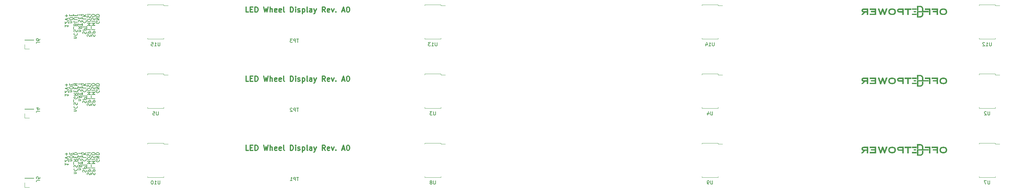
<source format=gbo>
G04 #@! TF.GenerationSoftware,KiCad,Pcbnew,(5.1.10)-1*
G04 #@! TF.CreationDate,2021-09-14T11:59:30-04:00*
G04 #@! TF.ProjectId,LED Wheel,4c454420-5768-4656-956c-2e6b69636164,rev?*
G04 #@! TF.SameCoordinates,Original*
G04 #@! TF.FileFunction,Legend,Bot*
G04 #@! TF.FilePolarity,Positive*
%FSLAX46Y46*%
G04 Gerber Fmt 4.6, Leading zero omitted, Abs format (unit mm)*
G04 Created by KiCad (PCBNEW (5.1.10)-1) date 2021-09-14 11:59:30*
%MOMM*%
%LPD*%
G01*
G04 APERTURE LIST*
%ADD10C,0.300000*%
%ADD11C,0.200000*%
%ADD12C,0.120000*%
%ADD13C,0.010000*%
%ADD14C,0.150000*%
G04 APERTURE END LIST*
D10*
X112321428Y-150678571D02*
X111607142Y-150678571D01*
X111607142Y-149178571D01*
X112821428Y-149892857D02*
X113321428Y-149892857D01*
X113535714Y-150678571D02*
X112821428Y-150678571D01*
X112821428Y-149178571D01*
X113535714Y-149178571D01*
X114178571Y-150678571D02*
X114178571Y-149178571D01*
X114535714Y-149178571D01*
X114750000Y-149250000D01*
X114892857Y-149392857D01*
X114964285Y-149535714D01*
X115035714Y-149821428D01*
X115035714Y-150035714D01*
X114964285Y-150321428D01*
X114892857Y-150464285D01*
X114750000Y-150607142D01*
X114535714Y-150678571D01*
X114178571Y-150678571D01*
X116678571Y-149178571D02*
X117035714Y-150678571D01*
X117321428Y-149607142D01*
X117607142Y-150678571D01*
X117964285Y-149178571D01*
X118535714Y-150678571D02*
X118535714Y-149178571D01*
X119178571Y-150678571D02*
X119178571Y-149892857D01*
X119107142Y-149750000D01*
X118964285Y-149678571D01*
X118750000Y-149678571D01*
X118607142Y-149750000D01*
X118535714Y-149821428D01*
X120464285Y-150607142D02*
X120321428Y-150678571D01*
X120035714Y-150678571D01*
X119892857Y-150607142D01*
X119821428Y-150464285D01*
X119821428Y-149892857D01*
X119892857Y-149750000D01*
X120035714Y-149678571D01*
X120321428Y-149678571D01*
X120464285Y-149750000D01*
X120535714Y-149892857D01*
X120535714Y-150035714D01*
X119821428Y-150178571D01*
X121750000Y-150607142D02*
X121607142Y-150678571D01*
X121321428Y-150678571D01*
X121178571Y-150607142D01*
X121107142Y-150464285D01*
X121107142Y-149892857D01*
X121178571Y-149750000D01*
X121321428Y-149678571D01*
X121607142Y-149678571D01*
X121750000Y-149750000D01*
X121821428Y-149892857D01*
X121821428Y-150035714D01*
X121107142Y-150178571D01*
X122678571Y-150678571D02*
X122535714Y-150607142D01*
X122464285Y-150464285D01*
X122464285Y-149178571D01*
X124392857Y-150678571D02*
X124392857Y-149178571D01*
X124750000Y-149178571D01*
X124964285Y-149250000D01*
X125107142Y-149392857D01*
X125178571Y-149535714D01*
X125250000Y-149821428D01*
X125250000Y-150035714D01*
X125178571Y-150321428D01*
X125107142Y-150464285D01*
X124964285Y-150607142D01*
X124750000Y-150678571D01*
X124392857Y-150678571D01*
X125892857Y-150678571D02*
X125892857Y-149678571D01*
X125892857Y-149178571D02*
X125821428Y-149250000D01*
X125892857Y-149321428D01*
X125964285Y-149250000D01*
X125892857Y-149178571D01*
X125892857Y-149321428D01*
X126535714Y-150607142D02*
X126678571Y-150678571D01*
X126964285Y-150678571D01*
X127107142Y-150607142D01*
X127178571Y-150464285D01*
X127178571Y-150392857D01*
X127107142Y-150250000D01*
X126964285Y-150178571D01*
X126750000Y-150178571D01*
X126607142Y-150107142D01*
X126535714Y-149964285D01*
X126535714Y-149892857D01*
X126607142Y-149750000D01*
X126750000Y-149678571D01*
X126964285Y-149678571D01*
X127107142Y-149750000D01*
X127821428Y-149678571D02*
X127821428Y-151178571D01*
X127821428Y-149750000D02*
X127964285Y-149678571D01*
X128250000Y-149678571D01*
X128392857Y-149750000D01*
X128464285Y-149821428D01*
X128535714Y-149964285D01*
X128535714Y-150392857D01*
X128464285Y-150535714D01*
X128392857Y-150607142D01*
X128250000Y-150678571D01*
X127964285Y-150678571D01*
X127821428Y-150607142D01*
X129392857Y-150678571D02*
X129250000Y-150607142D01*
X129178571Y-150464285D01*
X129178571Y-149178571D01*
X130607142Y-150678571D02*
X130607142Y-149892857D01*
X130535714Y-149750000D01*
X130392857Y-149678571D01*
X130107142Y-149678571D01*
X129964285Y-149750000D01*
X130607142Y-150607142D02*
X130464285Y-150678571D01*
X130107142Y-150678571D01*
X129964285Y-150607142D01*
X129892857Y-150464285D01*
X129892857Y-150321428D01*
X129964285Y-150178571D01*
X130107142Y-150107142D01*
X130464285Y-150107142D01*
X130607142Y-150035714D01*
X131178571Y-149678571D02*
X131535714Y-150678571D01*
X131892857Y-149678571D02*
X131535714Y-150678571D01*
X131392857Y-151035714D01*
X131321428Y-151107142D01*
X131178571Y-151178571D01*
X134464285Y-150678571D02*
X133964285Y-149964285D01*
X133607142Y-150678571D02*
X133607142Y-149178571D01*
X134178571Y-149178571D01*
X134321428Y-149250000D01*
X134392857Y-149321428D01*
X134464285Y-149464285D01*
X134464285Y-149678571D01*
X134392857Y-149821428D01*
X134321428Y-149892857D01*
X134178571Y-149964285D01*
X133607142Y-149964285D01*
X135678571Y-150607142D02*
X135535714Y-150678571D01*
X135250000Y-150678571D01*
X135107142Y-150607142D01*
X135035714Y-150464285D01*
X135035714Y-149892857D01*
X135107142Y-149750000D01*
X135250000Y-149678571D01*
X135535714Y-149678571D01*
X135678571Y-149750000D01*
X135750000Y-149892857D01*
X135750000Y-150035714D01*
X135035714Y-150178571D01*
X136250000Y-149678571D02*
X136607142Y-150678571D01*
X136964285Y-149678571D01*
X137535714Y-150535714D02*
X137607142Y-150607142D01*
X137535714Y-150678571D01*
X137464285Y-150607142D01*
X137535714Y-150535714D01*
X137535714Y-150678571D01*
X139321428Y-150250000D02*
X140035714Y-150250000D01*
X139178571Y-150678571D02*
X139678571Y-149178571D01*
X140178571Y-150678571D01*
X140964285Y-149178571D02*
X141107142Y-149178571D01*
X141250000Y-149250000D01*
X141321428Y-149321428D01*
X141392857Y-149464285D01*
X141464285Y-149750000D01*
X141464285Y-150107142D01*
X141392857Y-150392857D01*
X141321428Y-150535714D01*
X141250000Y-150607142D01*
X141107142Y-150678571D01*
X140964285Y-150678571D01*
X140821428Y-150607142D01*
X140750000Y-150535714D01*
X140678571Y-150392857D01*
X140607142Y-150107142D01*
X140607142Y-149750000D01*
X140678571Y-149464285D01*
X140750000Y-149321428D01*
X140821428Y-149250000D01*
X140964285Y-149178571D01*
X112321428Y-130678571D02*
X111607142Y-130678571D01*
X111607142Y-129178571D01*
X112821428Y-129892857D02*
X113321428Y-129892857D01*
X113535714Y-130678571D02*
X112821428Y-130678571D01*
X112821428Y-129178571D01*
X113535714Y-129178571D01*
X114178571Y-130678571D02*
X114178571Y-129178571D01*
X114535714Y-129178571D01*
X114750000Y-129250000D01*
X114892857Y-129392857D01*
X114964285Y-129535714D01*
X115035714Y-129821428D01*
X115035714Y-130035714D01*
X114964285Y-130321428D01*
X114892857Y-130464285D01*
X114750000Y-130607142D01*
X114535714Y-130678571D01*
X114178571Y-130678571D01*
X116678571Y-129178571D02*
X117035714Y-130678571D01*
X117321428Y-129607142D01*
X117607142Y-130678571D01*
X117964285Y-129178571D01*
X118535714Y-130678571D02*
X118535714Y-129178571D01*
X119178571Y-130678571D02*
X119178571Y-129892857D01*
X119107142Y-129750000D01*
X118964285Y-129678571D01*
X118750000Y-129678571D01*
X118607142Y-129750000D01*
X118535714Y-129821428D01*
X120464285Y-130607142D02*
X120321428Y-130678571D01*
X120035714Y-130678571D01*
X119892857Y-130607142D01*
X119821428Y-130464285D01*
X119821428Y-129892857D01*
X119892857Y-129750000D01*
X120035714Y-129678571D01*
X120321428Y-129678571D01*
X120464285Y-129750000D01*
X120535714Y-129892857D01*
X120535714Y-130035714D01*
X119821428Y-130178571D01*
X121750000Y-130607142D02*
X121607142Y-130678571D01*
X121321428Y-130678571D01*
X121178571Y-130607142D01*
X121107142Y-130464285D01*
X121107142Y-129892857D01*
X121178571Y-129750000D01*
X121321428Y-129678571D01*
X121607142Y-129678571D01*
X121750000Y-129750000D01*
X121821428Y-129892857D01*
X121821428Y-130035714D01*
X121107142Y-130178571D01*
X122678571Y-130678571D02*
X122535714Y-130607142D01*
X122464285Y-130464285D01*
X122464285Y-129178571D01*
X124392857Y-130678571D02*
X124392857Y-129178571D01*
X124750000Y-129178571D01*
X124964285Y-129250000D01*
X125107142Y-129392857D01*
X125178571Y-129535714D01*
X125250000Y-129821428D01*
X125250000Y-130035714D01*
X125178571Y-130321428D01*
X125107142Y-130464285D01*
X124964285Y-130607142D01*
X124750000Y-130678571D01*
X124392857Y-130678571D01*
X125892857Y-130678571D02*
X125892857Y-129678571D01*
X125892857Y-129178571D02*
X125821428Y-129250000D01*
X125892857Y-129321428D01*
X125964285Y-129250000D01*
X125892857Y-129178571D01*
X125892857Y-129321428D01*
X126535714Y-130607142D02*
X126678571Y-130678571D01*
X126964285Y-130678571D01*
X127107142Y-130607142D01*
X127178571Y-130464285D01*
X127178571Y-130392857D01*
X127107142Y-130250000D01*
X126964285Y-130178571D01*
X126750000Y-130178571D01*
X126607142Y-130107142D01*
X126535714Y-129964285D01*
X126535714Y-129892857D01*
X126607142Y-129750000D01*
X126750000Y-129678571D01*
X126964285Y-129678571D01*
X127107142Y-129750000D01*
X127821428Y-129678571D02*
X127821428Y-131178571D01*
X127821428Y-129750000D02*
X127964285Y-129678571D01*
X128250000Y-129678571D01*
X128392857Y-129750000D01*
X128464285Y-129821428D01*
X128535714Y-129964285D01*
X128535714Y-130392857D01*
X128464285Y-130535714D01*
X128392857Y-130607142D01*
X128250000Y-130678571D01*
X127964285Y-130678571D01*
X127821428Y-130607142D01*
X129392857Y-130678571D02*
X129250000Y-130607142D01*
X129178571Y-130464285D01*
X129178571Y-129178571D01*
X130607142Y-130678571D02*
X130607142Y-129892857D01*
X130535714Y-129750000D01*
X130392857Y-129678571D01*
X130107142Y-129678571D01*
X129964285Y-129750000D01*
X130607142Y-130607142D02*
X130464285Y-130678571D01*
X130107142Y-130678571D01*
X129964285Y-130607142D01*
X129892857Y-130464285D01*
X129892857Y-130321428D01*
X129964285Y-130178571D01*
X130107142Y-130107142D01*
X130464285Y-130107142D01*
X130607142Y-130035714D01*
X131178571Y-129678571D02*
X131535714Y-130678571D01*
X131892857Y-129678571D02*
X131535714Y-130678571D01*
X131392857Y-131035714D01*
X131321428Y-131107142D01*
X131178571Y-131178571D01*
X134464285Y-130678571D02*
X133964285Y-129964285D01*
X133607142Y-130678571D02*
X133607142Y-129178571D01*
X134178571Y-129178571D01*
X134321428Y-129250000D01*
X134392857Y-129321428D01*
X134464285Y-129464285D01*
X134464285Y-129678571D01*
X134392857Y-129821428D01*
X134321428Y-129892857D01*
X134178571Y-129964285D01*
X133607142Y-129964285D01*
X135678571Y-130607142D02*
X135535714Y-130678571D01*
X135250000Y-130678571D01*
X135107142Y-130607142D01*
X135035714Y-130464285D01*
X135035714Y-129892857D01*
X135107142Y-129750000D01*
X135250000Y-129678571D01*
X135535714Y-129678571D01*
X135678571Y-129750000D01*
X135750000Y-129892857D01*
X135750000Y-130035714D01*
X135035714Y-130178571D01*
X136250000Y-129678571D02*
X136607142Y-130678571D01*
X136964285Y-129678571D01*
X137535714Y-130535714D02*
X137607142Y-130607142D01*
X137535714Y-130678571D01*
X137464285Y-130607142D01*
X137535714Y-130535714D01*
X137535714Y-130678571D01*
X139321428Y-130250000D02*
X140035714Y-130250000D01*
X139178571Y-130678571D02*
X139678571Y-129178571D01*
X140178571Y-130678571D01*
X140964285Y-129178571D02*
X141107142Y-129178571D01*
X141250000Y-129250000D01*
X141321428Y-129321428D01*
X141392857Y-129464285D01*
X141464285Y-129750000D01*
X141464285Y-130107142D01*
X141392857Y-130392857D01*
X141321428Y-130535714D01*
X141250000Y-130607142D01*
X141107142Y-130678571D01*
X140964285Y-130678571D01*
X140821428Y-130607142D01*
X140750000Y-130535714D01*
X140678571Y-130392857D01*
X140607142Y-130107142D01*
X140607142Y-129750000D01*
X140678571Y-129464285D01*
X140750000Y-129321428D01*
X140821428Y-129250000D01*
X140964285Y-129178571D01*
X112321428Y-110678571D02*
X111607142Y-110678571D01*
X111607142Y-109178571D01*
X112821428Y-109892857D02*
X113321428Y-109892857D01*
X113535714Y-110678571D02*
X112821428Y-110678571D01*
X112821428Y-109178571D01*
X113535714Y-109178571D01*
X114178571Y-110678571D02*
X114178571Y-109178571D01*
X114535714Y-109178571D01*
X114750000Y-109250000D01*
X114892857Y-109392857D01*
X114964285Y-109535714D01*
X115035714Y-109821428D01*
X115035714Y-110035714D01*
X114964285Y-110321428D01*
X114892857Y-110464285D01*
X114750000Y-110607142D01*
X114535714Y-110678571D01*
X114178571Y-110678571D01*
X116678571Y-109178571D02*
X117035714Y-110678571D01*
X117321428Y-109607142D01*
X117607142Y-110678571D01*
X117964285Y-109178571D01*
X118535714Y-110678571D02*
X118535714Y-109178571D01*
X119178571Y-110678571D02*
X119178571Y-109892857D01*
X119107142Y-109750000D01*
X118964285Y-109678571D01*
X118750000Y-109678571D01*
X118607142Y-109750000D01*
X118535714Y-109821428D01*
X120464285Y-110607142D02*
X120321428Y-110678571D01*
X120035714Y-110678571D01*
X119892857Y-110607142D01*
X119821428Y-110464285D01*
X119821428Y-109892857D01*
X119892857Y-109750000D01*
X120035714Y-109678571D01*
X120321428Y-109678571D01*
X120464285Y-109750000D01*
X120535714Y-109892857D01*
X120535714Y-110035714D01*
X119821428Y-110178571D01*
X121750000Y-110607142D02*
X121607142Y-110678571D01*
X121321428Y-110678571D01*
X121178571Y-110607142D01*
X121107142Y-110464285D01*
X121107142Y-109892857D01*
X121178571Y-109750000D01*
X121321428Y-109678571D01*
X121607142Y-109678571D01*
X121750000Y-109750000D01*
X121821428Y-109892857D01*
X121821428Y-110035714D01*
X121107142Y-110178571D01*
X122678571Y-110678571D02*
X122535714Y-110607142D01*
X122464285Y-110464285D01*
X122464285Y-109178571D01*
X124392857Y-110678571D02*
X124392857Y-109178571D01*
X124750000Y-109178571D01*
X124964285Y-109250000D01*
X125107142Y-109392857D01*
X125178571Y-109535714D01*
X125250000Y-109821428D01*
X125250000Y-110035714D01*
X125178571Y-110321428D01*
X125107142Y-110464285D01*
X124964285Y-110607142D01*
X124750000Y-110678571D01*
X124392857Y-110678571D01*
X125892857Y-110678571D02*
X125892857Y-109678571D01*
X125892857Y-109178571D02*
X125821428Y-109250000D01*
X125892857Y-109321428D01*
X125964285Y-109250000D01*
X125892857Y-109178571D01*
X125892857Y-109321428D01*
X126535714Y-110607142D02*
X126678571Y-110678571D01*
X126964285Y-110678571D01*
X127107142Y-110607142D01*
X127178571Y-110464285D01*
X127178571Y-110392857D01*
X127107142Y-110250000D01*
X126964285Y-110178571D01*
X126750000Y-110178571D01*
X126607142Y-110107142D01*
X126535714Y-109964285D01*
X126535714Y-109892857D01*
X126607142Y-109750000D01*
X126750000Y-109678571D01*
X126964285Y-109678571D01*
X127107142Y-109750000D01*
X127821428Y-109678571D02*
X127821428Y-111178571D01*
X127821428Y-109750000D02*
X127964285Y-109678571D01*
X128250000Y-109678571D01*
X128392857Y-109750000D01*
X128464285Y-109821428D01*
X128535714Y-109964285D01*
X128535714Y-110392857D01*
X128464285Y-110535714D01*
X128392857Y-110607142D01*
X128250000Y-110678571D01*
X127964285Y-110678571D01*
X127821428Y-110607142D01*
X129392857Y-110678571D02*
X129250000Y-110607142D01*
X129178571Y-110464285D01*
X129178571Y-109178571D01*
X130607142Y-110678571D02*
X130607142Y-109892857D01*
X130535714Y-109750000D01*
X130392857Y-109678571D01*
X130107142Y-109678571D01*
X129964285Y-109750000D01*
X130607142Y-110607142D02*
X130464285Y-110678571D01*
X130107142Y-110678571D01*
X129964285Y-110607142D01*
X129892857Y-110464285D01*
X129892857Y-110321428D01*
X129964285Y-110178571D01*
X130107142Y-110107142D01*
X130464285Y-110107142D01*
X130607142Y-110035714D01*
X131178571Y-109678571D02*
X131535714Y-110678571D01*
X131892857Y-109678571D02*
X131535714Y-110678571D01*
X131392857Y-111035714D01*
X131321428Y-111107142D01*
X131178571Y-111178571D01*
X134464285Y-110678571D02*
X133964285Y-109964285D01*
X133607142Y-110678571D02*
X133607142Y-109178571D01*
X134178571Y-109178571D01*
X134321428Y-109250000D01*
X134392857Y-109321428D01*
X134464285Y-109464285D01*
X134464285Y-109678571D01*
X134392857Y-109821428D01*
X134321428Y-109892857D01*
X134178571Y-109964285D01*
X133607142Y-109964285D01*
X135678571Y-110607142D02*
X135535714Y-110678571D01*
X135250000Y-110678571D01*
X135107142Y-110607142D01*
X135035714Y-110464285D01*
X135035714Y-109892857D01*
X135107142Y-109750000D01*
X135250000Y-109678571D01*
X135535714Y-109678571D01*
X135678571Y-109750000D01*
X135750000Y-109892857D01*
X135750000Y-110035714D01*
X135035714Y-110178571D01*
X136250000Y-109678571D02*
X136607142Y-110678571D01*
X136964285Y-109678571D01*
X137535714Y-110535714D02*
X137607142Y-110607142D01*
X137535714Y-110678571D01*
X137464285Y-110607142D01*
X137535714Y-110535714D01*
X137535714Y-110678571D01*
X139321428Y-110250000D02*
X140035714Y-110250000D01*
X139178571Y-110678571D02*
X139678571Y-109178571D01*
X140178571Y-110678571D01*
X140964285Y-109178571D02*
X141107142Y-109178571D01*
X141250000Y-109250000D01*
X141321428Y-109321428D01*
X141392857Y-109464285D01*
X141464285Y-109750000D01*
X141464285Y-110107142D01*
X141392857Y-110392857D01*
X141321428Y-110535714D01*
X141250000Y-110607142D01*
X141107142Y-110678571D01*
X140964285Y-110678571D01*
X140821428Y-110607142D01*
X140750000Y-110535714D01*
X140678571Y-110392857D01*
X140607142Y-110107142D01*
X140607142Y-109750000D01*
X140678571Y-109464285D01*
X140750000Y-109321428D01*
X140821428Y-109250000D01*
X140964285Y-109178571D01*
D11*
X67050238Y-157734047D02*
X67002619Y-157591190D01*
X67002619Y-157353095D01*
X67050238Y-157257857D01*
X67097857Y-157210238D01*
X67193095Y-157162619D01*
X67288333Y-157162619D01*
X67383571Y-157210238D01*
X67431190Y-157257857D01*
X67478809Y-157353095D01*
X67526428Y-157543571D01*
X67574047Y-157638809D01*
X67621666Y-157686428D01*
X67716904Y-157734047D01*
X67812142Y-157734047D01*
X67907380Y-157686428D01*
X67955000Y-157638809D01*
X68002619Y-157543571D01*
X68002619Y-157305476D01*
X67955000Y-157162619D01*
X67002619Y-156734047D02*
X68002619Y-156734047D01*
X68002619Y-156353095D01*
X67955000Y-156257857D01*
X67907380Y-156210238D01*
X67812142Y-156162619D01*
X67669285Y-156162619D01*
X67574047Y-156210238D01*
X67526428Y-156257857D01*
X67478809Y-156353095D01*
X67478809Y-156734047D01*
X67002619Y-155734047D02*
X68002619Y-155734047D01*
X66907380Y-155495952D02*
X66907380Y-154734047D01*
X67002619Y-154495952D02*
X68002619Y-154495952D01*
X67288333Y-154162619D01*
X68002619Y-153829285D01*
X67002619Y-153829285D01*
X67002619Y-153353095D02*
X68002619Y-153353095D01*
X67050238Y-152924523D02*
X67002619Y-152781666D01*
X67002619Y-152543571D01*
X67050238Y-152448333D01*
X67097857Y-152400714D01*
X67193095Y-152353095D01*
X67288333Y-152353095D01*
X67383571Y-152400714D01*
X67431190Y-152448333D01*
X67478809Y-152543571D01*
X67526428Y-152734047D01*
X67574047Y-152829285D01*
X67621666Y-152876904D01*
X67716904Y-152924523D01*
X67812142Y-152924523D01*
X67907380Y-152876904D01*
X67955000Y-152829285D01*
X68002619Y-152734047D01*
X68002619Y-152495952D01*
X67955000Y-152353095D01*
X68002619Y-151734047D02*
X68002619Y-151543571D01*
X67955000Y-151448333D01*
X67859761Y-151353095D01*
X67669285Y-151305476D01*
X67335952Y-151305476D01*
X67145476Y-151353095D01*
X67050238Y-151448333D01*
X67002619Y-151543571D01*
X67002619Y-151734047D01*
X67050238Y-151829285D01*
X67145476Y-151924523D01*
X67335952Y-151972142D01*
X67669285Y-151972142D01*
X67859761Y-151924523D01*
X67955000Y-151829285D01*
X68002619Y-151734047D01*
X67050238Y-137734047D02*
X67002619Y-137591190D01*
X67002619Y-137353095D01*
X67050238Y-137257857D01*
X67097857Y-137210238D01*
X67193095Y-137162619D01*
X67288333Y-137162619D01*
X67383571Y-137210238D01*
X67431190Y-137257857D01*
X67478809Y-137353095D01*
X67526428Y-137543571D01*
X67574047Y-137638809D01*
X67621666Y-137686428D01*
X67716904Y-137734047D01*
X67812142Y-137734047D01*
X67907380Y-137686428D01*
X67955000Y-137638809D01*
X68002619Y-137543571D01*
X68002619Y-137305476D01*
X67955000Y-137162619D01*
X67002619Y-136734047D02*
X68002619Y-136734047D01*
X68002619Y-136353095D01*
X67955000Y-136257857D01*
X67907380Y-136210238D01*
X67812142Y-136162619D01*
X67669285Y-136162619D01*
X67574047Y-136210238D01*
X67526428Y-136257857D01*
X67478809Y-136353095D01*
X67478809Y-136734047D01*
X67002619Y-135734047D02*
X68002619Y-135734047D01*
X66907380Y-135495952D02*
X66907380Y-134734047D01*
X67002619Y-134495952D02*
X68002619Y-134495952D01*
X67288333Y-134162619D01*
X68002619Y-133829285D01*
X67002619Y-133829285D01*
X67002619Y-133353095D02*
X68002619Y-133353095D01*
X67050238Y-132924523D02*
X67002619Y-132781666D01*
X67002619Y-132543571D01*
X67050238Y-132448333D01*
X67097857Y-132400714D01*
X67193095Y-132353095D01*
X67288333Y-132353095D01*
X67383571Y-132400714D01*
X67431190Y-132448333D01*
X67478809Y-132543571D01*
X67526428Y-132734047D01*
X67574047Y-132829285D01*
X67621666Y-132876904D01*
X67716904Y-132924523D01*
X67812142Y-132924523D01*
X67907380Y-132876904D01*
X67955000Y-132829285D01*
X68002619Y-132734047D01*
X68002619Y-132495952D01*
X67955000Y-132353095D01*
X68002619Y-131734047D02*
X68002619Y-131543571D01*
X67955000Y-131448333D01*
X67859761Y-131353095D01*
X67669285Y-131305476D01*
X67335952Y-131305476D01*
X67145476Y-131353095D01*
X67050238Y-131448333D01*
X67002619Y-131543571D01*
X67002619Y-131734047D01*
X67050238Y-131829285D01*
X67145476Y-131924523D01*
X67335952Y-131972142D01*
X67669285Y-131972142D01*
X67859761Y-131924523D01*
X67955000Y-131829285D01*
X68002619Y-131734047D01*
X59382619Y-154353095D02*
X59382619Y-154924523D01*
X59382619Y-154638809D02*
X60382619Y-154638809D01*
X60239761Y-154734047D01*
X60144523Y-154829285D01*
X60096904Y-154924523D01*
X60287380Y-153972142D02*
X60335000Y-153924523D01*
X60382619Y-153829285D01*
X60382619Y-153591190D01*
X60335000Y-153495952D01*
X60287380Y-153448333D01*
X60192142Y-153400714D01*
X60096904Y-153400714D01*
X59954047Y-153448333D01*
X59382619Y-154019761D01*
X59382619Y-153400714D01*
X60382619Y-153115000D02*
X59382619Y-152781666D01*
X60382619Y-152448333D01*
X59763571Y-152115000D02*
X59763571Y-151353095D01*
X59382619Y-151734047D02*
X60144523Y-151734047D01*
X59382619Y-134353095D02*
X59382619Y-134924523D01*
X59382619Y-134638809D02*
X60382619Y-134638809D01*
X60239761Y-134734047D01*
X60144523Y-134829285D01*
X60096904Y-134924523D01*
X60287380Y-133972142D02*
X60335000Y-133924523D01*
X60382619Y-133829285D01*
X60382619Y-133591190D01*
X60335000Y-133495952D01*
X60287380Y-133448333D01*
X60192142Y-133400714D01*
X60096904Y-133400714D01*
X59954047Y-133448333D01*
X59382619Y-134019761D01*
X59382619Y-133400714D01*
X60382619Y-133115000D02*
X59382619Y-132781666D01*
X60382619Y-132448333D01*
X59763571Y-132115000D02*
X59763571Y-131353095D01*
X59382619Y-131734047D02*
X60144523Y-131734047D01*
X65780238Y-157734047D02*
X65732619Y-157591190D01*
X65732619Y-157353095D01*
X65780238Y-157257857D01*
X65827857Y-157210238D01*
X65923095Y-157162619D01*
X66018333Y-157162619D01*
X66113571Y-157210238D01*
X66161190Y-157257857D01*
X66208809Y-157353095D01*
X66256428Y-157543571D01*
X66304047Y-157638809D01*
X66351666Y-157686428D01*
X66446904Y-157734047D01*
X66542142Y-157734047D01*
X66637380Y-157686428D01*
X66685000Y-157638809D01*
X66732619Y-157543571D01*
X66732619Y-157305476D01*
X66685000Y-157162619D01*
X65732619Y-156734047D02*
X66732619Y-156734047D01*
X66732619Y-156353095D01*
X66685000Y-156257857D01*
X66637380Y-156210238D01*
X66542142Y-156162619D01*
X66399285Y-156162619D01*
X66304047Y-156210238D01*
X66256428Y-156257857D01*
X66208809Y-156353095D01*
X66208809Y-156734047D01*
X65732619Y-155734047D02*
X66732619Y-155734047D01*
X65637380Y-155495952D02*
X65637380Y-154734047D01*
X65732619Y-154495952D02*
X66732619Y-154495952D01*
X66018333Y-154162619D01*
X66732619Y-153829285D01*
X65732619Y-153829285D01*
X66732619Y-153162619D02*
X66732619Y-152972142D01*
X66685000Y-152876904D01*
X66589761Y-152781666D01*
X66399285Y-152734047D01*
X66065952Y-152734047D01*
X65875476Y-152781666D01*
X65780238Y-152876904D01*
X65732619Y-152972142D01*
X65732619Y-153162619D01*
X65780238Y-153257857D01*
X65875476Y-153353095D01*
X66065952Y-153400714D01*
X66399285Y-153400714D01*
X66589761Y-153353095D01*
X66685000Y-153257857D01*
X66732619Y-153162619D01*
X65780238Y-152353095D02*
X65732619Y-152210238D01*
X65732619Y-151972142D01*
X65780238Y-151876904D01*
X65827857Y-151829285D01*
X65923095Y-151781666D01*
X66018333Y-151781666D01*
X66113571Y-151829285D01*
X66161190Y-151876904D01*
X66208809Y-151972142D01*
X66256428Y-152162619D01*
X66304047Y-152257857D01*
X66351666Y-152305476D01*
X66446904Y-152353095D01*
X66542142Y-152353095D01*
X66637380Y-152305476D01*
X66685000Y-152257857D01*
X66732619Y-152162619D01*
X66732619Y-151924523D01*
X66685000Y-151781666D01*
X65732619Y-151353095D02*
X66732619Y-151353095D01*
X65780238Y-137734047D02*
X65732619Y-137591190D01*
X65732619Y-137353095D01*
X65780238Y-137257857D01*
X65827857Y-137210238D01*
X65923095Y-137162619D01*
X66018333Y-137162619D01*
X66113571Y-137210238D01*
X66161190Y-137257857D01*
X66208809Y-137353095D01*
X66256428Y-137543571D01*
X66304047Y-137638809D01*
X66351666Y-137686428D01*
X66446904Y-137734047D01*
X66542142Y-137734047D01*
X66637380Y-137686428D01*
X66685000Y-137638809D01*
X66732619Y-137543571D01*
X66732619Y-137305476D01*
X66685000Y-137162619D01*
X65732619Y-136734047D02*
X66732619Y-136734047D01*
X66732619Y-136353095D01*
X66685000Y-136257857D01*
X66637380Y-136210238D01*
X66542142Y-136162619D01*
X66399285Y-136162619D01*
X66304047Y-136210238D01*
X66256428Y-136257857D01*
X66208809Y-136353095D01*
X66208809Y-136734047D01*
X65732619Y-135734047D02*
X66732619Y-135734047D01*
X65637380Y-135495952D02*
X65637380Y-134734047D01*
X65732619Y-134495952D02*
X66732619Y-134495952D01*
X66018333Y-134162619D01*
X66732619Y-133829285D01*
X65732619Y-133829285D01*
X66732619Y-133162619D02*
X66732619Y-132972142D01*
X66685000Y-132876904D01*
X66589761Y-132781666D01*
X66399285Y-132734047D01*
X66065952Y-132734047D01*
X65875476Y-132781666D01*
X65780238Y-132876904D01*
X65732619Y-132972142D01*
X65732619Y-133162619D01*
X65780238Y-133257857D01*
X65875476Y-133353095D01*
X66065952Y-133400714D01*
X66399285Y-133400714D01*
X66589761Y-133353095D01*
X66685000Y-133257857D01*
X66732619Y-133162619D01*
X65780238Y-132353095D02*
X65732619Y-132210238D01*
X65732619Y-131972142D01*
X65780238Y-131876904D01*
X65827857Y-131829285D01*
X65923095Y-131781666D01*
X66018333Y-131781666D01*
X66113571Y-131829285D01*
X66161190Y-131876904D01*
X66208809Y-131972142D01*
X66256428Y-132162619D01*
X66304047Y-132257857D01*
X66351666Y-132305476D01*
X66446904Y-132353095D01*
X66542142Y-132353095D01*
X66637380Y-132305476D01*
X66685000Y-132257857D01*
X66732619Y-132162619D01*
X66732619Y-131924523D01*
X66685000Y-131781666D01*
X65732619Y-131353095D02*
X66732619Y-131353095D01*
X63859285Y-156305476D02*
X63192619Y-156305476D01*
X63764047Y-156305476D02*
X63811666Y-156257857D01*
X63859285Y-156162619D01*
X63859285Y-156019761D01*
X63811666Y-155924523D01*
X63716428Y-155876904D01*
X63192619Y-155876904D01*
X63192619Y-154829285D02*
X63668809Y-155162619D01*
X63192619Y-155400714D02*
X64192619Y-155400714D01*
X64192619Y-155019761D01*
X64145000Y-154924523D01*
X64097380Y-154876904D01*
X64002142Y-154829285D01*
X63859285Y-154829285D01*
X63764047Y-154876904D01*
X63716428Y-154924523D01*
X63668809Y-155019761D01*
X63668809Y-155400714D01*
X63716428Y-154400714D02*
X63716428Y-154067380D01*
X63192619Y-153924523D02*
X63192619Y-154400714D01*
X64192619Y-154400714D01*
X64192619Y-153924523D01*
X63240238Y-153543571D02*
X63192619Y-153400714D01*
X63192619Y-153162619D01*
X63240238Y-153067380D01*
X63287857Y-153019761D01*
X63383095Y-152972142D01*
X63478333Y-152972142D01*
X63573571Y-153019761D01*
X63621190Y-153067380D01*
X63668809Y-153162619D01*
X63716428Y-153353095D01*
X63764047Y-153448333D01*
X63811666Y-153495952D01*
X63906904Y-153543571D01*
X64002142Y-153543571D01*
X64097380Y-153495952D01*
X64145000Y-153448333D01*
X64192619Y-153353095D01*
X64192619Y-153115000D01*
X64145000Y-152972142D01*
X63716428Y-152543571D02*
X63716428Y-152210238D01*
X63192619Y-152067380D02*
X63192619Y-152543571D01*
X64192619Y-152543571D01*
X64192619Y-152067380D01*
X64192619Y-151781666D02*
X64192619Y-151210238D01*
X63192619Y-151495952D02*
X64192619Y-151495952D01*
X63859285Y-136305476D02*
X63192619Y-136305476D01*
X63764047Y-136305476D02*
X63811666Y-136257857D01*
X63859285Y-136162619D01*
X63859285Y-136019761D01*
X63811666Y-135924523D01*
X63716428Y-135876904D01*
X63192619Y-135876904D01*
X63192619Y-134829285D02*
X63668809Y-135162619D01*
X63192619Y-135400714D02*
X64192619Y-135400714D01*
X64192619Y-135019761D01*
X64145000Y-134924523D01*
X64097380Y-134876904D01*
X64002142Y-134829285D01*
X63859285Y-134829285D01*
X63764047Y-134876904D01*
X63716428Y-134924523D01*
X63668809Y-135019761D01*
X63668809Y-135400714D01*
X63716428Y-134400714D02*
X63716428Y-134067380D01*
X63192619Y-133924523D02*
X63192619Y-134400714D01*
X64192619Y-134400714D01*
X64192619Y-133924523D01*
X63240238Y-133543571D02*
X63192619Y-133400714D01*
X63192619Y-133162619D01*
X63240238Y-133067380D01*
X63287857Y-133019761D01*
X63383095Y-132972142D01*
X63478333Y-132972142D01*
X63573571Y-133019761D01*
X63621190Y-133067380D01*
X63668809Y-133162619D01*
X63716428Y-133353095D01*
X63764047Y-133448333D01*
X63811666Y-133495952D01*
X63906904Y-133543571D01*
X64002142Y-133543571D01*
X64097380Y-133495952D01*
X64145000Y-133448333D01*
X64192619Y-133353095D01*
X64192619Y-133115000D01*
X64145000Y-132972142D01*
X63716428Y-132543571D02*
X63716428Y-132210238D01*
X63192619Y-132067380D02*
X63192619Y-132543571D01*
X64192619Y-132543571D01*
X64192619Y-132067380D01*
X64192619Y-131781666D02*
X64192619Y-131210238D01*
X63192619Y-131495952D02*
X64192619Y-131495952D01*
X64510238Y-156924523D02*
X64462619Y-156781666D01*
X64462619Y-156543571D01*
X64510238Y-156448333D01*
X64557857Y-156400714D01*
X64653095Y-156353095D01*
X64748333Y-156353095D01*
X64843571Y-156400714D01*
X64891190Y-156448333D01*
X64938809Y-156543571D01*
X64986428Y-156734047D01*
X65034047Y-156829285D01*
X65081666Y-156876904D01*
X65176904Y-156924523D01*
X65272142Y-156924523D01*
X65367380Y-156876904D01*
X65415000Y-156829285D01*
X65462619Y-156734047D01*
X65462619Y-156495952D01*
X65415000Y-156353095D01*
X64462619Y-155924523D02*
X65462619Y-155924523D01*
X65462619Y-155543571D01*
X65415000Y-155448333D01*
X65367380Y-155400714D01*
X65272142Y-155353095D01*
X65129285Y-155353095D01*
X65034047Y-155400714D01*
X64986428Y-155448333D01*
X64938809Y-155543571D01*
X64938809Y-155924523D01*
X64462619Y-154924523D02*
X65462619Y-154924523D01*
X64367380Y-154686428D02*
X64367380Y-153924523D01*
X64557857Y-153115000D02*
X64510238Y-153162619D01*
X64462619Y-153305476D01*
X64462619Y-153400714D01*
X64510238Y-153543571D01*
X64605476Y-153638809D01*
X64700714Y-153686428D01*
X64891190Y-153734047D01*
X65034047Y-153734047D01*
X65224523Y-153686428D01*
X65319761Y-153638809D01*
X65415000Y-153543571D01*
X65462619Y-153400714D01*
X65462619Y-153305476D01*
X65415000Y-153162619D01*
X65367380Y-153115000D01*
X64462619Y-152210238D02*
X64462619Y-152686428D01*
X65462619Y-152686428D01*
X64462619Y-151876904D02*
X65462619Y-151876904D01*
X64462619Y-151305476D02*
X65034047Y-151734047D01*
X65462619Y-151305476D02*
X64891190Y-151876904D01*
X64510238Y-136924523D02*
X64462619Y-136781666D01*
X64462619Y-136543571D01*
X64510238Y-136448333D01*
X64557857Y-136400714D01*
X64653095Y-136353095D01*
X64748333Y-136353095D01*
X64843571Y-136400714D01*
X64891190Y-136448333D01*
X64938809Y-136543571D01*
X64986428Y-136734047D01*
X65034047Y-136829285D01*
X65081666Y-136876904D01*
X65176904Y-136924523D01*
X65272142Y-136924523D01*
X65367380Y-136876904D01*
X65415000Y-136829285D01*
X65462619Y-136734047D01*
X65462619Y-136495952D01*
X65415000Y-136353095D01*
X64462619Y-135924523D02*
X65462619Y-135924523D01*
X65462619Y-135543571D01*
X65415000Y-135448333D01*
X65367380Y-135400714D01*
X65272142Y-135353095D01*
X65129285Y-135353095D01*
X65034047Y-135400714D01*
X64986428Y-135448333D01*
X64938809Y-135543571D01*
X64938809Y-135924523D01*
X64462619Y-134924523D02*
X65462619Y-134924523D01*
X64367380Y-134686428D02*
X64367380Y-133924523D01*
X64557857Y-133115000D02*
X64510238Y-133162619D01*
X64462619Y-133305476D01*
X64462619Y-133400714D01*
X64510238Y-133543571D01*
X64605476Y-133638809D01*
X64700714Y-133686428D01*
X64891190Y-133734047D01*
X65034047Y-133734047D01*
X65224523Y-133686428D01*
X65319761Y-133638809D01*
X65415000Y-133543571D01*
X65462619Y-133400714D01*
X65462619Y-133305476D01*
X65415000Y-133162619D01*
X65367380Y-133115000D01*
X64462619Y-132210238D02*
X64462619Y-132686428D01*
X65462619Y-132686428D01*
X64462619Y-131876904D02*
X65462619Y-131876904D01*
X64462619Y-131305476D02*
X65034047Y-131734047D01*
X65462619Y-131305476D02*
X64891190Y-131876904D01*
X62589285Y-157400714D02*
X61922619Y-157400714D01*
X62494047Y-157400714D02*
X62541666Y-157353095D01*
X62589285Y-157257857D01*
X62589285Y-157115000D01*
X62541666Y-157019761D01*
X62446428Y-156972142D01*
X61922619Y-156972142D01*
X62017857Y-155924523D02*
X61970238Y-155972142D01*
X61922619Y-156115000D01*
X61922619Y-156210238D01*
X61970238Y-156353095D01*
X62065476Y-156448333D01*
X62160714Y-156495952D01*
X62351190Y-156543571D01*
X62494047Y-156543571D01*
X62684523Y-156495952D01*
X62779761Y-156448333D01*
X62875000Y-156353095D01*
X62922619Y-156210238D01*
X62922619Y-156115000D01*
X62875000Y-155972142D01*
X62827380Y-155924523D01*
X61970238Y-155543571D02*
X61922619Y-155400714D01*
X61922619Y-155162619D01*
X61970238Y-155067380D01*
X62017857Y-155019761D01*
X62113095Y-154972142D01*
X62208333Y-154972142D01*
X62303571Y-155019761D01*
X62351190Y-155067380D01*
X62398809Y-155162619D01*
X62446428Y-155353095D01*
X62494047Y-155448333D01*
X62541666Y-155495952D01*
X62636904Y-155543571D01*
X62732142Y-155543571D01*
X62827380Y-155495952D01*
X62875000Y-155448333D01*
X62922619Y-155353095D01*
X62922619Y-155115000D01*
X62875000Y-154972142D01*
X61827380Y-154781666D02*
X61827380Y-154019761D01*
X61922619Y-153210238D02*
X62398809Y-153543571D01*
X61922619Y-153781666D02*
X62922619Y-153781666D01*
X62922619Y-153400714D01*
X62875000Y-153305476D01*
X62827380Y-153257857D01*
X62732142Y-153210238D01*
X62589285Y-153210238D01*
X62494047Y-153257857D01*
X62446428Y-153305476D01*
X62398809Y-153400714D01*
X62398809Y-153781666D01*
X62446428Y-152781666D02*
X62446428Y-152448333D01*
X61922619Y-152305476D02*
X61922619Y-152781666D01*
X62922619Y-152781666D01*
X62922619Y-152305476D01*
X61922619Y-151876904D02*
X62922619Y-151876904D01*
X62922619Y-151638809D01*
X62875000Y-151495952D01*
X62779761Y-151400714D01*
X62684523Y-151353095D01*
X62494047Y-151305476D01*
X62351190Y-151305476D01*
X62160714Y-151353095D01*
X62065476Y-151400714D01*
X61970238Y-151495952D01*
X61922619Y-151638809D01*
X61922619Y-151876904D01*
X62589285Y-139353095D02*
X61922619Y-139353095D01*
X62494047Y-139353095D02*
X62541666Y-139305476D01*
X62589285Y-139210238D01*
X62589285Y-139067380D01*
X62541666Y-138972142D01*
X62446428Y-138924523D01*
X61922619Y-138924523D01*
X62017857Y-137876904D02*
X61970238Y-137924523D01*
X61922619Y-138067380D01*
X61922619Y-138162619D01*
X61970238Y-138305476D01*
X62065476Y-138400714D01*
X62160714Y-138448333D01*
X62351190Y-138495952D01*
X62494047Y-138495952D01*
X62684523Y-138448333D01*
X62779761Y-138400714D01*
X62875000Y-138305476D01*
X62922619Y-138162619D01*
X62922619Y-138067380D01*
X62875000Y-137924523D01*
X62827380Y-137876904D01*
X61970238Y-137495952D02*
X61922619Y-137353095D01*
X61922619Y-137115000D01*
X61970238Y-137019761D01*
X62017857Y-136972142D01*
X62113095Y-136924523D01*
X62208333Y-136924523D01*
X62303571Y-136972142D01*
X62351190Y-137019761D01*
X62398809Y-137115000D01*
X62446428Y-137305476D01*
X62494047Y-137400714D01*
X62541666Y-137448333D01*
X62636904Y-137495952D01*
X62732142Y-137495952D01*
X62827380Y-137448333D01*
X62875000Y-137400714D01*
X62922619Y-137305476D01*
X62922619Y-137067380D01*
X62875000Y-136924523D01*
X61827380Y-136734047D02*
X61827380Y-135972142D01*
X62875000Y-135210238D02*
X62922619Y-135305476D01*
X62922619Y-135448333D01*
X62875000Y-135591190D01*
X62779761Y-135686428D01*
X62684523Y-135734047D01*
X62494047Y-135781666D01*
X62351190Y-135781666D01*
X62160714Y-135734047D01*
X62065476Y-135686428D01*
X61970238Y-135591190D01*
X61922619Y-135448333D01*
X61922619Y-135353095D01*
X61970238Y-135210238D01*
X62017857Y-135162619D01*
X62351190Y-135162619D01*
X62351190Y-135353095D01*
X61922619Y-134162619D02*
X62398809Y-134495952D01*
X61922619Y-134734047D02*
X62922619Y-134734047D01*
X62922619Y-134353095D01*
X62875000Y-134257857D01*
X62827380Y-134210238D01*
X62732142Y-134162619D01*
X62589285Y-134162619D01*
X62494047Y-134210238D01*
X62446428Y-134257857D01*
X62398809Y-134353095D01*
X62398809Y-134734047D01*
X62446428Y-133734047D02*
X62446428Y-133400714D01*
X61922619Y-133257857D02*
X61922619Y-133734047D01*
X62922619Y-133734047D01*
X62922619Y-133257857D01*
X62446428Y-132829285D02*
X62446428Y-132495952D01*
X61922619Y-132353095D02*
X61922619Y-132829285D01*
X62922619Y-132829285D01*
X62922619Y-132353095D01*
X61922619Y-131924523D02*
X62922619Y-131924523D01*
X61922619Y-131353095D01*
X62922619Y-131353095D01*
X61319285Y-153734047D02*
X60652619Y-153734047D01*
X61224047Y-153734047D02*
X61271666Y-153686428D01*
X61319285Y-153591190D01*
X61319285Y-153448333D01*
X61271666Y-153353095D01*
X61176428Y-153305476D01*
X60652619Y-153305476D01*
X61652619Y-152638809D02*
X61652619Y-152448333D01*
X61605000Y-152353095D01*
X61509761Y-152257857D01*
X61319285Y-152210238D01*
X60985952Y-152210238D01*
X60795476Y-152257857D01*
X60700238Y-152353095D01*
X60652619Y-152448333D01*
X60652619Y-152638809D01*
X60700238Y-152734047D01*
X60795476Y-152829285D01*
X60985952Y-152876904D01*
X61319285Y-152876904D01*
X61509761Y-152829285D01*
X61605000Y-152734047D01*
X61652619Y-152638809D01*
X61176428Y-151781666D02*
X61176428Y-151448333D01*
X60652619Y-151305476D02*
X60652619Y-151781666D01*
X61652619Y-151781666D01*
X61652619Y-151305476D01*
X61319285Y-133734047D02*
X60652619Y-133734047D01*
X61224047Y-133734047D02*
X61271666Y-133686428D01*
X61319285Y-133591190D01*
X61319285Y-133448333D01*
X61271666Y-133353095D01*
X61176428Y-133305476D01*
X60652619Y-133305476D01*
X61652619Y-132638809D02*
X61652619Y-132448333D01*
X61605000Y-132353095D01*
X61509761Y-132257857D01*
X61319285Y-132210238D01*
X60985952Y-132210238D01*
X60795476Y-132257857D01*
X60700238Y-132353095D01*
X60652619Y-132448333D01*
X60652619Y-132638809D01*
X60700238Y-132734047D01*
X60795476Y-132829285D01*
X60985952Y-132876904D01*
X61319285Y-132876904D01*
X61509761Y-132829285D01*
X61605000Y-132734047D01*
X61652619Y-132638809D01*
X61176428Y-131781666D02*
X61176428Y-131448333D01*
X60652619Y-131305476D02*
X60652619Y-131781666D01*
X61652619Y-131781666D01*
X61652619Y-131305476D01*
X69225000Y-153400714D02*
X69272619Y-153495952D01*
X69272619Y-153638809D01*
X69225000Y-153781666D01*
X69129761Y-153876904D01*
X69034523Y-153924523D01*
X68844047Y-153972142D01*
X68701190Y-153972142D01*
X68510714Y-153924523D01*
X68415476Y-153876904D01*
X68320238Y-153781666D01*
X68272619Y-153638809D01*
X68272619Y-153543571D01*
X68320238Y-153400714D01*
X68367857Y-153353095D01*
X68701190Y-153353095D01*
X68701190Y-153543571D01*
X68272619Y-152924523D02*
X69272619Y-152924523D01*
X68272619Y-152353095D01*
X69272619Y-152353095D01*
X68272619Y-151876904D02*
X69272619Y-151876904D01*
X69272619Y-151638809D01*
X69225000Y-151495952D01*
X69129761Y-151400714D01*
X69034523Y-151353095D01*
X68844047Y-151305476D01*
X68701190Y-151305476D01*
X68510714Y-151353095D01*
X68415476Y-151400714D01*
X68320238Y-151495952D01*
X68272619Y-151638809D01*
X68272619Y-151876904D01*
X69225000Y-133400714D02*
X69272619Y-133495952D01*
X69272619Y-133638809D01*
X69225000Y-133781666D01*
X69129761Y-133876904D01*
X69034523Y-133924523D01*
X68844047Y-133972142D01*
X68701190Y-133972142D01*
X68510714Y-133924523D01*
X68415476Y-133876904D01*
X68320238Y-133781666D01*
X68272619Y-133638809D01*
X68272619Y-133543571D01*
X68320238Y-133400714D01*
X68367857Y-133353095D01*
X68701190Y-133353095D01*
X68701190Y-133543571D01*
X68272619Y-132924523D02*
X69272619Y-132924523D01*
X68272619Y-132353095D01*
X69272619Y-132353095D01*
X68272619Y-131876904D02*
X69272619Y-131876904D01*
X69272619Y-131638809D01*
X69225000Y-131495952D01*
X69129761Y-131400714D01*
X69034523Y-131353095D01*
X68844047Y-131305476D01*
X68701190Y-131305476D01*
X68510714Y-131353095D01*
X68415476Y-131400714D01*
X68320238Y-131495952D01*
X68272619Y-131638809D01*
X68272619Y-131876904D01*
X59382619Y-114353095D02*
X59382619Y-114924523D01*
X59382619Y-114638809D02*
X60382619Y-114638809D01*
X60239761Y-114734047D01*
X60144523Y-114829285D01*
X60096904Y-114924523D01*
X60287380Y-113972142D02*
X60335000Y-113924523D01*
X60382619Y-113829285D01*
X60382619Y-113591190D01*
X60335000Y-113495952D01*
X60287380Y-113448333D01*
X60192142Y-113400714D01*
X60096904Y-113400714D01*
X59954047Y-113448333D01*
X59382619Y-114019761D01*
X59382619Y-113400714D01*
X60382619Y-113115000D02*
X59382619Y-112781666D01*
X60382619Y-112448333D01*
X59763571Y-112115000D02*
X59763571Y-111353095D01*
X59382619Y-111734047D02*
X60144523Y-111734047D01*
X61319285Y-113734047D02*
X60652619Y-113734047D01*
X61224047Y-113734047D02*
X61271666Y-113686428D01*
X61319285Y-113591190D01*
X61319285Y-113448333D01*
X61271666Y-113353095D01*
X61176428Y-113305476D01*
X60652619Y-113305476D01*
X61652619Y-112638809D02*
X61652619Y-112448333D01*
X61605000Y-112353095D01*
X61509761Y-112257857D01*
X61319285Y-112210238D01*
X60985952Y-112210238D01*
X60795476Y-112257857D01*
X60700238Y-112353095D01*
X60652619Y-112448333D01*
X60652619Y-112638809D01*
X60700238Y-112734047D01*
X60795476Y-112829285D01*
X60985952Y-112876904D01*
X61319285Y-112876904D01*
X61509761Y-112829285D01*
X61605000Y-112734047D01*
X61652619Y-112638809D01*
X61176428Y-111781666D02*
X61176428Y-111448333D01*
X60652619Y-111305476D02*
X60652619Y-111781666D01*
X61652619Y-111781666D01*
X61652619Y-111305476D01*
X62589285Y-118257857D02*
X61922619Y-118257857D01*
X62494047Y-118257857D02*
X62541666Y-118210238D01*
X62589285Y-118115000D01*
X62589285Y-117972142D01*
X62541666Y-117876904D01*
X62446428Y-117829285D01*
X61922619Y-117829285D01*
X62017857Y-116781666D02*
X61970238Y-116829285D01*
X61922619Y-116972142D01*
X61922619Y-117067380D01*
X61970238Y-117210238D01*
X62065476Y-117305476D01*
X62160714Y-117353095D01*
X62351190Y-117400714D01*
X62494047Y-117400714D01*
X62684523Y-117353095D01*
X62779761Y-117305476D01*
X62875000Y-117210238D01*
X62922619Y-117067380D01*
X62922619Y-116972142D01*
X62875000Y-116829285D01*
X62827380Y-116781666D01*
X61970238Y-116400714D02*
X61922619Y-116257857D01*
X61922619Y-116019761D01*
X61970238Y-115924523D01*
X62017857Y-115876904D01*
X62113095Y-115829285D01*
X62208333Y-115829285D01*
X62303571Y-115876904D01*
X62351190Y-115924523D01*
X62398809Y-116019761D01*
X62446428Y-116210238D01*
X62494047Y-116305476D01*
X62541666Y-116353095D01*
X62636904Y-116400714D01*
X62732142Y-116400714D01*
X62827380Y-116353095D01*
X62875000Y-116305476D01*
X62922619Y-116210238D01*
X62922619Y-115972142D01*
X62875000Y-115829285D01*
X61827380Y-115638809D02*
X61827380Y-114876904D01*
X62446428Y-114305476D02*
X62398809Y-114162619D01*
X62351190Y-114115000D01*
X62255952Y-114067380D01*
X62113095Y-114067380D01*
X62017857Y-114115000D01*
X61970238Y-114162619D01*
X61922619Y-114257857D01*
X61922619Y-114638809D01*
X62922619Y-114638809D01*
X62922619Y-114305476D01*
X62875000Y-114210238D01*
X62827380Y-114162619D01*
X62732142Y-114115000D01*
X62636904Y-114115000D01*
X62541666Y-114162619D01*
X62494047Y-114210238D01*
X62446428Y-114305476D01*
X62446428Y-114638809D01*
X61922619Y-113162619D02*
X61922619Y-113638809D01*
X62922619Y-113638809D01*
X62922619Y-112829285D02*
X62113095Y-112829285D01*
X62017857Y-112781666D01*
X61970238Y-112734047D01*
X61922619Y-112638809D01*
X61922619Y-112448333D01*
X61970238Y-112353095D01*
X62017857Y-112305476D01*
X62113095Y-112257857D01*
X62922619Y-112257857D01*
X62446428Y-111781666D02*
X62446428Y-111448333D01*
X61922619Y-111305476D02*
X61922619Y-111781666D01*
X62922619Y-111781666D01*
X62922619Y-111305476D01*
X63859285Y-116305476D02*
X63192619Y-116305476D01*
X63764047Y-116305476D02*
X63811666Y-116257857D01*
X63859285Y-116162619D01*
X63859285Y-116019761D01*
X63811666Y-115924523D01*
X63716428Y-115876904D01*
X63192619Y-115876904D01*
X63192619Y-114829285D02*
X63668809Y-115162619D01*
X63192619Y-115400714D02*
X64192619Y-115400714D01*
X64192619Y-115019761D01*
X64145000Y-114924523D01*
X64097380Y-114876904D01*
X64002142Y-114829285D01*
X63859285Y-114829285D01*
X63764047Y-114876904D01*
X63716428Y-114924523D01*
X63668809Y-115019761D01*
X63668809Y-115400714D01*
X63716428Y-114400714D02*
X63716428Y-114067380D01*
X63192619Y-113924523D02*
X63192619Y-114400714D01*
X64192619Y-114400714D01*
X64192619Y-113924523D01*
X63240238Y-113543571D02*
X63192619Y-113400714D01*
X63192619Y-113162619D01*
X63240238Y-113067380D01*
X63287857Y-113019761D01*
X63383095Y-112972142D01*
X63478333Y-112972142D01*
X63573571Y-113019761D01*
X63621190Y-113067380D01*
X63668809Y-113162619D01*
X63716428Y-113353095D01*
X63764047Y-113448333D01*
X63811666Y-113495952D01*
X63906904Y-113543571D01*
X64002142Y-113543571D01*
X64097380Y-113495952D01*
X64145000Y-113448333D01*
X64192619Y-113353095D01*
X64192619Y-113115000D01*
X64145000Y-112972142D01*
X63716428Y-112543571D02*
X63716428Y-112210238D01*
X63192619Y-112067380D02*
X63192619Y-112543571D01*
X64192619Y-112543571D01*
X64192619Y-112067380D01*
X64192619Y-111781666D02*
X64192619Y-111210238D01*
X63192619Y-111495952D02*
X64192619Y-111495952D01*
X64510238Y-116924523D02*
X64462619Y-116781666D01*
X64462619Y-116543571D01*
X64510238Y-116448333D01*
X64557857Y-116400714D01*
X64653095Y-116353095D01*
X64748333Y-116353095D01*
X64843571Y-116400714D01*
X64891190Y-116448333D01*
X64938809Y-116543571D01*
X64986428Y-116734047D01*
X65034047Y-116829285D01*
X65081666Y-116876904D01*
X65176904Y-116924523D01*
X65272142Y-116924523D01*
X65367380Y-116876904D01*
X65415000Y-116829285D01*
X65462619Y-116734047D01*
X65462619Y-116495952D01*
X65415000Y-116353095D01*
X64462619Y-115924523D02*
X65462619Y-115924523D01*
X65462619Y-115543571D01*
X65415000Y-115448333D01*
X65367380Y-115400714D01*
X65272142Y-115353095D01*
X65129285Y-115353095D01*
X65034047Y-115400714D01*
X64986428Y-115448333D01*
X64938809Y-115543571D01*
X64938809Y-115924523D01*
X64462619Y-114924523D02*
X65462619Y-114924523D01*
X64367380Y-114686428D02*
X64367380Y-113924523D01*
X64557857Y-113115000D02*
X64510238Y-113162619D01*
X64462619Y-113305476D01*
X64462619Y-113400714D01*
X64510238Y-113543571D01*
X64605476Y-113638809D01*
X64700714Y-113686428D01*
X64891190Y-113734047D01*
X65034047Y-113734047D01*
X65224523Y-113686428D01*
X65319761Y-113638809D01*
X65415000Y-113543571D01*
X65462619Y-113400714D01*
X65462619Y-113305476D01*
X65415000Y-113162619D01*
X65367380Y-113115000D01*
X64462619Y-112210238D02*
X64462619Y-112686428D01*
X65462619Y-112686428D01*
X64462619Y-111876904D02*
X65462619Y-111876904D01*
X64462619Y-111305476D02*
X65034047Y-111734047D01*
X65462619Y-111305476D02*
X64891190Y-111876904D01*
X65780238Y-117734047D02*
X65732619Y-117591190D01*
X65732619Y-117353095D01*
X65780238Y-117257857D01*
X65827857Y-117210238D01*
X65923095Y-117162619D01*
X66018333Y-117162619D01*
X66113571Y-117210238D01*
X66161190Y-117257857D01*
X66208809Y-117353095D01*
X66256428Y-117543571D01*
X66304047Y-117638809D01*
X66351666Y-117686428D01*
X66446904Y-117734047D01*
X66542142Y-117734047D01*
X66637380Y-117686428D01*
X66685000Y-117638809D01*
X66732619Y-117543571D01*
X66732619Y-117305476D01*
X66685000Y-117162619D01*
X65732619Y-116734047D02*
X66732619Y-116734047D01*
X66732619Y-116353095D01*
X66685000Y-116257857D01*
X66637380Y-116210238D01*
X66542142Y-116162619D01*
X66399285Y-116162619D01*
X66304047Y-116210238D01*
X66256428Y-116257857D01*
X66208809Y-116353095D01*
X66208809Y-116734047D01*
X65732619Y-115734047D02*
X66732619Y-115734047D01*
X65637380Y-115495952D02*
X65637380Y-114734047D01*
X65732619Y-114495952D02*
X66732619Y-114495952D01*
X66018333Y-114162619D01*
X66732619Y-113829285D01*
X65732619Y-113829285D01*
X66732619Y-113162619D02*
X66732619Y-112972142D01*
X66685000Y-112876904D01*
X66589761Y-112781666D01*
X66399285Y-112734047D01*
X66065952Y-112734047D01*
X65875476Y-112781666D01*
X65780238Y-112876904D01*
X65732619Y-112972142D01*
X65732619Y-113162619D01*
X65780238Y-113257857D01*
X65875476Y-113353095D01*
X66065952Y-113400714D01*
X66399285Y-113400714D01*
X66589761Y-113353095D01*
X66685000Y-113257857D01*
X66732619Y-113162619D01*
X65780238Y-112353095D02*
X65732619Y-112210238D01*
X65732619Y-111972142D01*
X65780238Y-111876904D01*
X65827857Y-111829285D01*
X65923095Y-111781666D01*
X66018333Y-111781666D01*
X66113571Y-111829285D01*
X66161190Y-111876904D01*
X66208809Y-111972142D01*
X66256428Y-112162619D01*
X66304047Y-112257857D01*
X66351666Y-112305476D01*
X66446904Y-112353095D01*
X66542142Y-112353095D01*
X66637380Y-112305476D01*
X66685000Y-112257857D01*
X66732619Y-112162619D01*
X66732619Y-111924523D01*
X66685000Y-111781666D01*
X65732619Y-111353095D02*
X66732619Y-111353095D01*
X67050238Y-117734047D02*
X67002619Y-117591190D01*
X67002619Y-117353095D01*
X67050238Y-117257857D01*
X67097857Y-117210238D01*
X67193095Y-117162619D01*
X67288333Y-117162619D01*
X67383571Y-117210238D01*
X67431190Y-117257857D01*
X67478809Y-117353095D01*
X67526428Y-117543571D01*
X67574047Y-117638809D01*
X67621666Y-117686428D01*
X67716904Y-117734047D01*
X67812142Y-117734047D01*
X67907380Y-117686428D01*
X67955000Y-117638809D01*
X68002619Y-117543571D01*
X68002619Y-117305476D01*
X67955000Y-117162619D01*
X67002619Y-116734047D02*
X68002619Y-116734047D01*
X68002619Y-116353095D01*
X67955000Y-116257857D01*
X67907380Y-116210238D01*
X67812142Y-116162619D01*
X67669285Y-116162619D01*
X67574047Y-116210238D01*
X67526428Y-116257857D01*
X67478809Y-116353095D01*
X67478809Y-116734047D01*
X67002619Y-115734047D02*
X68002619Y-115734047D01*
X66907380Y-115495952D02*
X66907380Y-114734047D01*
X67002619Y-114495952D02*
X68002619Y-114495952D01*
X67288333Y-114162619D01*
X68002619Y-113829285D01*
X67002619Y-113829285D01*
X67002619Y-113353095D02*
X68002619Y-113353095D01*
X67050238Y-112924523D02*
X67002619Y-112781666D01*
X67002619Y-112543571D01*
X67050238Y-112448333D01*
X67097857Y-112400714D01*
X67193095Y-112353095D01*
X67288333Y-112353095D01*
X67383571Y-112400714D01*
X67431190Y-112448333D01*
X67478809Y-112543571D01*
X67526428Y-112734047D01*
X67574047Y-112829285D01*
X67621666Y-112876904D01*
X67716904Y-112924523D01*
X67812142Y-112924523D01*
X67907380Y-112876904D01*
X67955000Y-112829285D01*
X68002619Y-112734047D01*
X68002619Y-112495952D01*
X67955000Y-112353095D01*
X68002619Y-111734047D02*
X68002619Y-111543571D01*
X67955000Y-111448333D01*
X67859761Y-111353095D01*
X67669285Y-111305476D01*
X67335952Y-111305476D01*
X67145476Y-111353095D01*
X67050238Y-111448333D01*
X67002619Y-111543571D01*
X67002619Y-111734047D01*
X67050238Y-111829285D01*
X67145476Y-111924523D01*
X67335952Y-111972142D01*
X67669285Y-111972142D01*
X67859761Y-111924523D01*
X67955000Y-111829285D01*
X68002619Y-111734047D01*
X69225000Y-113400714D02*
X69272619Y-113495952D01*
X69272619Y-113638809D01*
X69225000Y-113781666D01*
X69129761Y-113876904D01*
X69034523Y-113924523D01*
X68844047Y-113972142D01*
X68701190Y-113972142D01*
X68510714Y-113924523D01*
X68415476Y-113876904D01*
X68320238Y-113781666D01*
X68272619Y-113638809D01*
X68272619Y-113543571D01*
X68320238Y-113400714D01*
X68367857Y-113353095D01*
X68701190Y-113353095D01*
X68701190Y-113543571D01*
X68272619Y-112924523D02*
X69272619Y-112924523D01*
X68272619Y-112353095D01*
X69272619Y-112353095D01*
X68272619Y-111876904D02*
X69272619Y-111876904D01*
X69272619Y-111638809D01*
X69225000Y-111495952D01*
X69129761Y-111400714D01*
X69034523Y-111353095D01*
X68844047Y-111305476D01*
X68701190Y-111305476D01*
X68510714Y-111353095D01*
X68415476Y-111400714D01*
X68320238Y-111495952D01*
X68272619Y-111638809D01*
X68272619Y-111876904D01*
D12*
X47670000Y-118670000D02*
X50330000Y-118670000D01*
X47670000Y-118730000D02*
X47670000Y-118670000D01*
X50330000Y-118730000D02*
X50330000Y-118670000D01*
X47670000Y-118730000D02*
X50330000Y-118730000D01*
X47670000Y-120000000D02*
X47670000Y-121330000D01*
X47670000Y-121330000D02*
X49000000Y-121330000D01*
X47670000Y-158670000D02*
X50330000Y-158670000D01*
X47670000Y-158730000D02*
X47670000Y-158670000D01*
X50330000Y-158730000D02*
X50330000Y-158670000D01*
X47670000Y-158730000D02*
X50330000Y-158730000D01*
X47670000Y-160000000D02*
X47670000Y-161330000D01*
X47670000Y-161330000D02*
X49000000Y-161330000D01*
X47670000Y-138670000D02*
X50330000Y-138670000D01*
X47670000Y-138730000D02*
X47670000Y-138670000D01*
X50330000Y-138730000D02*
X50330000Y-138670000D01*
X47670000Y-138730000D02*
X50330000Y-138730000D01*
X47670000Y-140000000D02*
X47670000Y-141330000D01*
X47670000Y-141330000D02*
X49000000Y-141330000D01*
D13*
G36*
X305271900Y-110190966D02*
G01*
X305568233Y-110190966D01*
X305568233Y-109128040D01*
X305878325Y-109129482D01*
X306188417Y-109130923D01*
X306234388Y-109142245D01*
X306304706Y-109163756D01*
X306370793Y-109192423D01*
X306432279Y-109227864D01*
X306488789Y-109269695D01*
X306539951Y-109317536D01*
X306585392Y-109371005D01*
X306624740Y-109429719D01*
X306657622Y-109493297D01*
X306683665Y-109561356D01*
X306699292Y-109618624D01*
X306700967Y-109626198D01*
X306702432Y-109633569D01*
X306703703Y-109641342D01*
X306704798Y-109650125D01*
X306705733Y-109660524D01*
X306706526Y-109673147D01*
X306707193Y-109688600D01*
X306707751Y-109707490D01*
X306708217Y-109730424D01*
X306708609Y-109758008D01*
X306708943Y-109790850D01*
X306709236Y-109829556D01*
X306709505Y-109874732D01*
X306709768Y-109926987D01*
X306710041Y-109986926D01*
X306710124Y-110005758D01*
X306711645Y-110351833D01*
X305271900Y-110351833D01*
X305271900Y-112167933D01*
X305704758Y-112167351D01*
X305765503Y-112167236D01*
X305824486Y-112167058D01*
X305881075Y-112166824D01*
X305934640Y-112166538D01*
X305984550Y-112166207D01*
X306030175Y-112165836D01*
X306070884Y-112165430D01*
X306106046Y-112164995D01*
X306135031Y-112164536D01*
X306157207Y-112164058D01*
X306171944Y-112163568D01*
X306177120Y-112163255D01*
X306264302Y-112151332D01*
X306349231Y-112131365D01*
X306431447Y-112103538D01*
X306510491Y-112068034D01*
X306585903Y-112025036D01*
X306657222Y-111974729D01*
X306664667Y-111968861D01*
X306689142Y-111948032D01*
X306716698Y-111922380D01*
X306745412Y-111893874D01*
X306773361Y-111864483D01*
X306798623Y-111836176D01*
X306819274Y-111810924D01*
X306820716Y-111809033D01*
X306866600Y-111742046D01*
X306907079Y-111669785D01*
X306941278Y-111594066D01*
X306968326Y-111516706D01*
X306977739Y-111482601D01*
X306982133Y-111465163D01*
X306985928Y-111449567D01*
X306989174Y-111435060D01*
X306991915Y-111420887D01*
X306994201Y-111406297D01*
X306996078Y-111390536D01*
X306997593Y-111372849D01*
X306998795Y-111352485D01*
X306999729Y-111328689D01*
X307000443Y-111300709D01*
X307000984Y-111267791D01*
X307001401Y-111229181D01*
X307001739Y-111184126D01*
X307002047Y-111131874D01*
X307002263Y-111091608D01*
X307003775Y-110809033D01*
X306711751Y-110809033D01*
X306710116Y-111074675D01*
X306709773Y-111128904D01*
X306709443Y-111175385D01*
X306709100Y-111214835D01*
X306708721Y-111247971D01*
X306708278Y-111275513D01*
X306707747Y-111298177D01*
X306707102Y-111316682D01*
X306706318Y-111331746D01*
X306705369Y-111344085D01*
X306704229Y-111354419D01*
X306702874Y-111363465D01*
X306701277Y-111371941D01*
X306699414Y-111380565D01*
X306699232Y-111381376D01*
X306678964Y-111452818D01*
X306651377Y-111520279D01*
X306616749Y-111583375D01*
X306575358Y-111641723D01*
X306527484Y-111694940D01*
X306473404Y-111742644D01*
X306413396Y-111784452D01*
X306400601Y-111792134D01*
X306368280Y-111809112D01*
X306330518Y-111825779D01*
X306290294Y-111840959D01*
X306250591Y-111853477D01*
X306234388Y-111857755D01*
X306188417Y-111869076D01*
X305568233Y-111871960D01*
X305568233Y-110648167D01*
X307003593Y-110648167D01*
X307002272Y-110136991D01*
X307002077Y-110059482D01*
X307001901Y-109989933D01*
X307001723Y-109927839D01*
X307001524Y-109872693D01*
X307001283Y-109823991D01*
X307000981Y-109781227D01*
X307000597Y-109743894D01*
X307000112Y-109711486D01*
X306999505Y-109683498D01*
X306998756Y-109659424D01*
X306997846Y-109638758D01*
X306996755Y-109620995D01*
X306995461Y-109605627D01*
X306993946Y-109592150D01*
X306992189Y-109580058D01*
X306990170Y-109568844D01*
X306987869Y-109558004D01*
X306985267Y-109547030D01*
X306982343Y-109535418D01*
X306979076Y-109522661D01*
X306977739Y-109517399D01*
X306954117Y-109439891D01*
X306922958Y-109363226D01*
X306885136Y-109289220D01*
X306841524Y-109219688D01*
X306820716Y-109190967D01*
X306800533Y-109166055D01*
X306775579Y-109137927D01*
X306747780Y-109108551D01*
X306719056Y-109079897D01*
X306691331Y-109053934D01*
X306666528Y-109032631D01*
X306664667Y-109031139D01*
X306594131Y-108980328D01*
X306519068Y-108936584D01*
X306439847Y-108900069D01*
X306356839Y-108870943D01*
X306270415Y-108849368D01*
X306230450Y-108842157D01*
X306222405Y-108840974D01*
X306213577Y-108839917D01*
X306203450Y-108838977D01*
X306191508Y-108838144D01*
X306177233Y-108837410D01*
X306160111Y-108836764D01*
X306139623Y-108836198D01*
X306115254Y-108835703D01*
X306086487Y-108835269D01*
X306052806Y-108834887D01*
X306013694Y-108834549D01*
X305968636Y-108834244D01*
X305917113Y-108833964D01*
X305858611Y-108833699D01*
X305792611Y-108833440D01*
X305728042Y-108833211D01*
X305271900Y-108831646D01*
X305271900Y-110190966D01*
G37*
X305271900Y-110190966D02*
X305568233Y-110190966D01*
X305568233Y-109128040D01*
X305878325Y-109129482D01*
X306188417Y-109130923D01*
X306234388Y-109142245D01*
X306304706Y-109163756D01*
X306370793Y-109192423D01*
X306432279Y-109227864D01*
X306488789Y-109269695D01*
X306539951Y-109317536D01*
X306585392Y-109371005D01*
X306624740Y-109429719D01*
X306657622Y-109493297D01*
X306683665Y-109561356D01*
X306699292Y-109618624D01*
X306700967Y-109626198D01*
X306702432Y-109633569D01*
X306703703Y-109641342D01*
X306704798Y-109650125D01*
X306705733Y-109660524D01*
X306706526Y-109673147D01*
X306707193Y-109688600D01*
X306707751Y-109707490D01*
X306708217Y-109730424D01*
X306708609Y-109758008D01*
X306708943Y-109790850D01*
X306709236Y-109829556D01*
X306709505Y-109874732D01*
X306709768Y-109926987D01*
X306710041Y-109986926D01*
X306710124Y-110005758D01*
X306711645Y-110351833D01*
X305271900Y-110351833D01*
X305271900Y-112167933D01*
X305704758Y-112167351D01*
X305765503Y-112167236D01*
X305824486Y-112167058D01*
X305881075Y-112166824D01*
X305934640Y-112166538D01*
X305984550Y-112166207D01*
X306030175Y-112165836D01*
X306070884Y-112165430D01*
X306106046Y-112164995D01*
X306135031Y-112164536D01*
X306157207Y-112164058D01*
X306171944Y-112163568D01*
X306177120Y-112163255D01*
X306264302Y-112151332D01*
X306349231Y-112131365D01*
X306431447Y-112103538D01*
X306510491Y-112068034D01*
X306585903Y-112025036D01*
X306657222Y-111974729D01*
X306664667Y-111968861D01*
X306689142Y-111948032D01*
X306716698Y-111922380D01*
X306745412Y-111893874D01*
X306773361Y-111864483D01*
X306798623Y-111836176D01*
X306819274Y-111810924D01*
X306820716Y-111809033D01*
X306866600Y-111742046D01*
X306907079Y-111669785D01*
X306941278Y-111594066D01*
X306968326Y-111516706D01*
X306977739Y-111482601D01*
X306982133Y-111465163D01*
X306985928Y-111449567D01*
X306989174Y-111435060D01*
X306991915Y-111420887D01*
X306994201Y-111406297D01*
X306996078Y-111390536D01*
X306997593Y-111372849D01*
X306998795Y-111352485D01*
X306999729Y-111328689D01*
X307000443Y-111300709D01*
X307000984Y-111267791D01*
X307001401Y-111229181D01*
X307001739Y-111184126D01*
X307002047Y-111131874D01*
X307002263Y-111091608D01*
X307003775Y-110809033D01*
X306711751Y-110809033D01*
X306710116Y-111074675D01*
X306709773Y-111128904D01*
X306709443Y-111175385D01*
X306709100Y-111214835D01*
X306708721Y-111247971D01*
X306708278Y-111275513D01*
X306707747Y-111298177D01*
X306707102Y-111316682D01*
X306706318Y-111331746D01*
X306705369Y-111344085D01*
X306704229Y-111354419D01*
X306702874Y-111363465D01*
X306701277Y-111371941D01*
X306699414Y-111380565D01*
X306699232Y-111381376D01*
X306678964Y-111452818D01*
X306651377Y-111520279D01*
X306616749Y-111583375D01*
X306575358Y-111641723D01*
X306527484Y-111694940D01*
X306473404Y-111742644D01*
X306413396Y-111784452D01*
X306400601Y-111792134D01*
X306368280Y-111809112D01*
X306330518Y-111825779D01*
X306290294Y-111840959D01*
X306250591Y-111853477D01*
X306234388Y-111857755D01*
X306188417Y-111869076D01*
X305568233Y-111871960D01*
X305568233Y-110648167D01*
X307003593Y-110648167D01*
X307002272Y-110136991D01*
X307002077Y-110059482D01*
X307001901Y-109989933D01*
X307001723Y-109927839D01*
X307001524Y-109872693D01*
X307001283Y-109823991D01*
X307000981Y-109781227D01*
X307000597Y-109743894D01*
X307000112Y-109711486D01*
X306999505Y-109683498D01*
X306998756Y-109659424D01*
X306997846Y-109638758D01*
X306996755Y-109620995D01*
X306995461Y-109605627D01*
X306993946Y-109592150D01*
X306992189Y-109580058D01*
X306990170Y-109568844D01*
X306987869Y-109558004D01*
X306985267Y-109547030D01*
X306982343Y-109535418D01*
X306979076Y-109522661D01*
X306977739Y-109517399D01*
X306954117Y-109439891D01*
X306922958Y-109363226D01*
X306885136Y-109289220D01*
X306841524Y-109219688D01*
X306820716Y-109190967D01*
X306800533Y-109166055D01*
X306775579Y-109137927D01*
X306747780Y-109108551D01*
X306719056Y-109079897D01*
X306691331Y-109053934D01*
X306666528Y-109032631D01*
X306664667Y-109031139D01*
X306594131Y-108980328D01*
X306519068Y-108936584D01*
X306439847Y-108900069D01*
X306356839Y-108870943D01*
X306270415Y-108849368D01*
X306230450Y-108842157D01*
X306222405Y-108840974D01*
X306213577Y-108839917D01*
X306203450Y-108838977D01*
X306191508Y-108838144D01*
X306177233Y-108837410D01*
X306160111Y-108836764D01*
X306139623Y-108836198D01*
X306115254Y-108835703D01*
X306086487Y-108835269D01*
X306052806Y-108834887D01*
X306013694Y-108834549D01*
X305968636Y-108834244D01*
X305917113Y-108833964D01*
X305858611Y-108833699D01*
X305792611Y-108833440D01*
X305728042Y-108833211D01*
X305271900Y-108831646D01*
X305271900Y-110190966D01*
G36*
X294066901Y-109623718D02*
G01*
X294032089Y-109623793D01*
X294004237Y-109623959D01*
X293982594Y-109624249D01*
X293966405Y-109624696D01*
X293954919Y-109625333D01*
X293947381Y-109626193D01*
X293943040Y-109627310D01*
X293941142Y-109628716D01*
X293940934Y-109630445D01*
X293941113Y-109631108D01*
X293942786Y-109635720D01*
X293947259Y-109647918D01*
X293954402Y-109667342D01*
X293964081Y-109693637D01*
X293976165Y-109726443D01*
X293990522Y-109765405D01*
X294007021Y-109810163D01*
X294025529Y-109860361D01*
X294045914Y-109915640D01*
X294068045Y-109975644D01*
X294091790Y-110040015D01*
X294117017Y-110108395D01*
X294143594Y-110180426D01*
X294171389Y-110255751D01*
X294200270Y-110334013D01*
X294230106Y-110414853D01*
X294260764Y-110497914D01*
X294274798Y-110535934D01*
X294606067Y-111433352D01*
X294627209Y-111437117D01*
X294637429Y-111438203D01*
X294654630Y-111439206D01*
X294677323Y-111440077D01*
X294704022Y-111440763D01*
X294733239Y-111441214D01*
X294751193Y-111441350D01*
X294784911Y-111441409D01*
X294811027Y-111441212D01*
X294830402Y-111440720D01*
X294843899Y-111439890D01*
X294852379Y-111438681D01*
X294856703Y-111437053D01*
X294857472Y-111436259D01*
X294859247Y-111431699D01*
X294863676Y-111419591D01*
X294870605Y-111400371D01*
X294879879Y-111374477D01*
X294891342Y-111342348D01*
X294904839Y-111304421D01*
X294920214Y-111261134D01*
X294937312Y-111212924D01*
X294955979Y-111160229D01*
X294976057Y-111103487D01*
X294997394Y-111043135D01*
X295019832Y-110979612D01*
X295043216Y-110913354D01*
X295067393Y-110844801D01*
X295076008Y-110820358D01*
X295100410Y-110751147D01*
X295124067Y-110684107D01*
X295146824Y-110619672D01*
X295168528Y-110558278D01*
X295189023Y-110500360D01*
X295208154Y-110446355D01*
X295225767Y-110396697D01*
X295241708Y-110351823D01*
X295255821Y-110312167D01*
X295267953Y-110278165D01*
X295277948Y-110250253D01*
X295285652Y-110228866D01*
X295290910Y-110214440D01*
X295293567Y-110207410D01*
X295293857Y-110206776D01*
X295295539Y-110210331D01*
X295299856Y-110221452D01*
X295306654Y-110239712D01*
X295315782Y-110264681D01*
X295327085Y-110295931D01*
X295340412Y-110333033D01*
X295355610Y-110375560D01*
X295372526Y-110423082D01*
X295391008Y-110475171D01*
X295410903Y-110531399D01*
X295432057Y-110591338D01*
X295454320Y-110654558D01*
X295477536Y-110720631D01*
X295501556Y-110789130D01*
X295511837Y-110818492D01*
X295536173Y-110888026D01*
X295559759Y-110955413D01*
X295582442Y-111020217D01*
X295604069Y-111082003D01*
X295624486Y-111140333D01*
X295643543Y-111194772D01*
X295661085Y-111244884D01*
X295676961Y-111290232D01*
X295691017Y-111330381D01*
X295703101Y-111364894D01*
X295713060Y-111393334D01*
X295720741Y-111415267D01*
X295725992Y-111430255D01*
X295728660Y-111437862D01*
X295728970Y-111438742D01*
X295733633Y-111440360D01*
X295745511Y-111441655D01*
X295763362Y-111442617D01*
X295785941Y-111443239D01*
X295812003Y-111443512D01*
X295840305Y-111443428D01*
X295869602Y-111442980D01*
X295898650Y-111442158D01*
X295926204Y-111440956D01*
X295940267Y-111440129D01*
X295957502Y-111438806D01*
X295971275Y-111437377D01*
X295979590Y-111436065D01*
X295981080Y-111435522D01*
X295982702Y-111431411D01*
X295987108Y-111419706D01*
X295994169Y-111400761D01*
X296003755Y-111374930D01*
X296015734Y-111342568D01*
X296029976Y-111304029D01*
X296046350Y-111259668D01*
X296064726Y-111209838D01*
X296084973Y-111154894D01*
X296106962Y-111095191D01*
X296130560Y-111031083D01*
X296155638Y-110962924D01*
X296182065Y-110891069D01*
X296209710Y-110815872D01*
X296238443Y-110737687D01*
X296268134Y-110656869D01*
X296298651Y-110573771D01*
X296314035Y-110531870D01*
X296344919Y-110447757D01*
X296375041Y-110365739D01*
X296404270Y-110286168D01*
X296432477Y-110209401D01*
X296459531Y-110135792D01*
X296485300Y-110065696D01*
X296509655Y-109999469D01*
X296532464Y-109937465D01*
X296553598Y-109880040D01*
X296572924Y-109827548D01*
X296590313Y-109780344D01*
X296605634Y-109738784D01*
X296618757Y-109703223D01*
X296629549Y-109674014D01*
X296637882Y-109651515D01*
X296643624Y-109636079D01*
X296646645Y-109628061D01*
X296647093Y-109626947D01*
X296643465Y-109626251D01*
X296632245Y-109625657D01*
X296614307Y-109625177D01*
X296590527Y-109624822D01*
X296561777Y-109624604D01*
X296528932Y-109624533D01*
X296492867Y-109624622D01*
X296476914Y-109624710D01*
X296304669Y-109625816D01*
X296082040Y-110236172D01*
X296056855Y-110305167D01*
X296032445Y-110371947D01*
X296008965Y-110436085D01*
X295986576Y-110497150D01*
X295965435Y-110554715D01*
X295945700Y-110608351D01*
X295927530Y-110657630D01*
X295911083Y-110702121D01*
X295896518Y-110741398D01*
X295883993Y-110775030D01*
X295873666Y-110802590D01*
X295865696Y-110823649D01*
X295860240Y-110837778D01*
X295857458Y-110844548D01*
X295857130Y-110845101D01*
X295855484Y-110841018D01*
X295851171Y-110829386D01*
X295844348Y-110810638D01*
X295835167Y-110785208D01*
X295823786Y-110753529D01*
X295810357Y-110716036D01*
X295795037Y-110673162D01*
X295777979Y-110625340D01*
X295759338Y-110573004D01*
X295739270Y-110516589D01*
X295717928Y-110456527D01*
X295695469Y-110393252D01*
X295672045Y-110327198D01*
X295647813Y-110258798D01*
X295638950Y-110233764D01*
X295423050Y-109623852D01*
X295293328Y-109623776D01*
X295256639Y-109623785D01*
X295227522Y-109623893D01*
X295205083Y-109624149D01*
X295188427Y-109624603D01*
X295176661Y-109625304D01*
X295168889Y-109626302D01*
X295164217Y-109627646D01*
X295161752Y-109629385D01*
X295160761Y-109631108D01*
X295159051Y-109635886D01*
X295154685Y-109648207D01*
X295147818Y-109667627D01*
X295138608Y-109693705D01*
X295127210Y-109725998D01*
X295113779Y-109764062D01*
X295098474Y-109807454D01*
X295081449Y-109855733D01*
X295062861Y-109908454D01*
X295042867Y-109965175D01*
X295021621Y-110025454D01*
X294999281Y-110088846D01*
X294976003Y-110154911D01*
X294951943Y-110223203D01*
X294946149Y-110239650D01*
X294921944Y-110308327D01*
X294898483Y-110374827D01*
X294875923Y-110438713D01*
X294854419Y-110499545D01*
X294834127Y-110556886D01*
X294815202Y-110610295D01*
X294797801Y-110659335D01*
X294782080Y-110703567D01*
X294768194Y-110742553D01*
X294756298Y-110775852D01*
X294746550Y-110803028D01*
X294739104Y-110823641D01*
X294734116Y-110837252D01*
X294731743Y-110843423D01*
X294731577Y-110843751D01*
X294729830Y-110840186D01*
X294725336Y-110829094D01*
X294718255Y-110810904D01*
X294708745Y-110786040D01*
X294696967Y-110754930D01*
X294683078Y-110718000D01*
X294667239Y-110675676D01*
X294649607Y-110628385D01*
X294630344Y-110576554D01*
X294609607Y-110520609D01*
X294587556Y-110460976D01*
X294564350Y-110398082D01*
X294540148Y-110332354D01*
X294515110Y-110264217D01*
X294504465Y-110235210D01*
X294280157Y-109623700D01*
X294109427Y-109623700D01*
X294066901Y-109623718D01*
G37*
X294066901Y-109623718D02*
X294032089Y-109623793D01*
X294004237Y-109623959D01*
X293982594Y-109624249D01*
X293966405Y-109624696D01*
X293954919Y-109625333D01*
X293947381Y-109626193D01*
X293943040Y-109627310D01*
X293941142Y-109628716D01*
X293940934Y-109630445D01*
X293941113Y-109631108D01*
X293942786Y-109635720D01*
X293947259Y-109647918D01*
X293954402Y-109667342D01*
X293964081Y-109693637D01*
X293976165Y-109726443D01*
X293990522Y-109765405D01*
X294007021Y-109810163D01*
X294025529Y-109860361D01*
X294045914Y-109915640D01*
X294068045Y-109975644D01*
X294091790Y-110040015D01*
X294117017Y-110108395D01*
X294143594Y-110180426D01*
X294171389Y-110255751D01*
X294200270Y-110334013D01*
X294230106Y-110414853D01*
X294260764Y-110497914D01*
X294274798Y-110535934D01*
X294606067Y-111433352D01*
X294627209Y-111437117D01*
X294637429Y-111438203D01*
X294654630Y-111439206D01*
X294677323Y-111440077D01*
X294704022Y-111440763D01*
X294733239Y-111441214D01*
X294751193Y-111441350D01*
X294784911Y-111441409D01*
X294811027Y-111441212D01*
X294830402Y-111440720D01*
X294843899Y-111439890D01*
X294852379Y-111438681D01*
X294856703Y-111437053D01*
X294857472Y-111436259D01*
X294859247Y-111431699D01*
X294863676Y-111419591D01*
X294870605Y-111400371D01*
X294879879Y-111374477D01*
X294891342Y-111342348D01*
X294904839Y-111304421D01*
X294920214Y-111261134D01*
X294937312Y-111212924D01*
X294955979Y-111160229D01*
X294976057Y-111103487D01*
X294997394Y-111043135D01*
X295019832Y-110979612D01*
X295043216Y-110913354D01*
X295067393Y-110844801D01*
X295076008Y-110820358D01*
X295100410Y-110751147D01*
X295124067Y-110684107D01*
X295146824Y-110619672D01*
X295168528Y-110558278D01*
X295189023Y-110500360D01*
X295208154Y-110446355D01*
X295225767Y-110396697D01*
X295241708Y-110351823D01*
X295255821Y-110312167D01*
X295267953Y-110278165D01*
X295277948Y-110250253D01*
X295285652Y-110228866D01*
X295290910Y-110214440D01*
X295293567Y-110207410D01*
X295293857Y-110206776D01*
X295295539Y-110210331D01*
X295299856Y-110221452D01*
X295306654Y-110239712D01*
X295315782Y-110264681D01*
X295327085Y-110295931D01*
X295340412Y-110333033D01*
X295355610Y-110375560D01*
X295372526Y-110423082D01*
X295391008Y-110475171D01*
X295410903Y-110531399D01*
X295432057Y-110591338D01*
X295454320Y-110654558D01*
X295477536Y-110720631D01*
X295501556Y-110789130D01*
X295511837Y-110818492D01*
X295536173Y-110888026D01*
X295559759Y-110955413D01*
X295582442Y-111020217D01*
X295604069Y-111082003D01*
X295624486Y-111140333D01*
X295643543Y-111194772D01*
X295661085Y-111244884D01*
X295676961Y-111290232D01*
X295691017Y-111330381D01*
X295703101Y-111364894D01*
X295713060Y-111393334D01*
X295720741Y-111415267D01*
X295725992Y-111430255D01*
X295728660Y-111437862D01*
X295728970Y-111438742D01*
X295733633Y-111440360D01*
X295745511Y-111441655D01*
X295763362Y-111442617D01*
X295785941Y-111443239D01*
X295812003Y-111443512D01*
X295840305Y-111443428D01*
X295869602Y-111442980D01*
X295898650Y-111442158D01*
X295926204Y-111440956D01*
X295940267Y-111440129D01*
X295957502Y-111438806D01*
X295971275Y-111437377D01*
X295979590Y-111436065D01*
X295981080Y-111435522D01*
X295982702Y-111431411D01*
X295987108Y-111419706D01*
X295994169Y-111400761D01*
X296003755Y-111374930D01*
X296015734Y-111342568D01*
X296029976Y-111304029D01*
X296046350Y-111259668D01*
X296064726Y-111209838D01*
X296084973Y-111154894D01*
X296106962Y-111095191D01*
X296130560Y-111031083D01*
X296155638Y-110962924D01*
X296182065Y-110891069D01*
X296209710Y-110815872D01*
X296238443Y-110737687D01*
X296268134Y-110656869D01*
X296298651Y-110573771D01*
X296314035Y-110531870D01*
X296344919Y-110447757D01*
X296375041Y-110365739D01*
X296404270Y-110286168D01*
X296432477Y-110209401D01*
X296459531Y-110135792D01*
X296485300Y-110065696D01*
X296509655Y-109999469D01*
X296532464Y-109937465D01*
X296553598Y-109880040D01*
X296572924Y-109827548D01*
X296590313Y-109780344D01*
X296605634Y-109738784D01*
X296618757Y-109703223D01*
X296629549Y-109674014D01*
X296637882Y-109651515D01*
X296643624Y-109636079D01*
X296646645Y-109628061D01*
X296647093Y-109626947D01*
X296643465Y-109626251D01*
X296632245Y-109625657D01*
X296614307Y-109625177D01*
X296590527Y-109624822D01*
X296561777Y-109624604D01*
X296528932Y-109624533D01*
X296492867Y-109624622D01*
X296476914Y-109624710D01*
X296304669Y-109625816D01*
X296082040Y-110236172D01*
X296056855Y-110305167D01*
X296032445Y-110371947D01*
X296008965Y-110436085D01*
X295986576Y-110497150D01*
X295965435Y-110554715D01*
X295945700Y-110608351D01*
X295927530Y-110657630D01*
X295911083Y-110702121D01*
X295896518Y-110741398D01*
X295883993Y-110775030D01*
X295873666Y-110802590D01*
X295865696Y-110823649D01*
X295860240Y-110837778D01*
X295857458Y-110844548D01*
X295857130Y-110845101D01*
X295855484Y-110841018D01*
X295851171Y-110829386D01*
X295844348Y-110810638D01*
X295835167Y-110785208D01*
X295823786Y-110753529D01*
X295810357Y-110716036D01*
X295795037Y-110673162D01*
X295777979Y-110625340D01*
X295759338Y-110573004D01*
X295739270Y-110516589D01*
X295717928Y-110456527D01*
X295695469Y-110393252D01*
X295672045Y-110327198D01*
X295647813Y-110258798D01*
X295638950Y-110233764D01*
X295423050Y-109623852D01*
X295293328Y-109623776D01*
X295256639Y-109623785D01*
X295227522Y-109623893D01*
X295205083Y-109624149D01*
X295188427Y-109624603D01*
X295176661Y-109625304D01*
X295168889Y-109626302D01*
X295164217Y-109627646D01*
X295161752Y-109629385D01*
X295160761Y-109631108D01*
X295159051Y-109635886D01*
X295154685Y-109648207D01*
X295147818Y-109667627D01*
X295138608Y-109693705D01*
X295127210Y-109725998D01*
X295113779Y-109764062D01*
X295098474Y-109807454D01*
X295081449Y-109855733D01*
X295062861Y-109908454D01*
X295042867Y-109965175D01*
X295021621Y-110025454D01*
X294999281Y-110088846D01*
X294976003Y-110154911D01*
X294951943Y-110223203D01*
X294946149Y-110239650D01*
X294921944Y-110308327D01*
X294898483Y-110374827D01*
X294875923Y-110438713D01*
X294854419Y-110499545D01*
X294834127Y-110556886D01*
X294815202Y-110610295D01*
X294797801Y-110659335D01*
X294782080Y-110703567D01*
X294768194Y-110742553D01*
X294756298Y-110775852D01*
X294746550Y-110803028D01*
X294739104Y-110823641D01*
X294734116Y-110837252D01*
X294731743Y-110843423D01*
X294731577Y-110843751D01*
X294729830Y-110840186D01*
X294725336Y-110829094D01*
X294718255Y-110810904D01*
X294708745Y-110786040D01*
X294696967Y-110754930D01*
X294683078Y-110718000D01*
X294667239Y-110675676D01*
X294649607Y-110628385D01*
X294630344Y-110576554D01*
X294609607Y-110520609D01*
X294587556Y-110460976D01*
X294564350Y-110398082D01*
X294540148Y-110332354D01*
X294515110Y-110264217D01*
X294504465Y-110235210D01*
X294280157Y-109623700D01*
X294109427Y-109623700D01*
X294066901Y-109623718D01*
G36*
X312769133Y-109625034D02*
G01*
X312706805Y-109626675D01*
X312651348Y-109629182D01*
X312601196Y-109632715D01*
X312554784Y-109637431D01*
X312510546Y-109643492D01*
X312466915Y-109651056D01*
X312422326Y-109660282D01*
X312422000Y-109660354D01*
X312333026Y-109683336D01*
X312250857Y-109711327D01*
X312175398Y-109744427D01*
X312106555Y-109782739D01*
X312044234Y-109826363D01*
X311988340Y-109875402D01*
X311938778Y-109929957D01*
X311895453Y-109990129D01*
X311858272Y-110056020D01*
X311827139Y-110127731D01*
X311801960Y-110205364D01*
X311782640Y-110289021D01*
X311771621Y-110358183D01*
X311768515Y-110388874D01*
X311766224Y-110425945D01*
X311764750Y-110467461D01*
X311764090Y-110511484D01*
X311764246Y-110556077D01*
X311765216Y-110599305D01*
X311766999Y-110639229D01*
X311769596Y-110673913D01*
X311771705Y-110692617D01*
X311786565Y-110780243D01*
X311806928Y-110861569D01*
X311832930Y-110936842D01*
X311864707Y-111006308D01*
X311902395Y-111070214D01*
X311946128Y-111128806D01*
X311996041Y-111182332D01*
X312052271Y-111231038D01*
X312077505Y-111249903D01*
X312134571Y-111286506D01*
X312198512Y-111319707D01*
X312268279Y-111349088D01*
X312342825Y-111374234D01*
X312421102Y-111394727D01*
X312464333Y-111403671D01*
X312497986Y-111409778D01*
X312528816Y-111414813D01*
X312558208Y-111418884D01*
X312587547Y-111422100D01*
X312618216Y-111424569D01*
X312651599Y-111426400D01*
X312689081Y-111427700D01*
X312732044Y-111428580D01*
X312781874Y-111429146D01*
X312790300Y-111429213D01*
X312827245Y-111429447D01*
X312862028Y-111429580D01*
X312893621Y-111429616D01*
X312920998Y-111429558D01*
X312943131Y-111429406D01*
X312958992Y-111429165D01*
X312967555Y-111428836D01*
X312968100Y-111428784D01*
X312978327Y-111427715D01*
X312994578Y-111426102D01*
X313014447Y-111424180D01*
X313031600Y-111422554D01*
X313126450Y-111410634D01*
X313216588Y-111393192D01*
X313301615Y-111370366D01*
X313381130Y-111342293D01*
X313454730Y-111309111D01*
X313522016Y-111270957D01*
X313568948Y-111238519D01*
X313626812Y-111189723D01*
X313678425Y-111135238D01*
X313723771Y-111075100D01*
X313762838Y-111009345D01*
X313795611Y-110938009D01*
X313822075Y-110861128D01*
X313842218Y-110778739D01*
X313856024Y-110690877D01*
X313863479Y-110597578D01*
X313864554Y-110500348D01*
X313538765Y-110500348D01*
X313538352Y-110559130D01*
X313534322Y-110632279D01*
X313526337Y-110698451D01*
X313514175Y-110758267D01*
X313497618Y-110812349D01*
X313476446Y-110861317D01*
X313450439Y-110905793D01*
X313419376Y-110946399D01*
X313390555Y-110976690D01*
X313354566Y-111007609D01*
X313314653Y-111034813D01*
X313270337Y-111058437D01*
X313221139Y-111078614D01*
X313166578Y-111095480D01*
X313106175Y-111109169D01*
X313039450Y-111119816D01*
X312965923Y-111127555D01*
X312885115Y-111132520D01*
X312828400Y-111134326D01*
X312815305Y-111134290D01*
X312795673Y-111133830D01*
X312771420Y-111133009D01*
X312744462Y-111131892D01*
X312718333Y-111130628D01*
X312633345Y-111124198D01*
X312555729Y-111114042D01*
X312485187Y-111100015D01*
X312421421Y-111081977D01*
X312364134Y-111059785D01*
X312313026Y-111033295D01*
X312267799Y-111002366D01*
X312228157Y-110966854D01*
X312193799Y-110926617D01*
X312164429Y-110881513D01*
X312153117Y-110860304D01*
X312130935Y-110808231D01*
X312113188Y-110749763D01*
X312100003Y-110685792D01*
X312091504Y-110617210D01*
X312087816Y-110544909D01*
X312089066Y-110469781D01*
X312092046Y-110425916D01*
X312101371Y-110352399D01*
X312116164Y-110285304D01*
X312136559Y-110224474D01*
X312162694Y-110169755D01*
X312194704Y-110120988D01*
X312232725Y-110078020D01*
X312276895Y-110040693D01*
X312327348Y-110008851D01*
X312384222Y-109982339D01*
X312447653Y-109961000D01*
X312510900Y-109946002D01*
X312582409Y-109934364D01*
X312659660Y-109926167D01*
X312740662Y-109921413D01*
X312823419Y-109920100D01*
X312905941Y-109922229D01*
X312986233Y-109927799D01*
X313062304Y-109936812D01*
X313116267Y-109946002D01*
X313184814Y-109962498D01*
X313246939Y-109983869D01*
X313302749Y-110010273D01*
X313352354Y-110041868D01*
X313395860Y-110078809D01*
X313433377Y-110121256D01*
X313465013Y-110169365D01*
X313490876Y-110223293D01*
X313511074Y-110283198D01*
X313525716Y-110349237D01*
X313534911Y-110421568D01*
X313538765Y-110500348D01*
X313864554Y-110500348D01*
X313864571Y-110498879D01*
X313864168Y-110483067D01*
X313858192Y-110388065D01*
X313846154Y-110298945D01*
X313828014Y-110215636D01*
X313803735Y-110138070D01*
X313773276Y-110066176D01*
X313736598Y-109999886D01*
X313693663Y-109939130D01*
X313644431Y-109883838D01*
X313588864Y-109833942D01*
X313526921Y-109789371D01*
X313458565Y-109750057D01*
X313448495Y-109744976D01*
X313379806Y-109714124D01*
X313307299Y-109687991D01*
X313230456Y-109666485D01*
X313148759Y-109649514D01*
X313061690Y-109636987D01*
X312968730Y-109628813D01*
X312869361Y-109624899D01*
X312769133Y-109625034D01*
G37*
X312769133Y-109625034D02*
X312706805Y-109626675D01*
X312651348Y-109629182D01*
X312601196Y-109632715D01*
X312554784Y-109637431D01*
X312510546Y-109643492D01*
X312466915Y-109651056D01*
X312422326Y-109660282D01*
X312422000Y-109660354D01*
X312333026Y-109683336D01*
X312250857Y-109711327D01*
X312175398Y-109744427D01*
X312106555Y-109782739D01*
X312044234Y-109826363D01*
X311988340Y-109875402D01*
X311938778Y-109929957D01*
X311895453Y-109990129D01*
X311858272Y-110056020D01*
X311827139Y-110127731D01*
X311801960Y-110205364D01*
X311782640Y-110289021D01*
X311771621Y-110358183D01*
X311768515Y-110388874D01*
X311766224Y-110425945D01*
X311764750Y-110467461D01*
X311764090Y-110511484D01*
X311764246Y-110556077D01*
X311765216Y-110599305D01*
X311766999Y-110639229D01*
X311769596Y-110673913D01*
X311771705Y-110692617D01*
X311786565Y-110780243D01*
X311806928Y-110861569D01*
X311832930Y-110936842D01*
X311864707Y-111006308D01*
X311902395Y-111070214D01*
X311946128Y-111128806D01*
X311996041Y-111182332D01*
X312052271Y-111231038D01*
X312077505Y-111249903D01*
X312134571Y-111286506D01*
X312198512Y-111319707D01*
X312268279Y-111349088D01*
X312342825Y-111374234D01*
X312421102Y-111394727D01*
X312464333Y-111403671D01*
X312497986Y-111409778D01*
X312528816Y-111414813D01*
X312558208Y-111418884D01*
X312587547Y-111422100D01*
X312618216Y-111424569D01*
X312651599Y-111426400D01*
X312689081Y-111427700D01*
X312732044Y-111428580D01*
X312781874Y-111429146D01*
X312790300Y-111429213D01*
X312827245Y-111429447D01*
X312862028Y-111429580D01*
X312893621Y-111429616D01*
X312920998Y-111429558D01*
X312943131Y-111429406D01*
X312958992Y-111429165D01*
X312967555Y-111428836D01*
X312968100Y-111428784D01*
X312978327Y-111427715D01*
X312994578Y-111426102D01*
X313014447Y-111424180D01*
X313031600Y-111422554D01*
X313126450Y-111410634D01*
X313216588Y-111393192D01*
X313301615Y-111370366D01*
X313381130Y-111342293D01*
X313454730Y-111309111D01*
X313522016Y-111270957D01*
X313568948Y-111238519D01*
X313626812Y-111189723D01*
X313678425Y-111135238D01*
X313723771Y-111075100D01*
X313762838Y-111009345D01*
X313795611Y-110938009D01*
X313822075Y-110861128D01*
X313842218Y-110778739D01*
X313856024Y-110690877D01*
X313863479Y-110597578D01*
X313864554Y-110500348D01*
X313538765Y-110500348D01*
X313538352Y-110559130D01*
X313534322Y-110632279D01*
X313526337Y-110698451D01*
X313514175Y-110758267D01*
X313497618Y-110812349D01*
X313476446Y-110861317D01*
X313450439Y-110905793D01*
X313419376Y-110946399D01*
X313390555Y-110976690D01*
X313354566Y-111007609D01*
X313314653Y-111034813D01*
X313270337Y-111058437D01*
X313221139Y-111078614D01*
X313166578Y-111095480D01*
X313106175Y-111109169D01*
X313039450Y-111119816D01*
X312965923Y-111127555D01*
X312885115Y-111132520D01*
X312828400Y-111134326D01*
X312815305Y-111134290D01*
X312795673Y-111133830D01*
X312771420Y-111133009D01*
X312744462Y-111131892D01*
X312718333Y-111130628D01*
X312633345Y-111124198D01*
X312555729Y-111114042D01*
X312485187Y-111100015D01*
X312421421Y-111081977D01*
X312364134Y-111059785D01*
X312313026Y-111033295D01*
X312267799Y-111002366D01*
X312228157Y-110966854D01*
X312193799Y-110926617D01*
X312164429Y-110881513D01*
X312153117Y-110860304D01*
X312130935Y-110808231D01*
X312113188Y-110749763D01*
X312100003Y-110685792D01*
X312091504Y-110617210D01*
X312087816Y-110544909D01*
X312089066Y-110469781D01*
X312092046Y-110425916D01*
X312101371Y-110352399D01*
X312116164Y-110285304D01*
X312136559Y-110224474D01*
X312162694Y-110169755D01*
X312194704Y-110120988D01*
X312232725Y-110078020D01*
X312276895Y-110040693D01*
X312327348Y-110008851D01*
X312384222Y-109982339D01*
X312447653Y-109961000D01*
X312510900Y-109946002D01*
X312582409Y-109934364D01*
X312659660Y-109926167D01*
X312740662Y-109921413D01*
X312823419Y-109920100D01*
X312905941Y-109922229D01*
X312986233Y-109927799D01*
X313062304Y-109936812D01*
X313116267Y-109946002D01*
X313184814Y-109962498D01*
X313246939Y-109983869D01*
X313302749Y-110010273D01*
X313352354Y-110041868D01*
X313395860Y-110078809D01*
X313433377Y-110121256D01*
X313465013Y-110169365D01*
X313490876Y-110223293D01*
X313511074Y-110283198D01*
X313525716Y-110349237D01*
X313534911Y-110421568D01*
X313538765Y-110500348D01*
X313864554Y-110500348D01*
X313864571Y-110498879D01*
X313864168Y-110483067D01*
X313858192Y-110388065D01*
X313846154Y-110298945D01*
X313828014Y-110215636D01*
X313803735Y-110138070D01*
X313773276Y-110066176D01*
X313736598Y-109999886D01*
X313693663Y-109939130D01*
X313644431Y-109883838D01*
X313588864Y-109833942D01*
X313526921Y-109789371D01*
X313458565Y-109750057D01*
X313448495Y-109744976D01*
X313379806Y-109714124D01*
X313307299Y-109687991D01*
X313230456Y-109666485D01*
X313148759Y-109649514D01*
X313061690Y-109636987D01*
X312968730Y-109628813D01*
X312869361Y-109624899D01*
X312769133Y-109625034D01*
G36*
X297919432Y-109626210D02*
G01*
X297814060Y-109633738D01*
X297715418Y-109646300D01*
X297623463Y-109663902D01*
X297538150Y-109686550D01*
X297503733Y-109697761D01*
X297468088Y-109711283D01*
X297429327Y-109728079D01*
X297389948Y-109746925D01*
X297352449Y-109766597D01*
X297319325Y-109785872D01*
X297304767Y-109795259D01*
X297244164Y-109840968D01*
X297189876Y-109892197D01*
X297141873Y-109948993D01*
X297100127Y-110011407D01*
X297064608Y-110079486D01*
X297035288Y-110153280D01*
X297012137Y-110232837D01*
X296995842Y-110313733D01*
X296987364Y-110379838D01*
X296982245Y-110451099D01*
X296980498Y-110524896D01*
X296982135Y-110598607D01*
X296987169Y-110669612D01*
X296993899Y-110724367D01*
X297010278Y-110809914D01*
X297032831Y-110889838D01*
X297061595Y-110964168D01*
X297096606Y-111032933D01*
X297137898Y-111096162D01*
X297185508Y-111153885D01*
X297239471Y-111206129D01*
X297299823Y-111252925D01*
X297366600Y-111294301D01*
X297439837Y-111330287D01*
X297519570Y-111360910D01*
X297605835Y-111386201D01*
X297698667Y-111406188D01*
X297798102Y-111420901D01*
X297857217Y-111426893D01*
X297873032Y-111427841D01*
X297895881Y-111428657D01*
X297924333Y-111429332D01*
X297956956Y-111429861D01*
X297992318Y-111430237D01*
X298028988Y-111430454D01*
X298065534Y-111430505D01*
X298100525Y-111430384D01*
X298132528Y-111430085D01*
X298160113Y-111429600D01*
X298181848Y-111428923D01*
X298191650Y-111428411D01*
X298203966Y-111427385D01*
X298222309Y-111425591D01*
X298244301Y-111423273D01*
X298267563Y-111420674D01*
X298269967Y-111420397D01*
X298368853Y-111405966D01*
X298461087Y-111386317D01*
X298546728Y-111361399D01*
X298625830Y-111331159D01*
X298698452Y-111295546D01*
X298764649Y-111254508D01*
X298824478Y-111207994D01*
X298877996Y-111155953D01*
X298925259Y-111098332D01*
X298966323Y-111035080D01*
X299001247Y-110966145D01*
X299030085Y-110891476D01*
X299052895Y-110811021D01*
X299069734Y-110724728D01*
X299075097Y-110686267D01*
X299077065Y-110664681D01*
X299078597Y-110636345D01*
X299079694Y-110602947D01*
X299080355Y-110566172D01*
X299080579Y-110527707D01*
X299080394Y-110494093D01*
X298755598Y-110494093D01*
X298755431Y-110575277D01*
X298750516Y-110649690D01*
X298740753Y-110717636D01*
X298726042Y-110779422D01*
X298706284Y-110835350D01*
X298681378Y-110885727D01*
X298651226Y-110930857D01*
X298615728Y-110971045D01*
X298592959Y-110991946D01*
X298550493Y-111023724D01*
X298502528Y-111051271D01*
X298448744Y-111074681D01*
X298388819Y-111094046D01*
X298322435Y-111109457D01*
X298249269Y-111121007D01*
X298169002Y-111128787D01*
X298104867Y-111132171D01*
X298074380Y-111133202D01*
X298049508Y-111133815D01*
X298027712Y-111133988D01*
X298006451Y-111133701D01*
X297983187Y-111132931D01*
X297955379Y-111131657D01*
X297937650Y-111130755D01*
X297863767Y-111125625D01*
X297797186Y-111118175D01*
X297737013Y-111108215D01*
X297682357Y-111095554D01*
X297632325Y-111080002D01*
X297586024Y-111061370D01*
X297565117Y-111051404D01*
X297537520Y-111036993D01*
X297515189Y-111023725D01*
X297495474Y-111009736D01*
X297475725Y-110993162D01*
X297455655Y-110974421D01*
X297419788Y-110936002D01*
X297390247Y-110895428D01*
X297365865Y-110850825D01*
X297345477Y-110800315D01*
X297342985Y-110792995D01*
X297327330Y-110737052D01*
X297315835Y-110676509D01*
X297308453Y-110612749D01*
X297305135Y-110547157D01*
X297305832Y-110481118D01*
X297310495Y-110416016D01*
X297319077Y-110353237D01*
X297331528Y-110294164D01*
X297347800Y-110240182D01*
X297363780Y-110201070D01*
X297391180Y-110150930D01*
X297423989Y-110106163D01*
X297462459Y-110066618D01*
X297506843Y-110032140D01*
X297557392Y-110002575D01*
X297614359Y-109977771D01*
X297677996Y-109957574D01*
X297748556Y-109941831D01*
X297804300Y-109933099D01*
X297850357Y-109928166D01*
X297902723Y-109924526D01*
X297959335Y-109922193D01*
X298018133Y-109921178D01*
X298077056Y-109921493D01*
X298134043Y-109923151D01*
X298187032Y-109926164D01*
X298233962Y-109930544D01*
X298233983Y-109930546D01*
X298305254Y-109940703D01*
X298369190Y-109953732D01*
X298426523Y-109969932D01*
X298477984Y-109989597D01*
X298524304Y-110013025D01*
X298566213Y-110040512D01*
X298604443Y-110072353D01*
X298619217Y-110086729D01*
X298652227Y-110124284D01*
X298680248Y-110165105D01*
X298703502Y-110209854D01*
X298722210Y-110259192D01*
X298736593Y-110313780D01*
X298746873Y-110374278D01*
X298753271Y-110441348D01*
X298755598Y-110494093D01*
X299080394Y-110494093D01*
X299080367Y-110489238D01*
X299079719Y-110452451D01*
X299078635Y-110419033D01*
X299077114Y-110390671D01*
X299075156Y-110369051D01*
X299075121Y-110368766D01*
X299060809Y-110280590D01*
X299040494Y-110198110D01*
X299014133Y-110121297D01*
X298981685Y-110050120D01*
X298943108Y-109984550D01*
X298898359Y-109924556D01*
X298847397Y-109870109D01*
X298790180Y-109821178D01*
X298726664Y-109777734D01*
X298656809Y-109739745D01*
X298580573Y-109707184D01*
X298497912Y-109680018D01*
X298408786Y-109658219D01*
X298313152Y-109641756D01*
X298210968Y-109630600D01*
X298102192Y-109624719D01*
X298031577Y-109623710D01*
X297919432Y-109626210D01*
G37*
X297919432Y-109626210D02*
X297814060Y-109633738D01*
X297715418Y-109646300D01*
X297623463Y-109663902D01*
X297538150Y-109686550D01*
X297503733Y-109697761D01*
X297468088Y-109711283D01*
X297429327Y-109728079D01*
X297389948Y-109746925D01*
X297352449Y-109766597D01*
X297319325Y-109785872D01*
X297304767Y-109795259D01*
X297244164Y-109840968D01*
X297189876Y-109892197D01*
X297141873Y-109948993D01*
X297100127Y-110011407D01*
X297064608Y-110079486D01*
X297035288Y-110153280D01*
X297012137Y-110232837D01*
X296995842Y-110313733D01*
X296987364Y-110379838D01*
X296982245Y-110451099D01*
X296980498Y-110524896D01*
X296982135Y-110598607D01*
X296987169Y-110669612D01*
X296993899Y-110724367D01*
X297010278Y-110809914D01*
X297032831Y-110889838D01*
X297061595Y-110964168D01*
X297096606Y-111032933D01*
X297137898Y-111096162D01*
X297185508Y-111153885D01*
X297239471Y-111206129D01*
X297299823Y-111252925D01*
X297366600Y-111294301D01*
X297439837Y-111330287D01*
X297519570Y-111360910D01*
X297605835Y-111386201D01*
X297698667Y-111406188D01*
X297798102Y-111420901D01*
X297857217Y-111426893D01*
X297873032Y-111427841D01*
X297895881Y-111428657D01*
X297924333Y-111429332D01*
X297956956Y-111429861D01*
X297992318Y-111430237D01*
X298028988Y-111430454D01*
X298065534Y-111430505D01*
X298100525Y-111430384D01*
X298132528Y-111430085D01*
X298160113Y-111429600D01*
X298181848Y-111428923D01*
X298191650Y-111428411D01*
X298203966Y-111427385D01*
X298222309Y-111425591D01*
X298244301Y-111423273D01*
X298267563Y-111420674D01*
X298269967Y-111420397D01*
X298368853Y-111405966D01*
X298461087Y-111386317D01*
X298546728Y-111361399D01*
X298625830Y-111331159D01*
X298698452Y-111295546D01*
X298764649Y-111254508D01*
X298824478Y-111207994D01*
X298877996Y-111155953D01*
X298925259Y-111098332D01*
X298966323Y-111035080D01*
X299001247Y-110966145D01*
X299030085Y-110891476D01*
X299052895Y-110811021D01*
X299069734Y-110724728D01*
X299075097Y-110686267D01*
X299077065Y-110664681D01*
X299078597Y-110636345D01*
X299079694Y-110602947D01*
X299080355Y-110566172D01*
X299080579Y-110527707D01*
X299080394Y-110494093D01*
X298755598Y-110494093D01*
X298755431Y-110575277D01*
X298750516Y-110649690D01*
X298740753Y-110717636D01*
X298726042Y-110779422D01*
X298706284Y-110835350D01*
X298681378Y-110885727D01*
X298651226Y-110930857D01*
X298615728Y-110971045D01*
X298592959Y-110991946D01*
X298550493Y-111023724D01*
X298502528Y-111051271D01*
X298448744Y-111074681D01*
X298388819Y-111094046D01*
X298322435Y-111109457D01*
X298249269Y-111121007D01*
X298169002Y-111128787D01*
X298104867Y-111132171D01*
X298074380Y-111133202D01*
X298049508Y-111133815D01*
X298027712Y-111133988D01*
X298006451Y-111133701D01*
X297983187Y-111132931D01*
X297955379Y-111131657D01*
X297937650Y-111130755D01*
X297863767Y-111125625D01*
X297797186Y-111118175D01*
X297737013Y-111108215D01*
X297682357Y-111095554D01*
X297632325Y-111080002D01*
X297586024Y-111061370D01*
X297565117Y-111051404D01*
X297537520Y-111036993D01*
X297515189Y-111023725D01*
X297495474Y-111009736D01*
X297475725Y-110993162D01*
X297455655Y-110974421D01*
X297419788Y-110936002D01*
X297390247Y-110895428D01*
X297365865Y-110850825D01*
X297345477Y-110800315D01*
X297342985Y-110792995D01*
X297327330Y-110737052D01*
X297315835Y-110676509D01*
X297308453Y-110612749D01*
X297305135Y-110547157D01*
X297305832Y-110481118D01*
X297310495Y-110416016D01*
X297319077Y-110353237D01*
X297331528Y-110294164D01*
X297347800Y-110240182D01*
X297363780Y-110201070D01*
X297391180Y-110150930D01*
X297423989Y-110106163D01*
X297462459Y-110066618D01*
X297506843Y-110032140D01*
X297557392Y-110002575D01*
X297614359Y-109977771D01*
X297677996Y-109957574D01*
X297748556Y-109941831D01*
X297804300Y-109933099D01*
X297850357Y-109928166D01*
X297902723Y-109924526D01*
X297959335Y-109922193D01*
X298018133Y-109921178D01*
X298077056Y-109921493D01*
X298134043Y-109923151D01*
X298187032Y-109926164D01*
X298233962Y-109930544D01*
X298233983Y-109930546D01*
X298305254Y-109940703D01*
X298369190Y-109953732D01*
X298426523Y-109969932D01*
X298477984Y-109989597D01*
X298524304Y-110013025D01*
X298566213Y-110040512D01*
X298604443Y-110072353D01*
X298619217Y-110086729D01*
X298652227Y-110124284D01*
X298680248Y-110165105D01*
X298703502Y-110209854D01*
X298722210Y-110259192D01*
X298736593Y-110313780D01*
X298746873Y-110374278D01*
X298753271Y-110441348D01*
X298755598Y-110494093D01*
X299080394Y-110494093D01*
X299080367Y-110489238D01*
X299079719Y-110452451D01*
X299078635Y-110419033D01*
X299077114Y-110390671D01*
X299075156Y-110369051D01*
X299075121Y-110368766D01*
X299060809Y-110280590D01*
X299040494Y-110198110D01*
X299014133Y-110121297D01*
X298981685Y-110050120D01*
X298943108Y-109984550D01*
X298898359Y-109924556D01*
X298847397Y-109870109D01*
X298790180Y-109821178D01*
X298726664Y-109777734D01*
X298656809Y-109739745D01*
X298580573Y-109707184D01*
X298497912Y-109680018D01*
X298408786Y-109658219D01*
X298313152Y-109641756D01*
X298210968Y-109630600D01*
X298102192Y-109624719D01*
X298031577Y-109623710D01*
X297919432Y-109626210D01*
G36*
X309471367Y-109924266D02*
G01*
X310898000Y-109924266D01*
X310898000Y-110343366D01*
X309810033Y-110343366D01*
X309810033Y-110643933D01*
X310898000Y-110643933D01*
X310898000Y-111427100D01*
X311219734Y-111427100D01*
X311219734Y-109623700D01*
X309471367Y-109623700D01*
X309471367Y-109924266D01*
G37*
X309471367Y-109924266D02*
X310898000Y-109924266D01*
X310898000Y-110343366D01*
X309810033Y-110343366D01*
X309810033Y-110643933D01*
X310898000Y-110643933D01*
X310898000Y-111427100D01*
X311219734Y-111427100D01*
X311219734Y-109623700D01*
X309471367Y-109623700D01*
X309471367Y-109924266D01*
G36*
X307498634Y-109924266D02*
G01*
X308743234Y-109924266D01*
X308743234Y-111427100D01*
X309064967Y-111427100D01*
X309064967Y-109623700D01*
X307498634Y-109623700D01*
X307498634Y-109924266D01*
G37*
X307498634Y-109924266D02*
X308743234Y-109924266D01*
X308743234Y-111427100D01*
X309064967Y-111427100D01*
X309064967Y-109623700D01*
X307498634Y-109623700D01*
X307498634Y-109924266D01*
G36*
X303777533Y-111427100D02*
G01*
X305098333Y-111427100D01*
X305098333Y-111135000D01*
X303777533Y-111135000D01*
X303777533Y-111427100D01*
G37*
X303777533Y-111427100D02*
X305098333Y-111427100D01*
X305098333Y-111135000D01*
X303777533Y-111135000D01*
X303777533Y-111427100D01*
G36*
X301698967Y-109924266D02*
G01*
X302477900Y-109924266D01*
X302477900Y-111427100D01*
X302799633Y-111427100D01*
X302799633Y-109924266D01*
X303578567Y-109924266D01*
X303578567Y-109623700D01*
X301698967Y-109623700D01*
X301698967Y-109924266D01*
G37*
X301698967Y-109924266D02*
X302477900Y-109924266D01*
X302477900Y-111427100D01*
X302799633Y-111427100D01*
X302799633Y-109924266D01*
X303578567Y-109924266D01*
X303578567Y-109623700D01*
X301698967Y-109623700D01*
X301698967Y-109924266D01*
G36*
X300736942Y-109624763D02*
G01*
X300649166Y-109624958D01*
X300569398Y-109625142D01*
X300497179Y-109625329D01*
X300432051Y-109625537D01*
X300373554Y-109625779D01*
X300321231Y-109626072D01*
X300274623Y-109626431D01*
X300233270Y-109626871D01*
X300196715Y-109627408D01*
X300164498Y-109628057D01*
X300136161Y-109628834D01*
X300111245Y-109629754D01*
X300089292Y-109630832D01*
X300069842Y-109632084D01*
X300052438Y-109633525D01*
X300036620Y-109635172D01*
X300021930Y-109637038D01*
X300007909Y-109639140D01*
X299994098Y-109641493D01*
X299980040Y-109644113D01*
X299965274Y-109647014D01*
X299949343Y-109650213D01*
X299943122Y-109651463D01*
X299871029Y-109668883D01*
X299806013Y-109690859D01*
X299747952Y-109717497D01*
X299696720Y-109748900D01*
X299652194Y-109785174D01*
X299614249Y-109826423D01*
X299582761Y-109872753D01*
X299557607Y-109924267D01*
X299538662Y-109981070D01*
X299534916Y-109995963D01*
X299531308Y-110016444D01*
X299528324Y-110043706D01*
X299525993Y-110076088D01*
X299524347Y-110111924D01*
X299523415Y-110149551D01*
X299523229Y-110187305D01*
X299523819Y-110223524D01*
X299525216Y-110256542D01*
X299527450Y-110284697D01*
X299529335Y-110299407D01*
X299542479Y-110360957D01*
X299561784Y-110416716D01*
X299587264Y-110466718D01*
X299618934Y-110510996D01*
X299630900Y-110524523D01*
X299665844Y-110558281D01*
X299704332Y-110588101D01*
X299746963Y-110614212D01*
X299794339Y-110636843D01*
X299847060Y-110656223D01*
X299905726Y-110672581D01*
X299970938Y-110686146D01*
X300043295Y-110697146D01*
X300100884Y-110703679D01*
X300113166Y-110704477D01*
X300133552Y-110705256D01*
X300161677Y-110706010D01*
X300197179Y-110706734D01*
X300239693Y-110707423D01*
X300288858Y-110708072D01*
X300344308Y-110708677D01*
X300405680Y-110709231D01*
X300472612Y-110709731D01*
X300544739Y-110710171D01*
X300593009Y-110710417D01*
X301038567Y-110712523D01*
X301038567Y-111427100D01*
X301364534Y-111427100D01*
X301364534Y-110164861D01*
X301042800Y-110164861D01*
X301042747Y-110209231D01*
X301042593Y-110251060D01*
X301042350Y-110289582D01*
X301042025Y-110324032D01*
X301041630Y-110353646D01*
X301041174Y-110377660D01*
X301040667Y-110395307D01*
X301040118Y-110405823D01*
X301039687Y-110408569D01*
X301034936Y-110409147D01*
X301022368Y-110409633D01*
X301002630Y-110410031D01*
X300976372Y-110410343D01*
X300944243Y-110410573D01*
X300906890Y-110410726D01*
X300864962Y-110410804D01*
X300819108Y-110410812D01*
X300769976Y-110410752D01*
X300718215Y-110410628D01*
X300664474Y-110410445D01*
X300609401Y-110410205D01*
X300553644Y-110409912D01*
X300497852Y-110409570D01*
X300442674Y-110409183D01*
X300388758Y-110408753D01*
X300336753Y-110408284D01*
X300287307Y-110407781D01*
X300241069Y-110407247D01*
X300198688Y-110406684D01*
X300160811Y-110406098D01*
X300128088Y-110405491D01*
X300101167Y-110404867D01*
X300080697Y-110404230D01*
X300067326Y-110403582D01*
X300062784Y-110403163D01*
X300030531Y-110397331D01*
X299998468Y-110389480D01*
X299968820Y-110380278D01*
X299943812Y-110370392D01*
X299930017Y-110363281D01*
X299900630Y-110340906D01*
X299876921Y-110312667D01*
X299859523Y-110279497D01*
X299849395Y-110244164D01*
X299847200Y-110226667D01*
X299845739Y-110203534D01*
X299845008Y-110177092D01*
X299845008Y-110149670D01*
X299845737Y-110123598D01*
X299847193Y-110101203D01*
X299849375Y-110084816D01*
X299849485Y-110084283D01*
X299860774Y-110048046D01*
X299878462Y-110016677D01*
X299902707Y-109990065D01*
X299933666Y-109968100D01*
X299971497Y-109950672D01*
X300016356Y-109937669D01*
X300068403Y-109928982D01*
X300071250Y-109928653D01*
X300081911Y-109927944D01*
X300100710Y-109927290D01*
X300127319Y-109926693D01*
X300161411Y-109926155D01*
X300202658Y-109925680D01*
X300250731Y-109925270D01*
X300305302Y-109924929D01*
X300366043Y-109924658D01*
X300432627Y-109924461D01*
X300504725Y-109924341D01*
X300576075Y-109924301D01*
X301042800Y-109924266D01*
X301042800Y-110164861D01*
X301364534Y-110164861D01*
X301364534Y-109623360D01*
X300736942Y-109624763D01*
G37*
X300736942Y-109624763D02*
X300649166Y-109624958D01*
X300569398Y-109625142D01*
X300497179Y-109625329D01*
X300432051Y-109625537D01*
X300373554Y-109625779D01*
X300321231Y-109626072D01*
X300274623Y-109626431D01*
X300233270Y-109626871D01*
X300196715Y-109627408D01*
X300164498Y-109628057D01*
X300136161Y-109628834D01*
X300111245Y-109629754D01*
X300089292Y-109630832D01*
X300069842Y-109632084D01*
X300052438Y-109633525D01*
X300036620Y-109635172D01*
X300021930Y-109637038D01*
X300007909Y-109639140D01*
X299994098Y-109641493D01*
X299980040Y-109644113D01*
X299965274Y-109647014D01*
X299949343Y-109650213D01*
X299943122Y-109651463D01*
X299871029Y-109668883D01*
X299806013Y-109690859D01*
X299747952Y-109717497D01*
X299696720Y-109748900D01*
X299652194Y-109785174D01*
X299614249Y-109826423D01*
X299582761Y-109872753D01*
X299557607Y-109924267D01*
X299538662Y-109981070D01*
X299534916Y-109995963D01*
X299531308Y-110016444D01*
X299528324Y-110043706D01*
X299525993Y-110076088D01*
X299524347Y-110111924D01*
X299523415Y-110149551D01*
X299523229Y-110187305D01*
X299523819Y-110223524D01*
X299525216Y-110256542D01*
X299527450Y-110284697D01*
X299529335Y-110299407D01*
X299542479Y-110360957D01*
X299561784Y-110416716D01*
X299587264Y-110466718D01*
X299618934Y-110510996D01*
X299630900Y-110524523D01*
X299665844Y-110558281D01*
X299704332Y-110588101D01*
X299746963Y-110614212D01*
X299794339Y-110636843D01*
X299847060Y-110656223D01*
X299905726Y-110672581D01*
X299970938Y-110686146D01*
X300043295Y-110697146D01*
X300100884Y-110703679D01*
X300113166Y-110704477D01*
X300133552Y-110705256D01*
X300161677Y-110706010D01*
X300197179Y-110706734D01*
X300239693Y-110707423D01*
X300288858Y-110708072D01*
X300344308Y-110708677D01*
X300405680Y-110709231D01*
X300472612Y-110709731D01*
X300544739Y-110710171D01*
X300593009Y-110710417D01*
X301038567Y-110712523D01*
X301038567Y-111427100D01*
X301364534Y-111427100D01*
X301364534Y-110164861D01*
X301042800Y-110164861D01*
X301042747Y-110209231D01*
X301042593Y-110251060D01*
X301042350Y-110289582D01*
X301042025Y-110324032D01*
X301041630Y-110353646D01*
X301041174Y-110377660D01*
X301040667Y-110395307D01*
X301040118Y-110405823D01*
X301039687Y-110408569D01*
X301034936Y-110409147D01*
X301022368Y-110409633D01*
X301002630Y-110410031D01*
X300976372Y-110410343D01*
X300944243Y-110410573D01*
X300906890Y-110410726D01*
X300864962Y-110410804D01*
X300819108Y-110410812D01*
X300769976Y-110410752D01*
X300718215Y-110410628D01*
X300664474Y-110410445D01*
X300609401Y-110410205D01*
X300553644Y-110409912D01*
X300497852Y-110409570D01*
X300442674Y-110409183D01*
X300388758Y-110408753D01*
X300336753Y-110408284D01*
X300287307Y-110407781D01*
X300241069Y-110407247D01*
X300198688Y-110406684D01*
X300160811Y-110406098D01*
X300128088Y-110405491D01*
X300101167Y-110404867D01*
X300080697Y-110404230D01*
X300067326Y-110403582D01*
X300062784Y-110403163D01*
X300030531Y-110397331D01*
X299998468Y-110389480D01*
X299968820Y-110380278D01*
X299943812Y-110370392D01*
X299930017Y-110363281D01*
X299900630Y-110340906D01*
X299876921Y-110312667D01*
X299859523Y-110279497D01*
X299849395Y-110244164D01*
X299847200Y-110226667D01*
X299845739Y-110203534D01*
X299845008Y-110177092D01*
X299845008Y-110149670D01*
X299845737Y-110123598D01*
X299847193Y-110101203D01*
X299849375Y-110084816D01*
X299849485Y-110084283D01*
X299860774Y-110048046D01*
X299878462Y-110016677D01*
X299902707Y-109990065D01*
X299933666Y-109968100D01*
X299971497Y-109950672D01*
X300016356Y-109937669D01*
X300068403Y-109928982D01*
X300071250Y-109928653D01*
X300081911Y-109927944D01*
X300100710Y-109927290D01*
X300127319Y-109926693D01*
X300161411Y-109926155D01*
X300202658Y-109925680D01*
X300250731Y-109925270D01*
X300305302Y-109924929D01*
X300366043Y-109924658D01*
X300432627Y-109924461D01*
X300504725Y-109924341D01*
X300576075Y-109924301D01*
X301042800Y-109924266D01*
X301042800Y-110164861D01*
X301364534Y-110164861D01*
X301364534Y-109623360D01*
X300736942Y-109624763D01*
G36*
X291649033Y-109924266D02*
G01*
X293075667Y-109924266D01*
X293075667Y-110343366D01*
X291987700Y-110343366D01*
X291987700Y-110643933D01*
X293075667Y-110643933D01*
X293075667Y-111126533D01*
X291649033Y-111126533D01*
X291649033Y-111427100D01*
X293397400Y-111427100D01*
X293397400Y-109623700D01*
X291649033Y-109623700D01*
X291649033Y-109924266D01*
G37*
X291649033Y-109924266D02*
X293075667Y-109924266D01*
X293075667Y-110343366D01*
X291987700Y-110343366D01*
X291987700Y-110643933D01*
X293075667Y-110643933D01*
X293075667Y-111126533D01*
X291649033Y-111126533D01*
X291649033Y-111427100D01*
X293397400Y-111427100D01*
X293397400Y-109623700D01*
X291649033Y-109623700D01*
X291649033Y-109924266D01*
G36*
X290475342Y-109624976D02*
G01*
X290379939Y-109625248D01*
X290292772Y-109625547D01*
X290213610Y-109625875D01*
X290142220Y-109626233D01*
X290078372Y-109626625D01*
X290021836Y-109627052D01*
X289972379Y-109627517D01*
X289929770Y-109628022D01*
X289893779Y-109628570D01*
X289864174Y-109629162D01*
X289840724Y-109629801D01*
X289823197Y-109630490D01*
X289811364Y-109631230D01*
X289807533Y-109631617D01*
X289748155Y-109639758D01*
X289695818Y-109648665D01*
X289649110Y-109658713D01*
X289606615Y-109670274D01*
X289566919Y-109683722D01*
X289528605Y-109699430D01*
X289500617Y-109712578D01*
X289447684Y-109742761D01*
X289401595Y-109777767D01*
X289362268Y-109817722D01*
X289329620Y-109862753D01*
X289303568Y-109912985D01*
X289284030Y-109968546D01*
X289270923Y-110029562D01*
X289265904Y-110071155D01*
X289262446Y-110128235D01*
X289261948Y-110184995D01*
X289264315Y-110239665D01*
X289269453Y-110290474D01*
X289277266Y-110335650D01*
X289280907Y-110350938D01*
X289299717Y-110407809D01*
X289325310Y-110459692D01*
X289357715Y-110506614D01*
X289396961Y-110548605D01*
X289443077Y-110585691D01*
X289496091Y-110617901D01*
X289556032Y-110645263D01*
X289594564Y-110659113D01*
X289632746Y-110670301D01*
X289676363Y-110680858D01*
X289722385Y-110690136D01*
X289767780Y-110697486D01*
X289783313Y-110699526D01*
X289800666Y-110701967D01*
X289814190Y-110704482D01*
X289822155Y-110706713D01*
X289823530Y-110707848D01*
X289820533Y-110711192D01*
X289812102Y-110720181D01*
X289798672Y-110734361D01*
X289780679Y-110753277D01*
X289758560Y-110776473D01*
X289732751Y-110803496D01*
X289703689Y-110833890D01*
X289671809Y-110867200D01*
X289637548Y-110902972D01*
X289601341Y-110940751D01*
X289563627Y-110980081D01*
X289524839Y-111020509D01*
X289485415Y-111061578D01*
X289445792Y-111102835D01*
X289406404Y-111143825D01*
X289367689Y-111184092D01*
X289330083Y-111223181D01*
X289294022Y-111260639D01*
X289259942Y-111296010D01*
X289228279Y-111328839D01*
X289199471Y-111358671D01*
X289181474Y-111377281D01*
X289133265Y-111427100D01*
X289572583Y-111426724D01*
X289914676Y-111069195D01*
X290256768Y-110711667D01*
X290782364Y-110711667D01*
X290780366Y-111069383D01*
X290778367Y-111427100D01*
X291102933Y-111427100D01*
X291102933Y-110164695D01*
X290785433Y-110164695D01*
X290785385Y-110209070D01*
X290785246Y-110250895D01*
X290785026Y-110289407D01*
X290784732Y-110323841D01*
X290784374Y-110353436D01*
X290783961Y-110377427D01*
X290783501Y-110395051D01*
X290783004Y-110405545D01*
X290782611Y-110408278D01*
X290777955Y-110408784D01*
X290765499Y-110409235D01*
X290745912Y-110409631D01*
X290719862Y-110409974D01*
X290688017Y-110410264D01*
X290651043Y-110410502D01*
X290609609Y-110410690D01*
X290564382Y-110410827D01*
X290516031Y-110410916D01*
X290465222Y-110410958D01*
X290412624Y-110410952D01*
X290358904Y-110410901D01*
X290304730Y-110410805D01*
X290250770Y-110410665D01*
X290197691Y-110410482D01*
X290146161Y-110410258D01*
X290096847Y-110409993D01*
X290050418Y-110409688D01*
X290007541Y-110409344D01*
X289968884Y-110408962D01*
X289935115Y-110408543D01*
X289906900Y-110408089D01*
X289884909Y-110407600D01*
X289869808Y-110407077D01*
X289866800Y-110406918D01*
X289815660Y-110402805D01*
X289771926Y-110396869D01*
X289734683Y-110388841D01*
X289703016Y-110378451D01*
X289676007Y-110365430D01*
X289652741Y-110349508D01*
X289642945Y-110341044D01*
X289625760Y-110323433D01*
X289612274Y-110305241D01*
X289602131Y-110285230D01*
X289594974Y-110262160D01*
X289590445Y-110234792D01*
X289588187Y-110201888D01*
X289587843Y-110162208D01*
X289588025Y-110150518D01*
X289589517Y-110074087D01*
X289605327Y-110042109D01*
X289619369Y-110017851D01*
X289634999Y-109997794D01*
X289640524Y-109992261D01*
X289664259Y-109974505D01*
X289694522Y-109958397D01*
X289729409Y-109944825D01*
X289761508Y-109935893D01*
X289767683Y-109934508D01*
X289773780Y-109933269D01*
X289780289Y-109932168D01*
X289787701Y-109931193D01*
X289796506Y-109930336D01*
X289807196Y-109929587D01*
X289820260Y-109928936D01*
X289836189Y-109928372D01*
X289855475Y-109927888D01*
X289878606Y-109927472D01*
X289906075Y-109927116D01*
X289938372Y-109926809D01*
X289975986Y-109926542D01*
X290019410Y-109926305D01*
X290069132Y-109926088D01*
X290125645Y-109925882D01*
X290189438Y-109925676D01*
X290261003Y-109925462D01*
X290293308Y-109925368D01*
X290785433Y-109923935D01*
X290785433Y-110164695D01*
X291102933Y-110164695D01*
X291102933Y-109623336D01*
X290475342Y-109624976D01*
G37*
X290475342Y-109624976D02*
X290379939Y-109625248D01*
X290292772Y-109625547D01*
X290213610Y-109625875D01*
X290142220Y-109626233D01*
X290078372Y-109626625D01*
X290021836Y-109627052D01*
X289972379Y-109627517D01*
X289929770Y-109628022D01*
X289893779Y-109628570D01*
X289864174Y-109629162D01*
X289840724Y-109629801D01*
X289823197Y-109630490D01*
X289811364Y-109631230D01*
X289807533Y-109631617D01*
X289748155Y-109639758D01*
X289695818Y-109648665D01*
X289649110Y-109658713D01*
X289606615Y-109670274D01*
X289566919Y-109683722D01*
X289528605Y-109699430D01*
X289500617Y-109712578D01*
X289447684Y-109742761D01*
X289401595Y-109777767D01*
X289362268Y-109817722D01*
X289329620Y-109862753D01*
X289303568Y-109912985D01*
X289284030Y-109968546D01*
X289270923Y-110029562D01*
X289265904Y-110071155D01*
X289262446Y-110128235D01*
X289261948Y-110184995D01*
X289264315Y-110239665D01*
X289269453Y-110290474D01*
X289277266Y-110335650D01*
X289280907Y-110350938D01*
X289299717Y-110407809D01*
X289325310Y-110459692D01*
X289357715Y-110506614D01*
X289396961Y-110548605D01*
X289443077Y-110585691D01*
X289496091Y-110617901D01*
X289556032Y-110645263D01*
X289594564Y-110659113D01*
X289632746Y-110670301D01*
X289676363Y-110680858D01*
X289722385Y-110690136D01*
X289767780Y-110697486D01*
X289783313Y-110699526D01*
X289800666Y-110701967D01*
X289814190Y-110704482D01*
X289822155Y-110706713D01*
X289823530Y-110707848D01*
X289820533Y-110711192D01*
X289812102Y-110720181D01*
X289798672Y-110734361D01*
X289780679Y-110753277D01*
X289758560Y-110776473D01*
X289732751Y-110803496D01*
X289703689Y-110833890D01*
X289671809Y-110867200D01*
X289637548Y-110902972D01*
X289601341Y-110940751D01*
X289563627Y-110980081D01*
X289524839Y-111020509D01*
X289485415Y-111061578D01*
X289445792Y-111102835D01*
X289406404Y-111143825D01*
X289367689Y-111184092D01*
X289330083Y-111223181D01*
X289294022Y-111260639D01*
X289259942Y-111296010D01*
X289228279Y-111328839D01*
X289199471Y-111358671D01*
X289181474Y-111377281D01*
X289133265Y-111427100D01*
X289572583Y-111426724D01*
X289914676Y-111069195D01*
X290256768Y-110711667D01*
X290782364Y-110711667D01*
X290780366Y-111069383D01*
X290778367Y-111427100D01*
X291102933Y-111427100D01*
X291102933Y-110164695D01*
X290785433Y-110164695D01*
X290785385Y-110209070D01*
X290785246Y-110250895D01*
X290785026Y-110289407D01*
X290784732Y-110323841D01*
X290784374Y-110353436D01*
X290783961Y-110377427D01*
X290783501Y-110395051D01*
X290783004Y-110405545D01*
X290782611Y-110408278D01*
X290777955Y-110408784D01*
X290765499Y-110409235D01*
X290745912Y-110409631D01*
X290719862Y-110409974D01*
X290688017Y-110410264D01*
X290651043Y-110410502D01*
X290609609Y-110410690D01*
X290564382Y-110410827D01*
X290516031Y-110410916D01*
X290465222Y-110410958D01*
X290412624Y-110410952D01*
X290358904Y-110410901D01*
X290304730Y-110410805D01*
X290250770Y-110410665D01*
X290197691Y-110410482D01*
X290146161Y-110410258D01*
X290096847Y-110409993D01*
X290050418Y-110409688D01*
X290007541Y-110409344D01*
X289968884Y-110408962D01*
X289935115Y-110408543D01*
X289906900Y-110408089D01*
X289884909Y-110407600D01*
X289869808Y-110407077D01*
X289866800Y-110406918D01*
X289815660Y-110402805D01*
X289771926Y-110396869D01*
X289734683Y-110388841D01*
X289703016Y-110378451D01*
X289676007Y-110365430D01*
X289652741Y-110349508D01*
X289642945Y-110341044D01*
X289625760Y-110323433D01*
X289612274Y-110305241D01*
X289602131Y-110285230D01*
X289594974Y-110262160D01*
X289590445Y-110234792D01*
X289588187Y-110201888D01*
X289587843Y-110162208D01*
X289588025Y-110150518D01*
X289589517Y-110074087D01*
X289605327Y-110042109D01*
X289619369Y-110017851D01*
X289634999Y-109997794D01*
X289640524Y-109992261D01*
X289664259Y-109974505D01*
X289694522Y-109958397D01*
X289729409Y-109944825D01*
X289761508Y-109935893D01*
X289767683Y-109934508D01*
X289773780Y-109933269D01*
X289780289Y-109932168D01*
X289787701Y-109931193D01*
X289796506Y-109930336D01*
X289807196Y-109929587D01*
X289820260Y-109928936D01*
X289836189Y-109928372D01*
X289855475Y-109927888D01*
X289878606Y-109927472D01*
X289906075Y-109927116D01*
X289938372Y-109926809D01*
X289975986Y-109926542D01*
X290019410Y-109926305D01*
X290069132Y-109926088D01*
X290125645Y-109925882D01*
X290189438Y-109925676D01*
X290261003Y-109925462D01*
X290293308Y-109925368D01*
X290785433Y-109923935D01*
X290785433Y-110164695D01*
X291102933Y-110164695D01*
X291102933Y-109623336D01*
X290475342Y-109624976D01*
G36*
X304289767Y-110648167D02*
G01*
X304882433Y-110648167D01*
X304882433Y-110351833D01*
X304289767Y-110351833D01*
X304289767Y-110648167D01*
G37*
X304289767Y-110648167D02*
X304882433Y-110648167D01*
X304882433Y-110351833D01*
X304289767Y-110351833D01*
X304289767Y-110648167D01*
G36*
X307143034Y-110643933D02*
G01*
X308552734Y-110643933D01*
X308552734Y-110343366D01*
X307143034Y-110343366D01*
X307143034Y-110643933D01*
G37*
X307143034Y-110643933D02*
X308552734Y-110643933D01*
X308552734Y-110343366D01*
X307143034Y-110343366D01*
X307143034Y-110643933D01*
G36*
X303798700Y-109920033D02*
G01*
X305098333Y-109920033D01*
X305098333Y-109627933D01*
X303798700Y-109627933D01*
X303798700Y-109920033D01*
G37*
X303798700Y-109920033D02*
X305098333Y-109920033D01*
X305098333Y-109627933D01*
X303798700Y-109627933D01*
X303798700Y-109920033D01*
G36*
X305271900Y-130190966D02*
G01*
X305568233Y-130190966D01*
X305568233Y-129128040D01*
X305878325Y-129129482D01*
X306188417Y-129130923D01*
X306234388Y-129142245D01*
X306304706Y-129163756D01*
X306370793Y-129192423D01*
X306432279Y-129227864D01*
X306488789Y-129269695D01*
X306539951Y-129317536D01*
X306585392Y-129371005D01*
X306624740Y-129429719D01*
X306657622Y-129493297D01*
X306683665Y-129561356D01*
X306699292Y-129618624D01*
X306700967Y-129626198D01*
X306702432Y-129633569D01*
X306703703Y-129641342D01*
X306704798Y-129650125D01*
X306705733Y-129660524D01*
X306706526Y-129673147D01*
X306707193Y-129688600D01*
X306707751Y-129707490D01*
X306708217Y-129730424D01*
X306708609Y-129758008D01*
X306708943Y-129790850D01*
X306709236Y-129829556D01*
X306709505Y-129874732D01*
X306709768Y-129926987D01*
X306710041Y-129986926D01*
X306710124Y-130005758D01*
X306711645Y-130351833D01*
X305271900Y-130351833D01*
X305271900Y-132167933D01*
X305704758Y-132167351D01*
X305765503Y-132167236D01*
X305824486Y-132167058D01*
X305881075Y-132166824D01*
X305934640Y-132166538D01*
X305984550Y-132166207D01*
X306030175Y-132165836D01*
X306070884Y-132165430D01*
X306106046Y-132164995D01*
X306135031Y-132164536D01*
X306157207Y-132164058D01*
X306171944Y-132163568D01*
X306177120Y-132163255D01*
X306264302Y-132151332D01*
X306349231Y-132131365D01*
X306431447Y-132103538D01*
X306510491Y-132068034D01*
X306585903Y-132025036D01*
X306657222Y-131974729D01*
X306664667Y-131968861D01*
X306689142Y-131948032D01*
X306716698Y-131922380D01*
X306745412Y-131893874D01*
X306773361Y-131864483D01*
X306798623Y-131836176D01*
X306819274Y-131810924D01*
X306820716Y-131809033D01*
X306866600Y-131742046D01*
X306907079Y-131669785D01*
X306941278Y-131594066D01*
X306968326Y-131516706D01*
X306977739Y-131482601D01*
X306982133Y-131465163D01*
X306985928Y-131449567D01*
X306989174Y-131435060D01*
X306991915Y-131420887D01*
X306994201Y-131406297D01*
X306996078Y-131390536D01*
X306997593Y-131372849D01*
X306998795Y-131352485D01*
X306999729Y-131328689D01*
X307000443Y-131300709D01*
X307000984Y-131267791D01*
X307001401Y-131229181D01*
X307001739Y-131184126D01*
X307002047Y-131131874D01*
X307002263Y-131091608D01*
X307003775Y-130809033D01*
X306711751Y-130809033D01*
X306710116Y-131074675D01*
X306709773Y-131128904D01*
X306709443Y-131175385D01*
X306709100Y-131214835D01*
X306708721Y-131247971D01*
X306708278Y-131275513D01*
X306707747Y-131298177D01*
X306707102Y-131316682D01*
X306706318Y-131331746D01*
X306705369Y-131344085D01*
X306704229Y-131354419D01*
X306702874Y-131363465D01*
X306701277Y-131371941D01*
X306699414Y-131380565D01*
X306699232Y-131381376D01*
X306678964Y-131452818D01*
X306651377Y-131520279D01*
X306616749Y-131583375D01*
X306575358Y-131641723D01*
X306527484Y-131694940D01*
X306473404Y-131742644D01*
X306413396Y-131784452D01*
X306400601Y-131792134D01*
X306368280Y-131809112D01*
X306330518Y-131825779D01*
X306290294Y-131840959D01*
X306250591Y-131853477D01*
X306234388Y-131857755D01*
X306188417Y-131869076D01*
X305568233Y-131871960D01*
X305568233Y-130648167D01*
X307003593Y-130648167D01*
X307002272Y-130136991D01*
X307002077Y-130059482D01*
X307001901Y-129989933D01*
X307001723Y-129927839D01*
X307001524Y-129872693D01*
X307001283Y-129823991D01*
X307000981Y-129781227D01*
X307000597Y-129743894D01*
X307000112Y-129711486D01*
X306999505Y-129683498D01*
X306998756Y-129659424D01*
X306997846Y-129638758D01*
X306996755Y-129620995D01*
X306995461Y-129605627D01*
X306993946Y-129592150D01*
X306992189Y-129580058D01*
X306990170Y-129568844D01*
X306987869Y-129558004D01*
X306985267Y-129547030D01*
X306982343Y-129535418D01*
X306979076Y-129522661D01*
X306977739Y-129517399D01*
X306954117Y-129439891D01*
X306922958Y-129363226D01*
X306885136Y-129289220D01*
X306841524Y-129219688D01*
X306820716Y-129190967D01*
X306800533Y-129166055D01*
X306775579Y-129137927D01*
X306747780Y-129108551D01*
X306719056Y-129079897D01*
X306691331Y-129053934D01*
X306666528Y-129032631D01*
X306664667Y-129031139D01*
X306594131Y-128980328D01*
X306519068Y-128936584D01*
X306439847Y-128900069D01*
X306356839Y-128870943D01*
X306270415Y-128849368D01*
X306230450Y-128842157D01*
X306222405Y-128840974D01*
X306213577Y-128839917D01*
X306203450Y-128838977D01*
X306191508Y-128838144D01*
X306177233Y-128837410D01*
X306160111Y-128836764D01*
X306139623Y-128836198D01*
X306115254Y-128835703D01*
X306086487Y-128835269D01*
X306052806Y-128834887D01*
X306013694Y-128834549D01*
X305968636Y-128834244D01*
X305917113Y-128833964D01*
X305858611Y-128833699D01*
X305792611Y-128833440D01*
X305728042Y-128833211D01*
X305271900Y-128831646D01*
X305271900Y-130190966D01*
G37*
X305271900Y-130190966D02*
X305568233Y-130190966D01*
X305568233Y-129128040D01*
X305878325Y-129129482D01*
X306188417Y-129130923D01*
X306234388Y-129142245D01*
X306304706Y-129163756D01*
X306370793Y-129192423D01*
X306432279Y-129227864D01*
X306488789Y-129269695D01*
X306539951Y-129317536D01*
X306585392Y-129371005D01*
X306624740Y-129429719D01*
X306657622Y-129493297D01*
X306683665Y-129561356D01*
X306699292Y-129618624D01*
X306700967Y-129626198D01*
X306702432Y-129633569D01*
X306703703Y-129641342D01*
X306704798Y-129650125D01*
X306705733Y-129660524D01*
X306706526Y-129673147D01*
X306707193Y-129688600D01*
X306707751Y-129707490D01*
X306708217Y-129730424D01*
X306708609Y-129758008D01*
X306708943Y-129790850D01*
X306709236Y-129829556D01*
X306709505Y-129874732D01*
X306709768Y-129926987D01*
X306710041Y-129986926D01*
X306710124Y-130005758D01*
X306711645Y-130351833D01*
X305271900Y-130351833D01*
X305271900Y-132167933D01*
X305704758Y-132167351D01*
X305765503Y-132167236D01*
X305824486Y-132167058D01*
X305881075Y-132166824D01*
X305934640Y-132166538D01*
X305984550Y-132166207D01*
X306030175Y-132165836D01*
X306070884Y-132165430D01*
X306106046Y-132164995D01*
X306135031Y-132164536D01*
X306157207Y-132164058D01*
X306171944Y-132163568D01*
X306177120Y-132163255D01*
X306264302Y-132151332D01*
X306349231Y-132131365D01*
X306431447Y-132103538D01*
X306510491Y-132068034D01*
X306585903Y-132025036D01*
X306657222Y-131974729D01*
X306664667Y-131968861D01*
X306689142Y-131948032D01*
X306716698Y-131922380D01*
X306745412Y-131893874D01*
X306773361Y-131864483D01*
X306798623Y-131836176D01*
X306819274Y-131810924D01*
X306820716Y-131809033D01*
X306866600Y-131742046D01*
X306907079Y-131669785D01*
X306941278Y-131594066D01*
X306968326Y-131516706D01*
X306977739Y-131482601D01*
X306982133Y-131465163D01*
X306985928Y-131449567D01*
X306989174Y-131435060D01*
X306991915Y-131420887D01*
X306994201Y-131406297D01*
X306996078Y-131390536D01*
X306997593Y-131372849D01*
X306998795Y-131352485D01*
X306999729Y-131328689D01*
X307000443Y-131300709D01*
X307000984Y-131267791D01*
X307001401Y-131229181D01*
X307001739Y-131184126D01*
X307002047Y-131131874D01*
X307002263Y-131091608D01*
X307003775Y-130809033D01*
X306711751Y-130809033D01*
X306710116Y-131074675D01*
X306709773Y-131128904D01*
X306709443Y-131175385D01*
X306709100Y-131214835D01*
X306708721Y-131247971D01*
X306708278Y-131275513D01*
X306707747Y-131298177D01*
X306707102Y-131316682D01*
X306706318Y-131331746D01*
X306705369Y-131344085D01*
X306704229Y-131354419D01*
X306702874Y-131363465D01*
X306701277Y-131371941D01*
X306699414Y-131380565D01*
X306699232Y-131381376D01*
X306678964Y-131452818D01*
X306651377Y-131520279D01*
X306616749Y-131583375D01*
X306575358Y-131641723D01*
X306527484Y-131694940D01*
X306473404Y-131742644D01*
X306413396Y-131784452D01*
X306400601Y-131792134D01*
X306368280Y-131809112D01*
X306330518Y-131825779D01*
X306290294Y-131840959D01*
X306250591Y-131853477D01*
X306234388Y-131857755D01*
X306188417Y-131869076D01*
X305568233Y-131871960D01*
X305568233Y-130648167D01*
X307003593Y-130648167D01*
X307002272Y-130136991D01*
X307002077Y-130059482D01*
X307001901Y-129989933D01*
X307001723Y-129927839D01*
X307001524Y-129872693D01*
X307001283Y-129823991D01*
X307000981Y-129781227D01*
X307000597Y-129743894D01*
X307000112Y-129711486D01*
X306999505Y-129683498D01*
X306998756Y-129659424D01*
X306997846Y-129638758D01*
X306996755Y-129620995D01*
X306995461Y-129605627D01*
X306993946Y-129592150D01*
X306992189Y-129580058D01*
X306990170Y-129568844D01*
X306987869Y-129558004D01*
X306985267Y-129547030D01*
X306982343Y-129535418D01*
X306979076Y-129522661D01*
X306977739Y-129517399D01*
X306954117Y-129439891D01*
X306922958Y-129363226D01*
X306885136Y-129289220D01*
X306841524Y-129219688D01*
X306820716Y-129190967D01*
X306800533Y-129166055D01*
X306775579Y-129137927D01*
X306747780Y-129108551D01*
X306719056Y-129079897D01*
X306691331Y-129053934D01*
X306666528Y-129032631D01*
X306664667Y-129031139D01*
X306594131Y-128980328D01*
X306519068Y-128936584D01*
X306439847Y-128900069D01*
X306356839Y-128870943D01*
X306270415Y-128849368D01*
X306230450Y-128842157D01*
X306222405Y-128840974D01*
X306213577Y-128839917D01*
X306203450Y-128838977D01*
X306191508Y-128838144D01*
X306177233Y-128837410D01*
X306160111Y-128836764D01*
X306139623Y-128836198D01*
X306115254Y-128835703D01*
X306086487Y-128835269D01*
X306052806Y-128834887D01*
X306013694Y-128834549D01*
X305968636Y-128834244D01*
X305917113Y-128833964D01*
X305858611Y-128833699D01*
X305792611Y-128833440D01*
X305728042Y-128833211D01*
X305271900Y-128831646D01*
X305271900Y-130190966D01*
G36*
X294066901Y-129623718D02*
G01*
X294032089Y-129623793D01*
X294004237Y-129623959D01*
X293982594Y-129624249D01*
X293966405Y-129624696D01*
X293954919Y-129625333D01*
X293947381Y-129626193D01*
X293943040Y-129627310D01*
X293941142Y-129628716D01*
X293940934Y-129630445D01*
X293941113Y-129631108D01*
X293942786Y-129635720D01*
X293947259Y-129647918D01*
X293954402Y-129667342D01*
X293964081Y-129693637D01*
X293976165Y-129726443D01*
X293990522Y-129765405D01*
X294007021Y-129810163D01*
X294025529Y-129860361D01*
X294045914Y-129915640D01*
X294068045Y-129975644D01*
X294091790Y-130040015D01*
X294117017Y-130108395D01*
X294143594Y-130180426D01*
X294171389Y-130255751D01*
X294200270Y-130334013D01*
X294230106Y-130414853D01*
X294260764Y-130497914D01*
X294274798Y-130535934D01*
X294606067Y-131433352D01*
X294627209Y-131437117D01*
X294637429Y-131438203D01*
X294654630Y-131439206D01*
X294677323Y-131440077D01*
X294704022Y-131440763D01*
X294733239Y-131441214D01*
X294751193Y-131441350D01*
X294784911Y-131441409D01*
X294811027Y-131441212D01*
X294830402Y-131440720D01*
X294843899Y-131439890D01*
X294852379Y-131438681D01*
X294856703Y-131437053D01*
X294857472Y-131436259D01*
X294859247Y-131431699D01*
X294863676Y-131419591D01*
X294870605Y-131400371D01*
X294879879Y-131374477D01*
X294891342Y-131342348D01*
X294904839Y-131304421D01*
X294920214Y-131261134D01*
X294937312Y-131212924D01*
X294955979Y-131160229D01*
X294976057Y-131103487D01*
X294997394Y-131043135D01*
X295019832Y-130979612D01*
X295043216Y-130913354D01*
X295067393Y-130844801D01*
X295076008Y-130820358D01*
X295100410Y-130751147D01*
X295124067Y-130684107D01*
X295146824Y-130619672D01*
X295168528Y-130558278D01*
X295189023Y-130500360D01*
X295208154Y-130446355D01*
X295225767Y-130396697D01*
X295241708Y-130351823D01*
X295255821Y-130312167D01*
X295267953Y-130278165D01*
X295277948Y-130250253D01*
X295285652Y-130228866D01*
X295290910Y-130214440D01*
X295293567Y-130207410D01*
X295293857Y-130206776D01*
X295295539Y-130210331D01*
X295299856Y-130221452D01*
X295306654Y-130239712D01*
X295315782Y-130264681D01*
X295327085Y-130295931D01*
X295340412Y-130333033D01*
X295355610Y-130375560D01*
X295372526Y-130423082D01*
X295391008Y-130475171D01*
X295410903Y-130531399D01*
X295432057Y-130591338D01*
X295454320Y-130654558D01*
X295477536Y-130720631D01*
X295501556Y-130789130D01*
X295511837Y-130818492D01*
X295536173Y-130888026D01*
X295559759Y-130955413D01*
X295582442Y-131020217D01*
X295604069Y-131082003D01*
X295624486Y-131140333D01*
X295643543Y-131194772D01*
X295661085Y-131244884D01*
X295676961Y-131290232D01*
X295691017Y-131330381D01*
X295703101Y-131364894D01*
X295713060Y-131393334D01*
X295720741Y-131415267D01*
X295725992Y-131430255D01*
X295728660Y-131437862D01*
X295728970Y-131438742D01*
X295733633Y-131440360D01*
X295745511Y-131441655D01*
X295763362Y-131442617D01*
X295785941Y-131443239D01*
X295812003Y-131443512D01*
X295840305Y-131443428D01*
X295869602Y-131442980D01*
X295898650Y-131442158D01*
X295926204Y-131440956D01*
X295940267Y-131440129D01*
X295957502Y-131438806D01*
X295971275Y-131437377D01*
X295979590Y-131436065D01*
X295981080Y-131435522D01*
X295982702Y-131431411D01*
X295987108Y-131419706D01*
X295994169Y-131400761D01*
X296003755Y-131374930D01*
X296015734Y-131342568D01*
X296029976Y-131304029D01*
X296046350Y-131259668D01*
X296064726Y-131209838D01*
X296084973Y-131154894D01*
X296106962Y-131095191D01*
X296130560Y-131031083D01*
X296155638Y-130962924D01*
X296182065Y-130891069D01*
X296209710Y-130815872D01*
X296238443Y-130737687D01*
X296268134Y-130656869D01*
X296298651Y-130573771D01*
X296314035Y-130531870D01*
X296344919Y-130447757D01*
X296375041Y-130365739D01*
X296404270Y-130286168D01*
X296432477Y-130209401D01*
X296459531Y-130135792D01*
X296485300Y-130065696D01*
X296509655Y-129999469D01*
X296532464Y-129937465D01*
X296553598Y-129880040D01*
X296572924Y-129827548D01*
X296590313Y-129780344D01*
X296605634Y-129738784D01*
X296618757Y-129703223D01*
X296629549Y-129674014D01*
X296637882Y-129651515D01*
X296643624Y-129636079D01*
X296646645Y-129628061D01*
X296647093Y-129626947D01*
X296643465Y-129626251D01*
X296632245Y-129625657D01*
X296614307Y-129625177D01*
X296590527Y-129624822D01*
X296561777Y-129624604D01*
X296528932Y-129624533D01*
X296492867Y-129624622D01*
X296476914Y-129624710D01*
X296304669Y-129625816D01*
X296082040Y-130236172D01*
X296056855Y-130305167D01*
X296032445Y-130371947D01*
X296008965Y-130436085D01*
X295986576Y-130497150D01*
X295965435Y-130554715D01*
X295945700Y-130608351D01*
X295927530Y-130657630D01*
X295911083Y-130702121D01*
X295896518Y-130741398D01*
X295883993Y-130775030D01*
X295873666Y-130802590D01*
X295865696Y-130823649D01*
X295860240Y-130837778D01*
X295857458Y-130844548D01*
X295857130Y-130845101D01*
X295855484Y-130841018D01*
X295851171Y-130829386D01*
X295844348Y-130810638D01*
X295835167Y-130785208D01*
X295823786Y-130753529D01*
X295810357Y-130716036D01*
X295795037Y-130673162D01*
X295777979Y-130625340D01*
X295759338Y-130573004D01*
X295739270Y-130516589D01*
X295717928Y-130456527D01*
X295695469Y-130393252D01*
X295672045Y-130327198D01*
X295647813Y-130258798D01*
X295638950Y-130233764D01*
X295423050Y-129623852D01*
X295293328Y-129623776D01*
X295256639Y-129623785D01*
X295227522Y-129623893D01*
X295205083Y-129624149D01*
X295188427Y-129624603D01*
X295176661Y-129625304D01*
X295168889Y-129626302D01*
X295164217Y-129627646D01*
X295161752Y-129629385D01*
X295160761Y-129631108D01*
X295159051Y-129635886D01*
X295154685Y-129648207D01*
X295147818Y-129667627D01*
X295138608Y-129693705D01*
X295127210Y-129725998D01*
X295113779Y-129764062D01*
X295098474Y-129807454D01*
X295081449Y-129855733D01*
X295062861Y-129908454D01*
X295042867Y-129965175D01*
X295021621Y-130025454D01*
X294999281Y-130088846D01*
X294976003Y-130154911D01*
X294951943Y-130223203D01*
X294946149Y-130239650D01*
X294921944Y-130308327D01*
X294898483Y-130374827D01*
X294875923Y-130438713D01*
X294854419Y-130499545D01*
X294834127Y-130556886D01*
X294815202Y-130610295D01*
X294797801Y-130659335D01*
X294782080Y-130703567D01*
X294768194Y-130742553D01*
X294756298Y-130775852D01*
X294746550Y-130803028D01*
X294739104Y-130823641D01*
X294734116Y-130837252D01*
X294731743Y-130843423D01*
X294731577Y-130843751D01*
X294729830Y-130840186D01*
X294725336Y-130829094D01*
X294718255Y-130810904D01*
X294708745Y-130786040D01*
X294696967Y-130754930D01*
X294683078Y-130718000D01*
X294667239Y-130675676D01*
X294649607Y-130628385D01*
X294630344Y-130576554D01*
X294609607Y-130520609D01*
X294587556Y-130460976D01*
X294564350Y-130398082D01*
X294540148Y-130332354D01*
X294515110Y-130264217D01*
X294504465Y-130235210D01*
X294280157Y-129623700D01*
X294109427Y-129623700D01*
X294066901Y-129623718D01*
G37*
X294066901Y-129623718D02*
X294032089Y-129623793D01*
X294004237Y-129623959D01*
X293982594Y-129624249D01*
X293966405Y-129624696D01*
X293954919Y-129625333D01*
X293947381Y-129626193D01*
X293943040Y-129627310D01*
X293941142Y-129628716D01*
X293940934Y-129630445D01*
X293941113Y-129631108D01*
X293942786Y-129635720D01*
X293947259Y-129647918D01*
X293954402Y-129667342D01*
X293964081Y-129693637D01*
X293976165Y-129726443D01*
X293990522Y-129765405D01*
X294007021Y-129810163D01*
X294025529Y-129860361D01*
X294045914Y-129915640D01*
X294068045Y-129975644D01*
X294091790Y-130040015D01*
X294117017Y-130108395D01*
X294143594Y-130180426D01*
X294171389Y-130255751D01*
X294200270Y-130334013D01*
X294230106Y-130414853D01*
X294260764Y-130497914D01*
X294274798Y-130535934D01*
X294606067Y-131433352D01*
X294627209Y-131437117D01*
X294637429Y-131438203D01*
X294654630Y-131439206D01*
X294677323Y-131440077D01*
X294704022Y-131440763D01*
X294733239Y-131441214D01*
X294751193Y-131441350D01*
X294784911Y-131441409D01*
X294811027Y-131441212D01*
X294830402Y-131440720D01*
X294843899Y-131439890D01*
X294852379Y-131438681D01*
X294856703Y-131437053D01*
X294857472Y-131436259D01*
X294859247Y-131431699D01*
X294863676Y-131419591D01*
X294870605Y-131400371D01*
X294879879Y-131374477D01*
X294891342Y-131342348D01*
X294904839Y-131304421D01*
X294920214Y-131261134D01*
X294937312Y-131212924D01*
X294955979Y-131160229D01*
X294976057Y-131103487D01*
X294997394Y-131043135D01*
X295019832Y-130979612D01*
X295043216Y-130913354D01*
X295067393Y-130844801D01*
X295076008Y-130820358D01*
X295100410Y-130751147D01*
X295124067Y-130684107D01*
X295146824Y-130619672D01*
X295168528Y-130558278D01*
X295189023Y-130500360D01*
X295208154Y-130446355D01*
X295225767Y-130396697D01*
X295241708Y-130351823D01*
X295255821Y-130312167D01*
X295267953Y-130278165D01*
X295277948Y-130250253D01*
X295285652Y-130228866D01*
X295290910Y-130214440D01*
X295293567Y-130207410D01*
X295293857Y-130206776D01*
X295295539Y-130210331D01*
X295299856Y-130221452D01*
X295306654Y-130239712D01*
X295315782Y-130264681D01*
X295327085Y-130295931D01*
X295340412Y-130333033D01*
X295355610Y-130375560D01*
X295372526Y-130423082D01*
X295391008Y-130475171D01*
X295410903Y-130531399D01*
X295432057Y-130591338D01*
X295454320Y-130654558D01*
X295477536Y-130720631D01*
X295501556Y-130789130D01*
X295511837Y-130818492D01*
X295536173Y-130888026D01*
X295559759Y-130955413D01*
X295582442Y-131020217D01*
X295604069Y-131082003D01*
X295624486Y-131140333D01*
X295643543Y-131194772D01*
X295661085Y-131244884D01*
X295676961Y-131290232D01*
X295691017Y-131330381D01*
X295703101Y-131364894D01*
X295713060Y-131393334D01*
X295720741Y-131415267D01*
X295725992Y-131430255D01*
X295728660Y-131437862D01*
X295728970Y-131438742D01*
X295733633Y-131440360D01*
X295745511Y-131441655D01*
X295763362Y-131442617D01*
X295785941Y-131443239D01*
X295812003Y-131443512D01*
X295840305Y-131443428D01*
X295869602Y-131442980D01*
X295898650Y-131442158D01*
X295926204Y-131440956D01*
X295940267Y-131440129D01*
X295957502Y-131438806D01*
X295971275Y-131437377D01*
X295979590Y-131436065D01*
X295981080Y-131435522D01*
X295982702Y-131431411D01*
X295987108Y-131419706D01*
X295994169Y-131400761D01*
X296003755Y-131374930D01*
X296015734Y-131342568D01*
X296029976Y-131304029D01*
X296046350Y-131259668D01*
X296064726Y-131209838D01*
X296084973Y-131154894D01*
X296106962Y-131095191D01*
X296130560Y-131031083D01*
X296155638Y-130962924D01*
X296182065Y-130891069D01*
X296209710Y-130815872D01*
X296238443Y-130737687D01*
X296268134Y-130656869D01*
X296298651Y-130573771D01*
X296314035Y-130531870D01*
X296344919Y-130447757D01*
X296375041Y-130365739D01*
X296404270Y-130286168D01*
X296432477Y-130209401D01*
X296459531Y-130135792D01*
X296485300Y-130065696D01*
X296509655Y-129999469D01*
X296532464Y-129937465D01*
X296553598Y-129880040D01*
X296572924Y-129827548D01*
X296590313Y-129780344D01*
X296605634Y-129738784D01*
X296618757Y-129703223D01*
X296629549Y-129674014D01*
X296637882Y-129651515D01*
X296643624Y-129636079D01*
X296646645Y-129628061D01*
X296647093Y-129626947D01*
X296643465Y-129626251D01*
X296632245Y-129625657D01*
X296614307Y-129625177D01*
X296590527Y-129624822D01*
X296561777Y-129624604D01*
X296528932Y-129624533D01*
X296492867Y-129624622D01*
X296476914Y-129624710D01*
X296304669Y-129625816D01*
X296082040Y-130236172D01*
X296056855Y-130305167D01*
X296032445Y-130371947D01*
X296008965Y-130436085D01*
X295986576Y-130497150D01*
X295965435Y-130554715D01*
X295945700Y-130608351D01*
X295927530Y-130657630D01*
X295911083Y-130702121D01*
X295896518Y-130741398D01*
X295883993Y-130775030D01*
X295873666Y-130802590D01*
X295865696Y-130823649D01*
X295860240Y-130837778D01*
X295857458Y-130844548D01*
X295857130Y-130845101D01*
X295855484Y-130841018D01*
X295851171Y-130829386D01*
X295844348Y-130810638D01*
X295835167Y-130785208D01*
X295823786Y-130753529D01*
X295810357Y-130716036D01*
X295795037Y-130673162D01*
X295777979Y-130625340D01*
X295759338Y-130573004D01*
X295739270Y-130516589D01*
X295717928Y-130456527D01*
X295695469Y-130393252D01*
X295672045Y-130327198D01*
X295647813Y-130258798D01*
X295638950Y-130233764D01*
X295423050Y-129623852D01*
X295293328Y-129623776D01*
X295256639Y-129623785D01*
X295227522Y-129623893D01*
X295205083Y-129624149D01*
X295188427Y-129624603D01*
X295176661Y-129625304D01*
X295168889Y-129626302D01*
X295164217Y-129627646D01*
X295161752Y-129629385D01*
X295160761Y-129631108D01*
X295159051Y-129635886D01*
X295154685Y-129648207D01*
X295147818Y-129667627D01*
X295138608Y-129693705D01*
X295127210Y-129725998D01*
X295113779Y-129764062D01*
X295098474Y-129807454D01*
X295081449Y-129855733D01*
X295062861Y-129908454D01*
X295042867Y-129965175D01*
X295021621Y-130025454D01*
X294999281Y-130088846D01*
X294976003Y-130154911D01*
X294951943Y-130223203D01*
X294946149Y-130239650D01*
X294921944Y-130308327D01*
X294898483Y-130374827D01*
X294875923Y-130438713D01*
X294854419Y-130499545D01*
X294834127Y-130556886D01*
X294815202Y-130610295D01*
X294797801Y-130659335D01*
X294782080Y-130703567D01*
X294768194Y-130742553D01*
X294756298Y-130775852D01*
X294746550Y-130803028D01*
X294739104Y-130823641D01*
X294734116Y-130837252D01*
X294731743Y-130843423D01*
X294731577Y-130843751D01*
X294729830Y-130840186D01*
X294725336Y-130829094D01*
X294718255Y-130810904D01*
X294708745Y-130786040D01*
X294696967Y-130754930D01*
X294683078Y-130718000D01*
X294667239Y-130675676D01*
X294649607Y-130628385D01*
X294630344Y-130576554D01*
X294609607Y-130520609D01*
X294587556Y-130460976D01*
X294564350Y-130398082D01*
X294540148Y-130332354D01*
X294515110Y-130264217D01*
X294504465Y-130235210D01*
X294280157Y-129623700D01*
X294109427Y-129623700D01*
X294066901Y-129623718D01*
G36*
X312769133Y-129625034D02*
G01*
X312706805Y-129626675D01*
X312651348Y-129629182D01*
X312601196Y-129632715D01*
X312554784Y-129637431D01*
X312510546Y-129643492D01*
X312466915Y-129651056D01*
X312422326Y-129660282D01*
X312422000Y-129660354D01*
X312333026Y-129683336D01*
X312250857Y-129711327D01*
X312175398Y-129744427D01*
X312106555Y-129782739D01*
X312044234Y-129826363D01*
X311988340Y-129875402D01*
X311938778Y-129929957D01*
X311895453Y-129990129D01*
X311858272Y-130056020D01*
X311827139Y-130127731D01*
X311801960Y-130205364D01*
X311782640Y-130289021D01*
X311771621Y-130358183D01*
X311768515Y-130388874D01*
X311766224Y-130425945D01*
X311764750Y-130467461D01*
X311764090Y-130511484D01*
X311764246Y-130556077D01*
X311765216Y-130599305D01*
X311766999Y-130639229D01*
X311769596Y-130673913D01*
X311771705Y-130692617D01*
X311786565Y-130780243D01*
X311806928Y-130861569D01*
X311832930Y-130936842D01*
X311864707Y-131006308D01*
X311902395Y-131070214D01*
X311946128Y-131128806D01*
X311996041Y-131182332D01*
X312052271Y-131231038D01*
X312077505Y-131249903D01*
X312134571Y-131286506D01*
X312198512Y-131319707D01*
X312268279Y-131349088D01*
X312342825Y-131374234D01*
X312421102Y-131394727D01*
X312464333Y-131403671D01*
X312497986Y-131409778D01*
X312528816Y-131414813D01*
X312558208Y-131418884D01*
X312587547Y-131422100D01*
X312618216Y-131424569D01*
X312651599Y-131426400D01*
X312689081Y-131427700D01*
X312732044Y-131428580D01*
X312781874Y-131429146D01*
X312790300Y-131429213D01*
X312827245Y-131429447D01*
X312862028Y-131429580D01*
X312893621Y-131429616D01*
X312920998Y-131429558D01*
X312943131Y-131429406D01*
X312958992Y-131429165D01*
X312967555Y-131428836D01*
X312968100Y-131428784D01*
X312978327Y-131427715D01*
X312994578Y-131426102D01*
X313014447Y-131424180D01*
X313031600Y-131422554D01*
X313126450Y-131410634D01*
X313216588Y-131393192D01*
X313301615Y-131370366D01*
X313381130Y-131342293D01*
X313454730Y-131309111D01*
X313522016Y-131270957D01*
X313568948Y-131238519D01*
X313626812Y-131189723D01*
X313678425Y-131135238D01*
X313723771Y-131075100D01*
X313762838Y-131009345D01*
X313795611Y-130938009D01*
X313822075Y-130861128D01*
X313842218Y-130778739D01*
X313856024Y-130690877D01*
X313863479Y-130597578D01*
X313864554Y-130500348D01*
X313538765Y-130500348D01*
X313538352Y-130559130D01*
X313534322Y-130632279D01*
X313526337Y-130698451D01*
X313514175Y-130758267D01*
X313497618Y-130812349D01*
X313476446Y-130861317D01*
X313450439Y-130905793D01*
X313419376Y-130946399D01*
X313390555Y-130976690D01*
X313354566Y-131007609D01*
X313314653Y-131034813D01*
X313270337Y-131058437D01*
X313221139Y-131078614D01*
X313166578Y-131095480D01*
X313106175Y-131109169D01*
X313039450Y-131119816D01*
X312965923Y-131127555D01*
X312885115Y-131132520D01*
X312828400Y-131134326D01*
X312815305Y-131134290D01*
X312795673Y-131133830D01*
X312771420Y-131133009D01*
X312744462Y-131131892D01*
X312718333Y-131130628D01*
X312633345Y-131124198D01*
X312555729Y-131114042D01*
X312485187Y-131100015D01*
X312421421Y-131081977D01*
X312364134Y-131059785D01*
X312313026Y-131033295D01*
X312267799Y-131002366D01*
X312228157Y-130966854D01*
X312193799Y-130926617D01*
X312164429Y-130881513D01*
X312153117Y-130860304D01*
X312130935Y-130808231D01*
X312113188Y-130749763D01*
X312100003Y-130685792D01*
X312091504Y-130617210D01*
X312087816Y-130544909D01*
X312089066Y-130469781D01*
X312092046Y-130425916D01*
X312101371Y-130352399D01*
X312116164Y-130285304D01*
X312136559Y-130224474D01*
X312162694Y-130169755D01*
X312194704Y-130120988D01*
X312232725Y-130078020D01*
X312276895Y-130040693D01*
X312327348Y-130008851D01*
X312384222Y-129982339D01*
X312447653Y-129961000D01*
X312510900Y-129946002D01*
X312582409Y-129934364D01*
X312659660Y-129926167D01*
X312740662Y-129921413D01*
X312823419Y-129920100D01*
X312905941Y-129922229D01*
X312986233Y-129927799D01*
X313062304Y-129936812D01*
X313116267Y-129946002D01*
X313184814Y-129962498D01*
X313246939Y-129983869D01*
X313302749Y-130010273D01*
X313352354Y-130041868D01*
X313395860Y-130078809D01*
X313433377Y-130121256D01*
X313465013Y-130169365D01*
X313490876Y-130223293D01*
X313511074Y-130283198D01*
X313525716Y-130349237D01*
X313534911Y-130421568D01*
X313538765Y-130500348D01*
X313864554Y-130500348D01*
X313864571Y-130498879D01*
X313864168Y-130483067D01*
X313858192Y-130388065D01*
X313846154Y-130298945D01*
X313828014Y-130215636D01*
X313803735Y-130138070D01*
X313773276Y-130066176D01*
X313736598Y-129999886D01*
X313693663Y-129939130D01*
X313644431Y-129883838D01*
X313588864Y-129833942D01*
X313526921Y-129789371D01*
X313458565Y-129750057D01*
X313448495Y-129744976D01*
X313379806Y-129714124D01*
X313307299Y-129687991D01*
X313230456Y-129666485D01*
X313148759Y-129649514D01*
X313061690Y-129636987D01*
X312968730Y-129628813D01*
X312869361Y-129624899D01*
X312769133Y-129625034D01*
G37*
X312769133Y-129625034D02*
X312706805Y-129626675D01*
X312651348Y-129629182D01*
X312601196Y-129632715D01*
X312554784Y-129637431D01*
X312510546Y-129643492D01*
X312466915Y-129651056D01*
X312422326Y-129660282D01*
X312422000Y-129660354D01*
X312333026Y-129683336D01*
X312250857Y-129711327D01*
X312175398Y-129744427D01*
X312106555Y-129782739D01*
X312044234Y-129826363D01*
X311988340Y-129875402D01*
X311938778Y-129929957D01*
X311895453Y-129990129D01*
X311858272Y-130056020D01*
X311827139Y-130127731D01*
X311801960Y-130205364D01*
X311782640Y-130289021D01*
X311771621Y-130358183D01*
X311768515Y-130388874D01*
X311766224Y-130425945D01*
X311764750Y-130467461D01*
X311764090Y-130511484D01*
X311764246Y-130556077D01*
X311765216Y-130599305D01*
X311766999Y-130639229D01*
X311769596Y-130673913D01*
X311771705Y-130692617D01*
X311786565Y-130780243D01*
X311806928Y-130861569D01*
X311832930Y-130936842D01*
X311864707Y-131006308D01*
X311902395Y-131070214D01*
X311946128Y-131128806D01*
X311996041Y-131182332D01*
X312052271Y-131231038D01*
X312077505Y-131249903D01*
X312134571Y-131286506D01*
X312198512Y-131319707D01*
X312268279Y-131349088D01*
X312342825Y-131374234D01*
X312421102Y-131394727D01*
X312464333Y-131403671D01*
X312497986Y-131409778D01*
X312528816Y-131414813D01*
X312558208Y-131418884D01*
X312587547Y-131422100D01*
X312618216Y-131424569D01*
X312651599Y-131426400D01*
X312689081Y-131427700D01*
X312732044Y-131428580D01*
X312781874Y-131429146D01*
X312790300Y-131429213D01*
X312827245Y-131429447D01*
X312862028Y-131429580D01*
X312893621Y-131429616D01*
X312920998Y-131429558D01*
X312943131Y-131429406D01*
X312958992Y-131429165D01*
X312967555Y-131428836D01*
X312968100Y-131428784D01*
X312978327Y-131427715D01*
X312994578Y-131426102D01*
X313014447Y-131424180D01*
X313031600Y-131422554D01*
X313126450Y-131410634D01*
X313216588Y-131393192D01*
X313301615Y-131370366D01*
X313381130Y-131342293D01*
X313454730Y-131309111D01*
X313522016Y-131270957D01*
X313568948Y-131238519D01*
X313626812Y-131189723D01*
X313678425Y-131135238D01*
X313723771Y-131075100D01*
X313762838Y-131009345D01*
X313795611Y-130938009D01*
X313822075Y-130861128D01*
X313842218Y-130778739D01*
X313856024Y-130690877D01*
X313863479Y-130597578D01*
X313864554Y-130500348D01*
X313538765Y-130500348D01*
X313538352Y-130559130D01*
X313534322Y-130632279D01*
X313526337Y-130698451D01*
X313514175Y-130758267D01*
X313497618Y-130812349D01*
X313476446Y-130861317D01*
X313450439Y-130905793D01*
X313419376Y-130946399D01*
X313390555Y-130976690D01*
X313354566Y-131007609D01*
X313314653Y-131034813D01*
X313270337Y-131058437D01*
X313221139Y-131078614D01*
X313166578Y-131095480D01*
X313106175Y-131109169D01*
X313039450Y-131119816D01*
X312965923Y-131127555D01*
X312885115Y-131132520D01*
X312828400Y-131134326D01*
X312815305Y-131134290D01*
X312795673Y-131133830D01*
X312771420Y-131133009D01*
X312744462Y-131131892D01*
X312718333Y-131130628D01*
X312633345Y-131124198D01*
X312555729Y-131114042D01*
X312485187Y-131100015D01*
X312421421Y-131081977D01*
X312364134Y-131059785D01*
X312313026Y-131033295D01*
X312267799Y-131002366D01*
X312228157Y-130966854D01*
X312193799Y-130926617D01*
X312164429Y-130881513D01*
X312153117Y-130860304D01*
X312130935Y-130808231D01*
X312113188Y-130749763D01*
X312100003Y-130685792D01*
X312091504Y-130617210D01*
X312087816Y-130544909D01*
X312089066Y-130469781D01*
X312092046Y-130425916D01*
X312101371Y-130352399D01*
X312116164Y-130285304D01*
X312136559Y-130224474D01*
X312162694Y-130169755D01*
X312194704Y-130120988D01*
X312232725Y-130078020D01*
X312276895Y-130040693D01*
X312327348Y-130008851D01*
X312384222Y-129982339D01*
X312447653Y-129961000D01*
X312510900Y-129946002D01*
X312582409Y-129934364D01*
X312659660Y-129926167D01*
X312740662Y-129921413D01*
X312823419Y-129920100D01*
X312905941Y-129922229D01*
X312986233Y-129927799D01*
X313062304Y-129936812D01*
X313116267Y-129946002D01*
X313184814Y-129962498D01*
X313246939Y-129983869D01*
X313302749Y-130010273D01*
X313352354Y-130041868D01*
X313395860Y-130078809D01*
X313433377Y-130121256D01*
X313465013Y-130169365D01*
X313490876Y-130223293D01*
X313511074Y-130283198D01*
X313525716Y-130349237D01*
X313534911Y-130421568D01*
X313538765Y-130500348D01*
X313864554Y-130500348D01*
X313864571Y-130498879D01*
X313864168Y-130483067D01*
X313858192Y-130388065D01*
X313846154Y-130298945D01*
X313828014Y-130215636D01*
X313803735Y-130138070D01*
X313773276Y-130066176D01*
X313736598Y-129999886D01*
X313693663Y-129939130D01*
X313644431Y-129883838D01*
X313588864Y-129833942D01*
X313526921Y-129789371D01*
X313458565Y-129750057D01*
X313448495Y-129744976D01*
X313379806Y-129714124D01*
X313307299Y-129687991D01*
X313230456Y-129666485D01*
X313148759Y-129649514D01*
X313061690Y-129636987D01*
X312968730Y-129628813D01*
X312869361Y-129624899D01*
X312769133Y-129625034D01*
G36*
X297919432Y-129626210D02*
G01*
X297814060Y-129633738D01*
X297715418Y-129646300D01*
X297623463Y-129663902D01*
X297538150Y-129686550D01*
X297503733Y-129697761D01*
X297468088Y-129711283D01*
X297429327Y-129728079D01*
X297389948Y-129746925D01*
X297352449Y-129766597D01*
X297319325Y-129785872D01*
X297304767Y-129795259D01*
X297244164Y-129840968D01*
X297189876Y-129892197D01*
X297141873Y-129948993D01*
X297100127Y-130011407D01*
X297064608Y-130079486D01*
X297035288Y-130153280D01*
X297012137Y-130232837D01*
X296995842Y-130313733D01*
X296987364Y-130379838D01*
X296982245Y-130451099D01*
X296980498Y-130524896D01*
X296982135Y-130598607D01*
X296987169Y-130669612D01*
X296993899Y-130724367D01*
X297010278Y-130809914D01*
X297032831Y-130889838D01*
X297061595Y-130964168D01*
X297096606Y-131032933D01*
X297137898Y-131096162D01*
X297185508Y-131153885D01*
X297239471Y-131206129D01*
X297299823Y-131252925D01*
X297366600Y-131294301D01*
X297439837Y-131330287D01*
X297519570Y-131360910D01*
X297605835Y-131386201D01*
X297698667Y-131406188D01*
X297798102Y-131420901D01*
X297857217Y-131426893D01*
X297873032Y-131427841D01*
X297895881Y-131428657D01*
X297924333Y-131429332D01*
X297956956Y-131429861D01*
X297992318Y-131430237D01*
X298028988Y-131430454D01*
X298065534Y-131430505D01*
X298100525Y-131430384D01*
X298132528Y-131430085D01*
X298160113Y-131429600D01*
X298181848Y-131428923D01*
X298191650Y-131428411D01*
X298203966Y-131427385D01*
X298222309Y-131425591D01*
X298244301Y-131423273D01*
X298267563Y-131420674D01*
X298269967Y-131420397D01*
X298368853Y-131405966D01*
X298461087Y-131386317D01*
X298546728Y-131361399D01*
X298625830Y-131331159D01*
X298698452Y-131295546D01*
X298764649Y-131254508D01*
X298824478Y-131207994D01*
X298877996Y-131155953D01*
X298925259Y-131098332D01*
X298966323Y-131035080D01*
X299001247Y-130966145D01*
X299030085Y-130891476D01*
X299052895Y-130811021D01*
X299069734Y-130724728D01*
X299075097Y-130686267D01*
X299077065Y-130664681D01*
X299078597Y-130636345D01*
X299079694Y-130602947D01*
X299080355Y-130566172D01*
X299080579Y-130527707D01*
X299080394Y-130494093D01*
X298755598Y-130494093D01*
X298755431Y-130575277D01*
X298750516Y-130649690D01*
X298740753Y-130717636D01*
X298726042Y-130779422D01*
X298706284Y-130835350D01*
X298681378Y-130885727D01*
X298651226Y-130930857D01*
X298615728Y-130971045D01*
X298592959Y-130991946D01*
X298550493Y-131023724D01*
X298502528Y-131051271D01*
X298448744Y-131074681D01*
X298388819Y-131094046D01*
X298322435Y-131109457D01*
X298249269Y-131121007D01*
X298169002Y-131128787D01*
X298104867Y-131132171D01*
X298074380Y-131133202D01*
X298049508Y-131133815D01*
X298027712Y-131133988D01*
X298006451Y-131133701D01*
X297983187Y-131132931D01*
X297955379Y-131131657D01*
X297937650Y-131130755D01*
X297863767Y-131125625D01*
X297797186Y-131118175D01*
X297737013Y-131108215D01*
X297682357Y-131095554D01*
X297632325Y-131080002D01*
X297586024Y-131061370D01*
X297565117Y-131051404D01*
X297537520Y-131036993D01*
X297515189Y-131023725D01*
X297495474Y-131009736D01*
X297475725Y-130993162D01*
X297455655Y-130974421D01*
X297419788Y-130936002D01*
X297390247Y-130895428D01*
X297365865Y-130850825D01*
X297345477Y-130800315D01*
X297342985Y-130792995D01*
X297327330Y-130737052D01*
X297315835Y-130676509D01*
X297308453Y-130612749D01*
X297305135Y-130547157D01*
X297305832Y-130481118D01*
X297310495Y-130416016D01*
X297319077Y-130353237D01*
X297331528Y-130294164D01*
X297347800Y-130240182D01*
X297363780Y-130201070D01*
X297391180Y-130150930D01*
X297423989Y-130106163D01*
X297462459Y-130066618D01*
X297506843Y-130032140D01*
X297557392Y-130002575D01*
X297614359Y-129977771D01*
X297677996Y-129957574D01*
X297748556Y-129941831D01*
X297804300Y-129933099D01*
X297850357Y-129928166D01*
X297902723Y-129924526D01*
X297959335Y-129922193D01*
X298018133Y-129921178D01*
X298077056Y-129921493D01*
X298134043Y-129923151D01*
X298187032Y-129926164D01*
X298233962Y-129930544D01*
X298233983Y-129930546D01*
X298305254Y-129940703D01*
X298369190Y-129953732D01*
X298426523Y-129969932D01*
X298477984Y-129989597D01*
X298524304Y-130013025D01*
X298566213Y-130040512D01*
X298604443Y-130072353D01*
X298619217Y-130086729D01*
X298652227Y-130124284D01*
X298680248Y-130165105D01*
X298703502Y-130209854D01*
X298722210Y-130259192D01*
X298736593Y-130313780D01*
X298746873Y-130374278D01*
X298753271Y-130441348D01*
X298755598Y-130494093D01*
X299080394Y-130494093D01*
X299080367Y-130489238D01*
X299079719Y-130452451D01*
X299078635Y-130419033D01*
X299077114Y-130390671D01*
X299075156Y-130369051D01*
X299075121Y-130368766D01*
X299060809Y-130280590D01*
X299040494Y-130198110D01*
X299014133Y-130121297D01*
X298981685Y-130050120D01*
X298943108Y-129984550D01*
X298898359Y-129924556D01*
X298847397Y-129870109D01*
X298790180Y-129821178D01*
X298726664Y-129777734D01*
X298656809Y-129739745D01*
X298580573Y-129707184D01*
X298497912Y-129680018D01*
X298408786Y-129658219D01*
X298313152Y-129641756D01*
X298210968Y-129630600D01*
X298102192Y-129624719D01*
X298031577Y-129623710D01*
X297919432Y-129626210D01*
G37*
X297919432Y-129626210D02*
X297814060Y-129633738D01*
X297715418Y-129646300D01*
X297623463Y-129663902D01*
X297538150Y-129686550D01*
X297503733Y-129697761D01*
X297468088Y-129711283D01*
X297429327Y-129728079D01*
X297389948Y-129746925D01*
X297352449Y-129766597D01*
X297319325Y-129785872D01*
X297304767Y-129795259D01*
X297244164Y-129840968D01*
X297189876Y-129892197D01*
X297141873Y-129948993D01*
X297100127Y-130011407D01*
X297064608Y-130079486D01*
X297035288Y-130153280D01*
X297012137Y-130232837D01*
X296995842Y-130313733D01*
X296987364Y-130379838D01*
X296982245Y-130451099D01*
X296980498Y-130524896D01*
X296982135Y-130598607D01*
X296987169Y-130669612D01*
X296993899Y-130724367D01*
X297010278Y-130809914D01*
X297032831Y-130889838D01*
X297061595Y-130964168D01*
X297096606Y-131032933D01*
X297137898Y-131096162D01*
X297185508Y-131153885D01*
X297239471Y-131206129D01*
X297299823Y-131252925D01*
X297366600Y-131294301D01*
X297439837Y-131330287D01*
X297519570Y-131360910D01*
X297605835Y-131386201D01*
X297698667Y-131406188D01*
X297798102Y-131420901D01*
X297857217Y-131426893D01*
X297873032Y-131427841D01*
X297895881Y-131428657D01*
X297924333Y-131429332D01*
X297956956Y-131429861D01*
X297992318Y-131430237D01*
X298028988Y-131430454D01*
X298065534Y-131430505D01*
X298100525Y-131430384D01*
X298132528Y-131430085D01*
X298160113Y-131429600D01*
X298181848Y-131428923D01*
X298191650Y-131428411D01*
X298203966Y-131427385D01*
X298222309Y-131425591D01*
X298244301Y-131423273D01*
X298267563Y-131420674D01*
X298269967Y-131420397D01*
X298368853Y-131405966D01*
X298461087Y-131386317D01*
X298546728Y-131361399D01*
X298625830Y-131331159D01*
X298698452Y-131295546D01*
X298764649Y-131254508D01*
X298824478Y-131207994D01*
X298877996Y-131155953D01*
X298925259Y-131098332D01*
X298966323Y-131035080D01*
X299001247Y-130966145D01*
X299030085Y-130891476D01*
X299052895Y-130811021D01*
X299069734Y-130724728D01*
X299075097Y-130686267D01*
X299077065Y-130664681D01*
X299078597Y-130636345D01*
X299079694Y-130602947D01*
X299080355Y-130566172D01*
X299080579Y-130527707D01*
X299080394Y-130494093D01*
X298755598Y-130494093D01*
X298755431Y-130575277D01*
X298750516Y-130649690D01*
X298740753Y-130717636D01*
X298726042Y-130779422D01*
X298706284Y-130835350D01*
X298681378Y-130885727D01*
X298651226Y-130930857D01*
X298615728Y-130971045D01*
X298592959Y-130991946D01*
X298550493Y-131023724D01*
X298502528Y-131051271D01*
X298448744Y-131074681D01*
X298388819Y-131094046D01*
X298322435Y-131109457D01*
X298249269Y-131121007D01*
X298169002Y-131128787D01*
X298104867Y-131132171D01*
X298074380Y-131133202D01*
X298049508Y-131133815D01*
X298027712Y-131133988D01*
X298006451Y-131133701D01*
X297983187Y-131132931D01*
X297955379Y-131131657D01*
X297937650Y-131130755D01*
X297863767Y-131125625D01*
X297797186Y-131118175D01*
X297737013Y-131108215D01*
X297682357Y-131095554D01*
X297632325Y-131080002D01*
X297586024Y-131061370D01*
X297565117Y-131051404D01*
X297537520Y-131036993D01*
X297515189Y-131023725D01*
X297495474Y-131009736D01*
X297475725Y-130993162D01*
X297455655Y-130974421D01*
X297419788Y-130936002D01*
X297390247Y-130895428D01*
X297365865Y-130850825D01*
X297345477Y-130800315D01*
X297342985Y-130792995D01*
X297327330Y-130737052D01*
X297315835Y-130676509D01*
X297308453Y-130612749D01*
X297305135Y-130547157D01*
X297305832Y-130481118D01*
X297310495Y-130416016D01*
X297319077Y-130353237D01*
X297331528Y-130294164D01*
X297347800Y-130240182D01*
X297363780Y-130201070D01*
X297391180Y-130150930D01*
X297423989Y-130106163D01*
X297462459Y-130066618D01*
X297506843Y-130032140D01*
X297557392Y-130002575D01*
X297614359Y-129977771D01*
X297677996Y-129957574D01*
X297748556Y-129941831D01*
X297804300Y-129933099D01*
X297850357Y-129928166D01*
X297902723Y-129924526D01*
X297959335Y-129922193D01*
X298018133Y-129921178D01*
X298077056Y-129921493D01*
X298134043Y-129923151D01*
X298187032Y-129926164D01*
X298233962Y-129930544D01*
X298233983Y-129930546D01*
X298305254Y-129940703D01*
X298369190Y-129953732D01*
X298426523Y-129969932D01*
X298477984Y-129989597D01*
X298524304Y-130013025D01*
X298566213Y-130040512D01*
X298604443Y-130072353D01*
X298619217Y-130086729D01*
X298652227Y-130124284D01*
X298680248Y-130165105D01*
X298703502Y-130209854D01*
X298722210Y-130259192D01*
X298736593Y-130313780D01*
X298746873Y-130374278D01*
X298753271Y-130441348D01*
X298755598Y-130494093D01*
X299080394Y-130494093D01*
X299080367Y-130489238D01*
X299079719Y-130452451D01*
X299078635Y-130419033D01*
X299077114Y-130390671D01*
X299075156Y-130369051D01*
X299075121Y-130368766D01*
X299060809Y-130280590D01*
X299040494Y-130198110D01*
X299014133Y-130121297D01*
X298981685Y-130050120D01*
X298943108Y-129984550D01*
X298898359Y-129924556D01*
X298847397Y-129870109D01*
X298790180Y-129821178D01*
X298726664Y-129777734D01*
X298656809Y-129739745D01*
X298580573Y-129707184D01*
X298497912Y-129680018D01*
X298408786Y-129658219D01*
X298313152Y-129641756D01*
X298210968Y-129630600D01*
X298102192Y-129624719D01*
X298031577Y-129623710D01*
X297919432Y-129626210D01*
G36*
X309471367Y-129924266D02*
G01*
X310898000Y-129924266D01*
X310898000Y-130343366D01*
X309810033Y-130343366D01*
X309810033Y-130643933D01*
X310898000Y-130643933D01*
X310898000Y-131427100D01*
X311219734Y-131427100D01*
X311219734Y-129623700D01*
X309471367Y-129623700D01*
X309471367Y-129924266D01*
G37*
X309471367Y-129924266D02*
X310898000Y-129924266D01*
X310898000Y-130343366D01*
X309810033Y-130343366D01*
X309810033Y-130643933D01*
X310898000Y-130643933D01*
X310898000Y-131427100D01*
X311219734Y-131427100D01*
X311219734Y-129623700D01*
X309471367Y-129623700D01*
X309471367Y-129924266D01*
G36*
X307498634Y-129924266D02*
G01*
X308743234Y-129924266D01*
X308743234Y-131427100D01*
X309064967Y-131427100D01*
X309064967Y-129623700D01*
X307498634Y-129623700D01*
X307498634Y-129924266D01*
G37*
X307498634Y-129924266D02*
X308743234Y-129924266D01*
X308743234Y-131427100D01*
X309064967Y-131427100D01*
X309064967Y-129623700D01*
X307498634Y-129623700D01*
X307498634Y-129924266D01*
G36*
X303777533Y-131427100D02*
G01*
X305098333Y-131427100D01*
X305098333Y-131135000D01*
X303777533Y-131135000D01*
X303777533Y-131427100D01*
G37*
X303777533Y-131427100D02*
X305098333Y-131427100D01*
X305098333Y-131135000D01*
X303777533Y-131135000D01*
X303777533Y-131427100D01*
G36*
X301698967Y-129924266D02*
G01*
X302477900Y-129924266D01*
X302477900Y-131427100D01*
X302799633Y-131427100D01*
X302799633Y-129924266D01*
X303578567Y-129924266D01*
X303578567Y-129623700D01*
X301698967Y-129623700D01*
X301698967Y-129924266D01*
G37*
X301698967Y-129924266D02*
X302477900Y-129924266D01*
X302477900Y-131427100D01*
X302799633Y-131427100D01*
X302799633Y-129924266D01*
X303578567Y-129924266D01*
X303578567Y-129623700D01*
X301698967Y-129623700D01*
X301698967Y-129924266D01*
G36*
X300736942Y-129624763D02*
G01*
X300649166Y-129624958D01*
X300569398Y-129625142D01*
X300497179Y-129625329D01*
X300432051Y-129625537D01*
X300373554Y-129625779D01*
X300321231Y-129626072D01*
X300274623Y-129626431D01*
X300233270Y-129626871D01*
X300196715Y-129627408D01*
X300164498Y-129628057D01*
X300136161Y-129628834D01*
X300111245Y-129629754D01*
X300089292Y-129630832D01*
X300069842Y-129632084D01*
X300052438Y-129633525D01*
X300036620Y-129635172D01*
X300021930Y-129637038D01*
X300007909Y-129639140D01*
X299994098Y-129641493D01*
X299980040Y-129644113D01*
X299965274Y-129647014D01*
X299949343Y-129650213D01*
X299943122Y-129651463D01*
X299871029Y-129668883D01*
X299806013Y-129690859D01*
X299747952Y-129717497D01*
X299696720Y-129748900D01*
X299652194Y-129785174D01*
X299614249Y-129826423D01*
X299582761Y-129872753D01*
X299557607Y-129924267D01*
X299538662Y-129981070D01*
X299534916Y-129995963D01*
X299531308Y-130016444D01*
X299528324Y-130043706D01*
X299525993Y-130076088D01*
X299524347Y-130111924D01*
X299523415Y-130149551D01*
X299523229Y-130187305D01*
X299523819Y-130223524D01*
X299525216Y-130256542D01*
X299527450Y-130284697D01*
X299529335Y-130299407D01*
X299542479Y-130360957D01*
X299561784Y-130416716D01*
X299587264Y-130466718D01*
X299618934Y-130510996D01*
X299630900Y-130524523D01*
X299665844Y-130558281D01*
X299704332Y-130588101D01*
X299746963Y-130614212D01*
X299794339Y-130636843D01*
X299847060Y-130656223D01*
X299905726Y-130672581D01*
X299970938Y-130686146D01*
X300043295Y-130697146D01*
X300100884Y-130703679D01*
X300113166Y-130704477D01*
X300133552Y-130705256D01*
X300161677Y-130706010D01*
X300197179Y-130706734D01*
X300239693Y-130707423D01*
X300288858Y-130708072D01*
X300344308Y-130708677D01*
X300405680Y-130709231D01*
X300472612Y-130709731D01*
X300544739Y-130710171D01*
X300593009Y-130710417D01*
X301038567Y-130712523D01*
X301038567Y-131427100D01*
X301364534Y-131427100D01*
X301364534Y-130164861D01*
X301042800Y-130164861D01*
X301042747Y-130209231D01*
X301042593Y-130251060D01*
X301042350Y-130289582D01*
X301042025Y-130324032D01*
X301041630Y-130353646D01*
X301041174Y-130377660D01*
X301040667Y-130395307D01*
X301040118Y-130405823D01*
X301039687Y-130408569D01*
X301034936Y-130409147D01*
X301022368Y-130409633D01*
X301002630Y-130410031D01*
X300976372Y-130410343D01*
X300944243Y-130410573D01*
X300906890Y-130410726D01*
X300864962Y-130410804D01*
X300819108Y-130410812D01*
X300769976Y-130410752D01*
X300718215Y-130410628D01*
X300664474Y-130410445D01*
X300609401Y-130410205D01*
X300553644Y-130409912D01*
X300497852Y-130409570D01*
X300442674Y-130409183D01*
X300388758Y-130408753D01*
X300336753Y-130408284D01*
X300287307Y-130407781D01*
X300241069Y-130407247D01*
X300198688Y-130406684D01*
X300160811Y-130406098D01*
X300128088Y-130405491D01*
X300101167Y-130404867D01*
X300080697Y-130404230D01*
X300067326Y-130403582D01*
X300062784Y-130403163D01*
X300030531Y-130397331D01*
X299998468Y-130389480D01*
X299968820Y-130380278D01*
X299943812Y-130370392D01*
X299930017Y-130363281D01*
X299900630Y-130340906D01*
X299876921Y-130312667D01*
X299859523Y-130279497D01*
X299849395Y-130244164D01*
X299847200Y-130226667D01*
X299845739Y-130203534D01*
X299845008Y-130177092D01*
X299845008Y-130149670D01*
X299845737Y-130123598D01*
X299847193Y-130101203D01*
X299849375Y-130084816D01*
X299849485Y-130084283D01*
X299860774Y-130048046D01*
X299878462Y-130016677D01*
X299902707Y-129990065D01*
X299933666Y-129968100D01*
X299971497Y-129950672D01*
X300016356Y-129937669D01*
X300068403Y-129928982D01*
X300071250Y-129928653D01*
X300081911Y-129927944D01*
X300100710Y-129927290D01*
X300127319Y-129926693D01*
X300161411Y-129926155D01*
X300202658Y-129925680D01*
X300250731Y-129925270D01*
X300305302Y-129924929D01*
X300366043Y-129924658D01*
X300432627Y-129924461D01*
X300504725Y-129924341D01*
X300576075Y-129924301D01*
X301042800Y-129924266D01*
X301042800Y-130164861D01*
X301364534Y-130164861D01*
X301364534Y-129623360D01*
X300736942Y-129624763D01*
G37*
X300736942Y-129624763D02*
X300649166Y-129624958D01*
X300569398Y-129625142D01*
X300497179Y-129625329D01*
X300432051Y-129625537D01*
X300373554Y-129625779D01*
X300321231Y-129626072D01*
X300274623Y-129626431D01*
X300233270Y-129626871D01*
X300196715Y-129627408D01*
X300164498Y-129628057D01*
X300136161Y-129628834D01*
X300111245Y-129629754D01*
X300089292Y-129630832D01*
X300069842Y-129632084D01*
X300052438Y-129633525D01*
X300036620Y-129635172D01*
X300021930Y-129637038D01*
X300007909Y-129639140D01*
X299994098Y-129641493D01*
X299980040Y-129644113D01*
X299965274Y-129647014D01*
X299949343Y-129650213D01*
X299943122Y-129651463D01*
X299871029Y-129668883D01*
X299806013Y-129690859D01*
X299747952Y-129717497D01*
X299696720Y-129748900D01*
X299652194Y-129785174D01*
X299614249Y-129826423D01*
X299582761Y-129872753D01*
X299557607Y-129924267D01*
X299538662Y-129981070D01*
X299534916Y-129995963D01*
X299531308Y-130016444D01*
X299528324Y-130043706D01*
X299525993Y-130076088D01*
X299524347Y-130111924D01*
X299523415Y-130149551D01*
X299523229Y-130187305D01*
X299523819Y-130223524D01*
X299525216Y-130256542D01*
X299527450Y-130284697D01*
X299529335Y-130299407D01*
X299542479Y-130360957D01*
X299561784Y-130416716D01*
X299587264Y-130466718D01*
X299618934Y-130510996D01*
X299630900Y-130524523D01*
X299665844Y-130558281D01*
X299704332Y-130588101D01*
X299746963Y-130614212D01*
X299794339Y-130636843D01*
X299847060Y-130656223D01*
X299905726Y-130672581D01*
X299970938Y-130686146D01*
X300043295Y-130697146D01*
X300100884Y-130703679D01*
X300113166Y-130704477D01*
X300133552Y-130705256D01*
X300161677Y-130706010D01*
X300197179Y-130706734D01*
X300239693Y-130707423D01*
X300288858Y-130708072D01*
X300344308Y-130708677D01*
X300405680Y-130709231D01*
X300472612Y-130709731D01*
X300544739Y-130710171D01*
X300593009Y-130710417D01*
X301038567Y-130712523D01*
X301038567Y-131427100D01*
X301364534Y-131427100D01*
X301364534Y-130164861D01*
X301042800Y-130164861D01*
X301042747Y-130209231D01*
X301042593Y-130251060D01*
X301042350Y-130289582D01*
X301042025Y-130324032D01*
X301041630Y-130353646D01*
X301041174Y-130377660D01*
X301040667Y-130395307D01*
X301040118Y-130405823D01*
X301039687Y-130408569D01*
X301034936Y-130409147D01*
X301022368Y-130409633D01*
X301002630Y-130410031D01*
X300976372Y-130410343D01*
X300944243Y-130410573D01*
X300906890Y-130410726D01*
X300864962Y-130410804D01*
X300819108Y-130410812D01*
X300769976Y-130410752D01*
X300718215Y-130410628D01*
X300664474Y-130410445D01*
X300609401Y-130410205D01*
X300553644Y-130409912D01*
X300497852Y-130409570D01*
X300442674Y-130409183D01*
X300388758Y-130408753D01*
X300336753Y-130408284D01*
X300287307Y-130407781D01*
X300241069Y-130407247D01*
X300198688Y-130406684D01*
X300160811Y-130406098D01*
X300128088Y-130405491D01*
X300101167Y-130404867D01*
X300080697Y-130404230D01*
X300067326Y-130403582D01*
X300062784Y-130403163D01*
X300030531Y-130397331D01*
X299998468Y-130389480D01*
X299968820Y-130380278D01*
X299943812Y-130370392D01*
X299930017Y-130363281D01*
X299900630Y-130340906D01*
X299876921Y-130312667D01*
X299859523Y-130279497D01*
X299849395Y-130244164D01*
X299847200Y-130226667D01*
X299845739Y-130203534D01*
X299845008Y-130177092D01*
X299845008Y-130149670D01*
X299845737Y-130123598D01*
X299847193Y-130101203D01*
X299849375Y-130084816D01*
X299849485Y-130084283D01*
X299860774Y-130048046D01*
X299878462Y-130016677D01*
X299902707Y-129990065D01*
X299933666Y-129968100D01*
X299971497Y-129950672D01*
X300016356Y-129937669D01*
X300068403Y-129928982D01*
X300071250Y-129928653D01*
X300081911Y-129927944D01*
X300100710Y-129927290D01*
X300127319Y-129926693D01*
X300161411Y-129926155D01*
X300202658Y-129925680D01*
X300250731Y-129925270D01*
X300305302Y-129924929D01*
X300366043Y-129924658D01*
X300432627Y-129924461D01*
X300504725Y-129924341D01*
X300576075Y-129924301D01*
X301042800Y-129924266D01*
X301042800Y-130164861D01*
X301364534Y-130164861D01*
X301364534Y-129623360D01*
X300736942Y-129624763D01*
G36*
X291649033Y-129924266D02*
G01*
X293075667Y-129924266D01*
X293075667Y-130343366D01*
X291987700Y-130343366D01*
X291987700Y-130643933D01*
X293075667Y-130643933D01*
X293075667Y-131126533D01*
X291649033Y-131126533D01*
X291649033Y-131427100D01*
X293397400Y-131427100D01*
X293397400Y-129623700D01*
X291649033Y-129623700D01*
X291649033Y-129924266D01*
G37*
X291649033Y-129924266D02*
X293075667Y-129924266D01*
X293075667Y-130343366D01*
X291987700Y-130343366D01*
X291987700Y-130643933D01*
X293075667Y-130643933D01*
X293075667Y-131126533D01*
X291649033Y-131126533D01*
X291649033Y-131427100D01*
X293397400Y-131427100D01*
X293397400Y-129623700D01*
X291649033Y-129623700D01*
X291649033Y-129924266D01*
G36*
X290475342Y-129624976D02*
G01*
X290379939Y-129625248D01*
X290292772Y-129625547D01*
X290213610Y-129625875D01*
X290142220Y-129626233D01*
X290078372Y-129626625D01*
X290021836Y-129627052D01*
X289972379Y-129627517D01*
X289929770Y-129628022D01*
X289893779Y-129628570D01*
X289864174Y-129629162D01*
X289840724Y-129629801D01*
X289823197Y-129630490D01*
X289811364Y-129631230D01*
X289807533Y-129631617D01*
X289748155Y-129639758D01*
X289695818Y-129648665D01*
X289649110Y-129658713D01*
X289606615Y-129670274D01*
X289566919Y-129683722D01*
X289528605Y-129699430D01*
X289500617Y-129712578D01*
X289447684Y-129742761D01*
X289401595Y-129777767D01*
X289362268Y-129817722D01*
X289329620Y-129862753D01*
X289303568Y-129912985D01*
X289284030Y-129968546D01*
X289270923Y-130029562D01*
X289265904Y-130071155D01*
X289262446Y-130128235D01*
X289261948Y-130184995D01*
X289264315Y-130239665D01*
X289269453Y-130290474D01*
X289277266Y-130335650D01*
X289280907Y-130350938D01*
X289299717Y-130407809D01*
X289325310Y-130459692D01*
X289357715Y-130506614D01*
X289396961Y-130548605D01*
X289443077Y-130585691D01*
X289496091Y-130617901D01*
X289556032Y-130645263D01*
X289594564Y-130659113D01*
X289632746Y-130670301D01*
X289676363Y-130680858D01*
X289722385Y-130690136D01*
X289767780Y-130697486D01*
X289783313Y-130699526D01*
X289800666Y-130701967D01*
X289814190Y-130704482D01*
X289822155Y-130706713D01*
X289823530Y-130707848D01*
X289820533Y-130711192D01*
X289812102Y-130720181D01*
X289798672Y-130734361D01*
X289780679Y-130753277D01*
X289758560Y-130776473D01*
X289732751Y-130803496D01*
X289703689Y-130833890D01*
X289671809Y-130867200D01*
X289637548Y-130902972D01*
X289601341Y-130940751D01*
X289563627Y-130980081D01*
X289524839Y-131020509D01*
X289485415Y-131061578D01*
X289445792Y-131102835D01*
X289406404Y-131143825D01*
X289367689Y-131184092D01*
X289330083Y-131223181D01*
X289294022Y-131260639D01*
X289259942Y-131296010D01*
X289228279Y-131328839D01*
X289199471Y-131358671D01*
X289181474Y-131377281D01*
X289133265Y-131427100D01*
X289572583Y-131426724D01*
X289914676Y-131069195D01*
X290256768Y-130711667D01*
X290782364Y-130711667D01*
X290780366Y-131069383D01*
X290778367Y-131427100D01*
X291102933Y-131427100D01*
X291102933Y-130164695D01*
X290785433Y-130164695D01*
X290785385Y-130209070D01*
X290785246Y-130250895D01*
X290785026Y-130289407D01*
X290784732Y-130323841D01*
X290784374Y-130353436D01*
X290783961Y-130377427D01*
X290783501Y-130395051D01*
X290783004Y-130405545D01*
X290782611Y-130408278D01*
X290777955Y-130408784D01*
X290765499Y-130409235D01*
X290745912Y-130409631D01*
X290719862Y-130409974D01*
X290688017Y-130410264D01*
X290651043Y-130410502D01*
X290609609Y-130410690D01*
X290564382Y-130410827D01*
X290516031Y-130410916D01*
X290465222Y-130410958D01*
X290412624Y-130410952D01*
X290358904Y-130410901D01*
X290304730Y-130410805D01*
X290250770Y-130410665D01*
X290197691Y-130410482D01*
X290146161Y-130410258D01*
X290096847Y-130409993D01*
X290050418Y-130409688D01*
X290007541Y-130409344D01*
X289968884Y-130408962D01*
X289935115Y-130408543D01*
X289906900Y-130408089D01*
X289884909Y-130407600D01*
X289869808Y-130407077D01*
X289866800Y-130406918D01*
X289815660Y-130402805D01*
X289771926Y-130396869D01*
X289734683Y-130388841D01*
X289703016Y-130378451D01*
X289676007Y-130365430D01*
X289652741Y-130349508D01*
X289642945Y-130341044D01*
X289625760Y-130323433D01*
X289612274Y-130305241D01*
X289602131Y-130285230D01*
X289594974Y-130262160D01*
X289590445Y-130234792D01*
X289588187Y-130201888D01*
X289587843Y-130162208D01*
X289588025Y-130150518D01*
X289589517Y-130074087D01*
X289605327Y-130042109D01*
X289619369Y-130017851D01*
X289634999Y-129997794D01*
X289640524Y-129992261D01*
X289664259Y-129974505D01*
X289694522Y-129958397D01*
X289729409Y-129944825D01*
X289761508Y-129935893D01*
X289767683Y-129934508D01*
X289773780Y-129933269D01*
X289780289Y-129932168D01*
X289787701Y-129931193D01*
X289796506Y-129930336D01*
X289807196Y-129929587D01*
X289820260Y-129928936D01*
X289836189Y-129928372D01*
X289855475Y-129927888D01*
X289878606Y-129927472D01*
X289906075Y-129927116D01*
X289938372Y-129926809D01*
X289975986Y-129926542D01*
X290019410Y-129926305D01*
X290069132Y-129926088D01*
X290125645Y-129925882D01*
X290189438Y-129925676D01*
X290261003Y-129925462D01*
X290293308Y-129925368D01*
X290785433Y-129923935D01*
X290785433Y-130164695D01*
X291102933Y-130164695D01*
X291102933Y-129623336D01*
X290475342Y-129624976D01*
G37*
X290475342Y-129624976D02*
X290379939Y-129625248D01*
X290292772Y-129625547D01*
X290213610Y-129625875D01*
X290142220Y-129626233D01*
X290078372Y-129626625D01*
X290021836Y-129627052D01*
X289972379Y-129627517D01*
X289929770Y-129628022D01*
X289893779Y-129628570D01*
X289864174Y-129629162D01*
X289840724Y-129629801D01*
X289823197Y-129630490D01*
X289811364Y-129631230D01*
X289807533Y-129631617D01*
X289748155Y-129639758D01*
X289695818Y-129648665D01*
X289649110Y-129658713D01*
X289606615Y-129670274D01*
X289566919Y-129683722D01*
X289528605Y-129699430D01*
X289500617Y-129712578D01*
X289447684Y-129742761D01*
X289401595Y-129777767D01*
X289362268Y-129817722D01*
X289329620Y-129862753D01*
X289303568Y-129912985D01*
X289284030Y-129968546D01*
X289270923Y-130029562D01*
X289265904Y-130071155D01*
X289262446Y-130128235D01*
X289261948Y-130184995D01*
X289264315Y-130239665D01*
X289269453Y-130290474D01*
X289277266Y-130335650D01*
X289280907Y-130350938D01*
X289299717Y-130407809D01*
X289325310Y-130459692D01*
X289357715Y-130506614D01*
X289396961Y-130548605D01*
X289443077Y-130585691D01*
X289496091Y-130617901D01*
X289556032Y-130645263D01*
X289594564Y-130659113D01*
X289632746Y-130670301D01*
X289676363Y-130680858D01*
X289722385Y-130690136D01*
X289767780Y-130697486D01*
X289783313Y-130699526D01*
X289800666Y-130701967D01*
X289814190Y-130704482D01*
X289822155Y-130706713D01*
X289823530Y-130707848D01*
X289820533Y-130711192D01*
X289812102Y-130720181D01*
X289798672Y-130734361D01*
X289780679Y-130753277D01*
X289758560Y-130776473D01*
X289732751Y-130803496D01*
X289703689Y-130833890D01*
X289671809Y-130867200D01*
X289637548Y-130902972D01*
X289601341Y-130940751D01*
X289563627Y-130980081D01*
X289524839Y-131020509D01*
X289485415Y-131061578D01*
X289445792Y-131102835D01*
X289406404Y-131143825D01*
X289367689Y-131184092D01*
X289330083Y-131223181D01*
X289294022Y-131260639D01*
X289259942Y-131296010D01*
X289228279Y-131328839D01*
X289199471Y-131358671D01*
X289181474Y-131377281D01*
X289133265Y-131427100D01*
X289572583Y-131426724D01*
X289914676Y-131069195D01*
X290256768Y-130711667D01*
X290782364Y-130711667D01*
X290780366Y-131069383D01*
X290778367Y-131427100D01*
X291102933Y-131427100D01*
X291102933Y-130164695D01*
X290785433Y-130164695D01*
X290785385Y-130209070D01*
X290785246Y-130250895D01*
X290785026Y-130289407D01*
X290784732Y-130323841D01*
X290784374Y-130353436D01*
X290783961Y-130377427D01*
X290783501Y-130395051D01*
X290783004Y-130405545D01*
X290782611Y-130408278D01*
X290777955Y-130408784D01*
X290765499Y-130409235D01*
X290745912Y-130409631D01*
X290719862Y-130409974D01*
X290688017Y-130410264D01*
X290651043Y-130410502D01*
X290609609Y-130410690D01*
X290564382Y-130410827D01*
X290516031Y-130410916D01*
X290465222Y-130410958D01*
X290412624Y-130410952D01*
X290358904Y-130410901D01*
X290304730Y-130410805D01*
X290250770Y-130410665D01*
X290197691Y-130410482D01*
X290146161Y-130410258D01*
X290096847Y-130409993D01*
X290050418Y-130409688D01*
X290007541Y-130409344D01*
X289968884Y-130408962D01*
X289935115Y-130408543D01*
X289906900Y-130408089D01*
X289884909Y-130407600D01*
X289869808Y-130407077D01*
X289866800Y-130406918D01*
X289815660Y-130402805D01*
X289771926Y-130396869D01*
X289734683Y-130388841D01*
X289703016Y-130378451D01*
X289676007Y-130365430D01*
X289652741Y-130349508D01*
X289642945Y-130341044D01*
X289625760Y-130323433D01*
X289612274Y-130305241D01*
X289602131Y-130285230D01*
X289594974Y-130262160D01*
X289590445Y-130234792D01*
X289588187Y-130201888D01*
X289587843Y-130162208D01*
X289588025Y-130150518D01*
X289589517Y-130074087D01*
X289605327Y-130042109D01*
X289619369Y-130017851D01*
X289634999Y-129997794D01*
X289640524Y-129992261D01*
X289664259Y-129974505D01*
X289694522Y-129958397D01*
X289729409Y-129944825D01*
X289761508Y-129935893D01*
X289767683Y-129934508D01*
X289773780Y-129933269D01*
X289780289Y-129932168D01*
X289787701Y-129931193D01*
X289796506Y-129930336D01*
X289807196Y-129929587D01*
X289820260Y-129928936D01*
X289836189Y-129928372D01*
X289855475Y-129927888D01*
X289878606Y-129927472D01*
X289906075Y-129927116D01*
X289938372Y-129926809D01*
X289975986Y-129926542D01*
X290019410Y-129926305D01*
X290069132Y-129926088D01*
X290125645Y-129925882D01*
X290189438Y-129925676D01*
X290261003Y-129925462D01*
X290293308Y-129925368D01*
X290785433Y-129923935D01*
X290785433Y-130164695D01*
X291102933Y-130164695D01*
X291102933Y-129623336D01*
X290475342Y-129624976D01*
G36*
X304289767Y-130648167D02*
G01*
X304882433Y-130648167D01*
X304882433Y-130351833D01*
X304289767Y-130351833D01*
X304289767Y-130648167D01*
G37*
X304289767Y-130648167D02*
X304882433Y-130648167D01*
X304882433Y-130351833D01*
X304289767Y-130351833D01*
X304289767Y-130648167D01*
G36*
X307143034Y-130643933D02*
G01*
X308552734Y-130643933D01*
X308552734Y-130343366D01*
X307143034Y-130343366D01*
X307143034Y-130643933D01*
G37*
X307143034Y-130643933D02*
X308552734Y-130643933D01*
X308552734Y-130343366D01*
X307143034Y-130343366D01*
X307143034Y-130643933D01*
G36*
X303798700Y-129920033D02*
G01*
X305098333Y-129920033D01*
X305098333Y-129627933D01*
X303798700Y-129627933D01*
X303798700Y-129920033D01*
G37*
X303798700Y-129920033D02*
X305098333Y-129920033D01*
X305098333Y-129627933D01*
X303798700Y-129627933D01*
X303798700Y-129920033D01*
G36*
X305271900Y-150190966D02*
G01*
X305568233Y-150190966D01*
X305568233Y-149128040D01*
X305878325Y-149129482D01*
X306188417Y-149130923D01*
X306234388Y-149142245D01*
X306304706Y-149163756D01*
X306370793Y-149192423D01*
X306432279Y-149227864D01*
X306488789Y-149269695D01*
X306539951Y-149317536D01*
X306585392Y-149371005D01*
X306624740Y-149429719D01*
X306657622Y-149493297D01*
X306683665Y-149561356D01*
X306699292Y-149618624D01*
X306700967Y-149626198D01*
X306702432Y-149633569D01*
X306703703Y-149641342D01*
X306704798Y-149650125D01*
X306705733Y-149660524D01*
X306706526Y-149673147D01*
X306707193Y-149688600D01*
X306707751Y-149707490D01*
X306708217Y-149730424D01*
X306708609Y-149758008D01*
X306708943Y-149790850D01*
X306709236Y-149829556D01*
X306709505Y-149874732D01*
X306709768Y-149926987D01*
X306710041Y-149986926D01*
X306710124Y-150005758D01*
X306711645Y-150351833D01*
X305271900Y-150351833D01*
X305271900Y-152167933D01*
X305704758Y-152167351D01*
X305765503Y-152167236D01*
X305824486Y-152167058D01*
X305881075Y-152166824D01*
X305934640Y-152166538D01*
X305984550Y-152166207D01*
X306030175Y-152165836D01*
X306070884Y-152165430D01*
X306106046Y-152164995D01*
X306135031Y-152164536D01*
X306157207Y-152164058D01*
X306171944Y-152163568D01*
X306177120Y-152163255D01*
X306264302Y-152151332D01*
X306349231Y-152131365D01*
X306431447Y-152103538D01*
X306510491Y-152068034D01*
X306585903Y-152025036D01*
X306657222Y-151974729D01*
X306664667Y-151968861D01*
X306689142Y-151948032D01*
X306716698Y-151922380D01*
X306745412Y-151893874D01*
X306773361Y-151864483D01*
X306798623Y-151836176D01*
X306819274Y-151810924D01*
X306820716Y-151809033D01*
X306866600Y-151742046D01*
X306907079Y-151669785D01*
X306941278Y-151594066D01*
X306968326Y-151516706D01*
X306977739Y-151482601D01*
X306982133Y-151465163D01*
X306985928Y-151449567D01*
X306989174Y-151435060D01*
X306991915Y-151420887D01*
X306994201Y-151406297D01*
X306996078Y-151390536D01*
X306997593Y-151372849D01*
X306998795Y-151352485D01*
X306999729Y-151328689D01*
X307000443Y-151300709D01*
X307000984Y-151267791D01*
X307001401Y-151229181D01*
X307001739Y-151184126D01*
X307002047Y-151131874D01*
X307002263Y-151091608D01*
X307003775Y-150809033D01*
X306711751Y-150809033D01*
X306710116Y-151074675D01*
X306709773Y-151128904D01*
X306709443Y-151175385D01*
X306709100Y-151214835D01*
X306708721Y-151247971D01*
X306708278Y-151275513D01*
X306707747Y-151298177D01*
X306707102Y-151316682D01*
X306706318Y-151331746D01*
X306705369Y-151344085D01*
X306704229Y-151354419D01*
X306702874Y-151363465D01*
X306701277Y-151371941D01*
X306699414Y-151380565D01*
X306699232Y-151381376D01*
X306678964Y-151452818D01*
X306651377Y-151520279D01*
X306616749Y-151583375D01*
X306575358Y-151641723D01*
X306527484Y-151694940D01*
X306473404Y-151742644D01*
X306413396Y-151784452D01*
X306400601Y-151792134D01*
X306368280Y-151809112D01*
X306330518Y-151825779D01*
X306290294Y-151840959D01*
X306250591Y-151853477D01*
X306234388Y-151857755D01*
X306188417Y-151869076D01*
X305568233Y-151871960D01*
X305568233Y-150648167D01*
X307003593Y-150648167D01*
X307002272Y-150136991D01*
X307002077Y-150059482D01*
X307001901Y-149989933D01*
X307001723Y-149927839D01*
X307001524Y-149872693D01*
X307001283Y-149823991D01*
X307000981Y-149781227D01*
X307000597Y-149743894D01*
X307000112Y-149711486D01*
X306999505Y-149683498D01*
X306998756Y-149659424D01*
X306997846Y-149638758D01*
X306996755Y-149620995D01*
X306995461Y-149605627D01*
X306993946Y-149592150D01*
X306992189Y-149580058D01*
X306990170Y-149568844D01*
X306987869Y-149558004D01*
X306985267Y-149547030D01*
X306982343Y-149535418D01*
X306979076Y-149522661D01*
X306977739Y-149517399D01*
X306954117Y-149439891D01*
X306922958Y-149363226D01*
X306885136Y-149289220D01*
X306841524Y-149219688D01*
X306820716Y-149190967D01*
X306800533Y-149166055D01*
X306775579Y-149137927D01*
X306747780Y-149108551D01*
X306719056Y-149079897D01*
X306691331Y-149053934D01*
X306666528Y-149032631D01*
X306664667Y-149031139D01*
X306594131Y-148980328D01*
X306519068Y-148936584D01*
X306439847Y-148900069D01*
X306356839Y-148870943D01*
X306270415Y-148849368D01*
X306230450Y-148842157D01*
X306222405Y-148840974D01*
X306213577Y-148839917D01*
X306203450Y-148838977D01*
X306191508Y-148838144D01*
X306177233Y-148837410D01*
X306160111Y-148836764D01*
X306139623Y-148836198D01*
X306115254Y-148835703D01*
X306086487Y-148835269D01*
X306052806Y-148834887D01*
X306013694Y-148834549D01*
X305968636Y-148834244D01*
X305917113Y-148833964D01*
X305858611Y-148833699D01*
X305792611Y-148833440D01*
X305728042Y-148833211D01*
X305271900Y-148831646D01*
X305271900Y-150190966D01*
G37*
X305271900Y-150190966D02*
X305568233Y-150190966D01*
X305568233Y-149128040D01*
X305878325Y-149129482D01*
X306188417Y-149130923D01*
X306234388Y-149142245D01*
X306304706Y-149163756D01*
X306370793Y-149192423D01*
X306432279Y-149227864D01*
X306488789Y-149269695D01*
X306539951Y-149317536D01*
X306585392Y-149371005D01*
X306624740Y-149429719D01*
X306657622Y-149493297D01*
X306683665Y-149561356D01*
X306699292Y-149618624D01*
X306700967Y-149626198D01*
X306702432Y-149633569D01*
X306703703Y-149641342D01*
X306704798Y-149650125D01*
X306705733Y-149660524D01*
X306706526Y-149673147D01*
X306707193Y-149688600D01*
X306707751Y-149707490D01*
X306708217Y-149730424D01*
X306708609Y-149758008D01*
X306708943Y-149790850D01*
X306709236Y-149829556D01*
X306709505Y-149874732D01*
X306709768Y-149926987D01*
X306710041Y-149986926D01*
X306710124Y-150005758D01*
X306711645Y-150351833D01*
X305271900Y-150351833D01*
X305271900Y-152167933D01*
X305704758Y-152167351D01*
X305765503Y-152167236D01*
X305824486Y-152167058D01*
X305881075Y-152166824D01*
X305934640Y-152166538D01*
X305984550Y-152166207D01*
X306030175Y-152165836D01*
X306070884Y-152165430D01*
X306106046Y-152164995D01*
X306135031Y-152164536D01*
X306157207Y-152164058D01*
X306171944Y-152163568D01*
X306177120Y-152163255D01*
X306264302Y-152151332D01*
X306349231Y-152131365D01*
X306431447Y-152103538D01*
X306510491Y-152068034D01*
X306585903Y-152025036D01*
X306657222Y-151974729D01*
X306664667Y-151968861D01*
X306689142Y-151948032D01*
X306716698Y-151922380D01*
X306745412Y-151893874D01*
X306773361Y-151864483D01*
X306798623Y-151836176D01*
X306819274Y-151810924D01*
X306820716Y-151809033D01*
X306866600Y-151742046D01*
X306907079Y-151669785D01*
X306941278Y-151594066D01*
X306968326Y-151516706D01*
X306977739Y-151482601D01*
X306982133Y-151465163D01*
X306985928Y-151449567D01*
X306989174Y-151435060D01*
X306991915Y-151420887D01*
X306994201Y-151406297D01*
X306996078Y-151390536D01*
X306997593Y-151372849D01*
X306998795Y-151352485D01*
X306999729Y-151328689D01*
X307000443Y-151300709D01*
X307000984Y-151267791D01*
X307001401Y-151229181D01*
X307001739Y-151184126D01*
X307002047Y-151131874D01*
X307002263Y-151091608D01*
X307003775Y-150809033D01*
X306711751Y-150809033D01*
X306710116Y-151074675D01*
X306709773Y-151128904D01*
X306709443Y-151175385D01*
X306709100Y-151214835D01*
X306708721Y-151247971D01*
X306708278Y-151275513D01*
X306707747Y-151298177D01*
X306707102Y-151316682D01*
X306706318Y-151331746D01*
X306705369Y-151344085D01*
X306704229Y-151354419D01*
X306702874Y-151363465D01*
X306701277Y-151371941D01*
X306699414Y-151380565D01*
X306699232Y-151381376D01*
X306678964Y-151452818D01*
X306651377Y-151520279D01*
X306616749Y-151583375D01*
X306575358Y-151641723D01*
X306527484Y-151694940D01*
X306473404Y-151742644D01*
X306413396Y-151784452D01*
X306400601Y-151792134D01*
X306368280Y-151809112D01*
X306330518Y-151825779D01*
X306290294Y-151840959D01*
X306250591Y-151853477D01*
X306234388Y-151857755D01*
X306188417Y-151869076D01*
X305568233Y-151871960D01*
X305568233Y-150648167D01*
X307003593Y-150648167D01*
X307002272Y-150136991D01*
X307002077Y-150059482D01*
X307001901Y-149989933D01*
X307001723Y-149927839D01*
X307001524Y-149872693D01*
X307001283Y-149823991D01*
X307000981Y-149781227D01*
X307000597Y-149743894D01*
X307000112Y-149711486D01*
X306999505Y-149683498D01*
X306998756Y-149659424D01*
X306997846Y-149638758D01*
X306996755Y-149620995D01*
X306995461Y-149605627D01*
X306993946Y-149592150D01*
X306992189Y-149580058D01*
X306990170Y-149568844D01*
X306987869Y-149558004D01*
X306985267Y-149547030D01*
X306982343Y-149535418D01*
X306979076Y-149522661D01*
X306977739Y-149517399D01*
X306954117Y-149439891D01*
X306922958Y-149363226D01*
X306885136Y-149289220D01*
X306841524Y-149219688D01*
X306820716Y-149190967D01*
X306800533Y-149166055D01*
X306775579Y-149137927D01*
X306747780Y-149108551D01*
X306719056Y-149079897D01*
X306691331Y-149053934D01*
X306666528Y-149032631D01*
X306664667Y-149031139D01*
X306594131Y-148980328D01*
X306519068Y-148936584D01*
X306439847Y-148900069D01*
X306356839Y-148870943D01*
X306270415Y-148849368D01*
X306230450Y-148842157D01*
X306222405Y-148840974D01*
X306213577Y-148839917D01*
X306203450Y-148838977D01*
X306191508Y-148838144D01*
X306177233Y-148837410D01*
X306160111Y-148836764D01*
X306139623Y-148836198D01*
X306115254Y-148835703D01*
X306086487Y-148835269D01*
X306052806Y-148834887D01*
X306013694Y-148834549D01*
X305968636Y-148834244D01*
X305917113Y-148833964D01*
X305858611Y-148833699D01*
X305792611Y-148833440D01*
X305728042Y-148833211D01*
X305271900Y-148831646D01*
X305271900Y-150190966D01*
G36*
X294066901Y-149623718D02*
G01*
X294032089Y-149623793D01*
X294004237Y-149623959D01*
X293982594Y-149624249D01*
X293966405Y-149624696D01*
X293954919Y-149625333D01*
X293947381Y-149626193D01*
X293943040Y-149627310D01*
X293941142Y-149628716D01*
X293940934Y-149630445D01*
X293941113Y-149631108D01*
X293942786Y-149635720D01*
X293947259Y-149647918D01*
X293954402Y-149667342D01*
X293964081Y-149693637D01*
X293976165Y-149726443D01*
X293990522Y-149765405D01*
X294007021Y-149810163D01*
X294025529Y-149860361D01*
X294045914Y-149915640D01*
X294068045Y-149975644D01*
X294091790Y-150040015D01*
X294117017Y-150108395D01*
X294143594Y-150180426D01*
X294171389Y-150255751D01*
X294200270Y-150334013D01*
X294230106Y-150414853D01*
X294260764Y-150497914D01*
X294274798Y-150535934D01*
X294606067Y-151433352D01*
X294627209Y-151437117D01*
X294637429Y-151438203D01*
X294654630Y-151439206D01*
X294677323Y-151440077D01*
X294704022Y-151440763D01*
X294733239Y-151441214D01*
X294751193Y-151441350D01*
X294784911Y-151441409D01*
X294811027Y-151441212D01*
X294830402Y-151440720D01*
X294843899Y-151439890D01*
X294852379Y-151438681D01*
X294856703Y-151437053D01*
X294857472Y-151436259D01*
X294859247Y-151431699D01*
X294863676Y-151419591D01*
X294870605Y-151400371D01*
X294879879Y-151374477D01*
X294891342Y-151342348D01*
X294904839Y-151304421D01*
X294920214Y-151261134D01*
X294937312Y-151212924D01*
X294955979Y-151160229D01*
X294976057Y-151103487D01*
X294997394Y-151043135D01*
X295019832Y-150979612D01*
X295043216Y-150913354D01*
X295067393Y-150844801D01*
X295076008Y-150820358D01*
X295100410Y-150751147D01*
X295124067Y-150684107D01*
X295146824Y-150619672D01*
X295168528Y-150558278D01*
X295189023Y-150500360D01*
X295208154Y-150446355D01*
X295225767Y-150396697D01*
X295241708Y-150351823D01*
X295255821Y-150312167D01*
X295267953Y-150278165D01*
X295277948Y-150250253D01*
X295285652Y-150228866D01*
X295290910Y-150214440D01*
X295293567Y-150207410D01*
X295293857Y-150206776D01*
X295295539Y-150210331D01*
X295299856Y-150221452D01*
X295306654Y-150239712D01*
X295315782Y-150264681D01*
X295327085Y-150295931D01*
X295340412Y-150333033D01*
X295355610Y-150375560D01*
X295372526Y-150423082D01*
X295391008Y-150475171D01*
X295410903Y-150531399D01*
X295432057Y-150591338D01*
X295454320Y-150654558D01*
X295477536Y-150720631D01*
X295501556Y-150789130D01*
X295511837Y-150818492D01*
X295536173Y-150888026D01*
X295559759Y-150955413D01*
X295582442Y-151020217D01*
X295604069Y-151082003D01*
X295624486Y-151140333D01*
X295643543Y-151194772D01*
X295661085Y-151244884D01*
X295676961Y-151290232D01*
X295691017Y-151330381D01*
X295703101Y-151364894D01*
X295713060Y-151393334D01*
X295720741Y-151415267D01*
X295725992Y-151430255D01*
X295728660Y-151437862D01*
X295728970Y-151438742D01*
X295733633Y-151440360D01*
X295745511Y-151441655D01*
X295763362Y-151442617D01*
X295785941Y-151443239D01*
X295812003Y-151443512D01*
X295840305Y-151443428D01*
X295869602Y-151442980D01*
X295898650Y-151442158D01*
X295926204Y-151440956D01*
X295940267Y-151440129D01*
X295957502Y-151438806D01*
X295971275Y-151437377D01*
X295979590Y-151436065D01*
X295981080Y-151435522D01*
X295982702Y-151431411D01*
X295987108Y-151419706D01*
X295994169Y-151400761D01*
X296003755Y-151374930D01*
X296015734Y-151342568D01*
X296029976Y-151304029D01*
X296046350Y-151259668D01*
X296064726Y-151209838D01*
X296084973Y-151154894D01*
X296106962Y-151095191D01*
X296130560Y-151031083D01*
X296155638Y-150962924D01*
X296182065Y-150891069D01*
X296209710Y-150815872D01*
X296238443Y-150737687D01*
X296268134Y-150656869D01*
X296298651Y-150573771D01*
X296314035Y-150531870D01*
X296344919Y-150447757D01*
X296375041Y-150365739D01*
X296404270Y-150286168D01*
X296432477Y-150209401D01*
X296459531Y-150135792D01*
X296485300Y-150065696D01*
X296509655Y-149999469D01*
X296532464Y-149937465D01*
X296553598Y-149880040D01*
X296572924Y-149827548D01*
X296590313Y-149780344D01*
X296605634Y-149738784D01*
X296618757Y-149703223D01*
X296629549Y-149674014D01*
X296637882Y-149651515D01*
X296643624Y-149636079D01*
X296646645Y-149628061D01*
X296647093Y-149626947D01*
X296643465Y-149626251D01*
X296632245Y-149625657D01*
X296614307Y-149625177D01*
X296590527Y-149624822D01*
X296561777Y-149624604D01*
X296528932Y-149624533D01*
X296492867Y-149624622D01*
X296476914Y-149624710D01*
X296304669Y-149625816D01*
X296082040Y-150236172D01*
X296056855Y-150305167D01*
X296032445Y-150371947D01*
X296008965Y-150436085D01*
X295986576Y-150497150D01*
X295965435Y-150554715D01*
X295945700Y-150608351D01*
X295927530Y-150657630D01*
X295911083Y-150702121D01*
X295896518Y-150741398D01*
X295883993Y-150775030D01*
X295873666Y-150802590D01*
X295865696Y-150823649D01*
X295860240Y-150837778D01*
X295857458Y-150844548D01*
X295857130Y-150845101D01*
X295855484Y-150841018D01*
X295851171Y-150829386D01*
X295844348Y-150810638D01*
X295835167Y-150785208D01*
X295823786Y-150753529D01*
X295810357Y-150716036D01*
X295795037Y-150673162D01*
X295777979Y-150625340D01*
X295759338Y-150573004D01*
X295739270Y-150516589D01*
X295717928Y-150456527D01*
X295695469Y-150393252D01*
X295672045Y-150327198D01*
X295647813Y-150258798D01*
X295638950Y-150233764D01*
X295423050Y-149623852D01*
X295293328Y-149623776D01*
X295256639Y-149623785D01*
X295227522Y-149623893D01*
X295205083Y-149624149D01*
X295188427Y-149624603D01*
X295176661Y-149625304D01*
X295168889Y-149626302D01*
X295164217Y-149627646D01*
X295161752Y-149629385D01*
X295160761Y-149631108D01*
X295159051Y-149635886D01*
X295154685Y-149648207D01*
X295147818Y-149667627D01*
X295138608Y-149693705D01*
X295127210Y-149725998D01*
X295113779Y-149764062D01*
X295098474Y-149807454D01*
X295081449Y-149855733D01*
X295062861Y-149908454D01*
X295042867Y-149965175D01*
X295021621Y-150025454D01*
X294999281Y-150088846D01*
X294976003Y-150154911D01*
X294951943Y-150223203D01*
X294946149Y-150239650D01*
X294921944Y-150308327D01*
X294898483Y-150374827D01*
X294875923Y-150438713D01*
X294854419Y-150499545D01*
X294834127Y-150556886D01*
X294815202Y-150610295D01*
X294797801Y-150659335D01*
X294782080Y-150703567D01*
X294768194Y-150742553D01*
X294756298Y-150775852D01*
X294746550Y-150803028D01*
X294739104Y-150823641D01*
X294734116Y-150837252D01*
X294731743Y-150843423D01*
X294731577Y-150843751D01*
X294729830Y-150840186D01*
X294725336Y-150829094D01*
X294718255Y-150810904D01*
X294708745Y-150786040D01*
X294696967Y-150754930D01*
X294683078Y-150718000D01*
X294667239Y-150675676D01*
X294649607Y-150628385D01*
X294630344Y-150576554D01*
X294609607Y-150520609D01*
X294587556Y-150460976D01*
X294564350Y-150398082D01*
X294540148Y-150332354D01*
X294515110Y-150264217D01*
X294504465Y-150235210D01*
X294280157Y-149623700D01*
X294109427Y-149623700D01*
X294066901Y-149623718D01*
G37*
X294066901Y-149623718D02*
X294032089Y-149623793D01*
X294004237Y-149623959D01*
X293982594Y-149624249D01*
X293966405Y-149624696D01*
X293954919Y-149625333D01*
X293947381Y-149626193D01*
X293943040Y-149627310D01*
X293941142Y-149628716D01*
X293940934Y-149630445D01*
X293941113Y-149631108D01*
X293942786Y-149635720D01*
X293947259Y-149647918D01*
X293954402Y-149667342D01*
X293964081Y-149693637D01*
X293976165Y-149726443D01*
X293990522Y-149765405D01*
X294007021Y-149810163D01*
X294025529Y-149860361D01*
X294045914Y-149915640D01*
X294068045Y-149975644D01*
X294091790Y-150040015D01*
X294117017Y-150108395D01*
X294143594Y-150180426D01*
X294171389Y-150255751D01*
X294200270Y-150334013D01*
X294230106Y-150414853D01*
X294260764Y-150497914D01*
X294274798Y-150535934D01*
X294606067Y-151433352D01*
X294627209Y-151437117D01*
X294637429Y-151438203D01*
X294654630Y-151439206D01*
X294677323Y-151440077D01*
X294704022Y-151440763D01*
X294733239Y-151441214D01*
X294751193Y-151441350D01*
X294784911Y-151441409D01*
X294811027Y-151441212D01*
X294830402Y-151440720D01*
X294843899Y-151439890D01*
X294852379Y-151438681D01*
X294856703Y-151437053D01*
X294857472Y-151436259D01*
X294859247Y-151431699D01*
X294863676Y-151419591D01*
X294870605Y-151400371D01*
X294879879Y-151374477D01*
X294891342Y-151342348D01*
X294904839Y-151304421D01*
X294920214Y-151261134D01*
X294937312Y-151212924D01*
X294955979Y-151160229D01*
X294976057Y-151103487D01*
X294997394Y-151043135D01*
X295019832Y-150979612D01*
X295043216Y-150913354D01*
X295067393Y-150844801D01*
X295076008Y-150820358D01*
X295100410Y-150751147D01*
X295124067Y-150684107D01*
X295146824Y-150619672D01*
X295168528Y-150558278D01*
X295189023Y-150500360D01*
X295208154Y-150446355D01*
X295225767Y-150396697D01*
X295241708Y-150351823D01*
X295255821Y-150312167D01*
X295267953Y-150278165D01*
X295277948Y-150250253D01*
X295285652Y-150228866D01*
X295290910Y-150214440D01*
X295293567Y-150207410D01*
X295293857Y-150206776D01*
X295295539Y-150210331D01*
X295299856Y-150221452D01*
X295306654Y-150239712D01*
X295315782Y-150264681D01*
X295327085Y-150295931D01*
X295340412Y-150333033D01*
X295355610Y-150375560D01*
X295372526Y-150423082D01*
X295391008Y-150475171D01*
X295410903Y-150531399D01*
X295432057Y-150591338D01*
X295454320Y-150654558D01*
X295477536Y-150720631D01*
X295501556Y-150789130D01*
X295511837Y-150818492D01*
X295536173Y-150888026D01*
X295559759Y-150955413D01*
X295582442Y-151020217D01*
X295604069Y-151082003D01*
X295624486Y-151140333D01*
X295643543Y-151194772D01*
X295661085Y-151244884D01*
X295676961Y-151290232D01*
X295691017Y-151330381D01*
X295703101Y-151364894D01*
X295713060Y-151393334D01*
X295720741Y-151415267D01*
X295725992Y-151430255D01*
X295728660Y-151437862D01*
X295728970Y-151438742D01*
X295733633Y-151440360D01*
X295745511Y-151441655D01*
X295763362Y-151442617D01*
X295785941Y-151443239D01*
X295812003Y-151443512D01*
X295840305Y-151443428D01*
X295869602Y-151442980D01*
X295898650Y-151442158D01*
X295926204Y-151440956D01*
X295940267Y-151440129D01*
X295957502Y-151438806D01*
X295971275Y-151437377D01*
X295979590Y-151436065D01*
X295981080Y-151435522D01*
X295982702Y-151431411D01*
X295987108Y-151419706D01*
X295994169Y-151400761D01*
X296003755Y-151374930D01*
X296015734Y-151342568D01*
X296029976Y-151304029D01*
X296046350Y-151259668D01*
X296064726Y-151209838D01*
X296084973Y-151154894D01*
X296106962Y-151095191D01*
X296130560Y-151031083D01*
X296155638Y-150962924D01*
X296182065Y-150891069D01*
X296209710Y-150815872D01*
X296238443Y-150737687D01*
X296268134Y-150656869D01*
X296298651Y-150573771D01*
X296314035Y-150531870D01*
X296344919Y-150447757D01*
X296375041Y-150365739D01*
X296404270Y-150286168D01*
X296432477Y-150209401D01*
X296459531Y-150135792D01*
X296485300Y-150065696D01*
X296509655Y-149999469D01*
X296532464Y-149937465D01*
X296553598Y-149880040D01*
X296572924Y-149827548D01*
X296590313Y-149780344D01*
X296605634Y-149738784D01*
X296618757Y-149703223D01*
X296629549Y-149674014D01*
X296637882Y-149651515D01*
X296643624Y-149636079D01*
X296646645Y-149628061D01*
X296647093Y-149626947D01*
X296643465Y-149626251D01*
X296632245Y-149625657D01*
X296614307Y-149625177D01*
X296590527Y-149624822D01*
X296561777Y-149624604D01*
X296528932Y-149624533D01*
X296492867Y-149624622D01*
X296476914Y-149624710D01*
X296304669Y-149625816D01*
X296082040Y-150236172D01*
X296056855Y-150305167D01*
X296032445Y-150371947D01*
X296008965Y-150436085D01*
X295986576Y-150497150D01*
X295965435Y-150554715D01*
X295945700Y-150608351D01*
X295927530Y-150657630D01*
X295911083Y-150702121D01*
X295896518Y-150741398D01*
X295883993Y-150775030D01*
X295873666Y-150802590D01*
X295865696Y-150823649D01*
X295860240Y-150837778D01*
X295857458Y-150844548D01*
X295857130Y-150845101D01*
X295855484Y-150841018D01*
X295851171Y-150829386D01*
X295844348Y-150810638D01*
X295835167Y-150785208D01*
X295823786Y-150753529D01*
X295810357Y-150716036D01*
X295795037Y-150673162D01*
X295777979Y-150625340D01*
X295759338Y-150573004D01*
X295739270Y-150516589D01*
X295717928Y-150456527D01*
X295695469Y-150393252D01*
X295672045Y-150327198D01*
X295647813Y-150258798D01*
X295638950Y-150233764D01*
X295423050Y-149623852D01*
X295293328Y-149623776D01*
X295256639Y-149623785D01*
X295227522Y-149623893D01*
X295205083Y-149624149D01*
X295188427Y-149624603D01*
X295176661Y-149625304D01*
X295168889Y-149626302D01*
X295164217Y-149627646D01*
X295161752Y-149629385D01*
X295160761Y-149631108D01*
X295159051Y-149635886D01*
X295154685Y-149648207D01*
X295147818Y-149667627D01*
X295138608Y-149693705D01*
X295127210Y-149725998D01*
X295113779Y-149764062D01*
X295098474Y-149807454D01*
X295081449Y-149855733D01*
X295062861Y-149908454D01*
X295042867Y-149965175D01*
X295021621Y-150025454D01*
X294999281Y-150088846D01*
X294976003Y-150154911D01*
X294951943Y-150223203D01*
X294946149Y-150239650D01*
X294921944Y-150308327D01*
X294898483Y-150374827D01*
X294875923Y-150438713D01*
X294854419Y-150499545D01*
X294834127Y-150556886D01*
X294815202Y-150610295D01*
X294797801Y-150659335D01*
X294782080Y-150703567D01*
X294768194Y-150742553D01*
X294756298Y-150775852D01*
X294746550Y-150803028D01*
X294739104Y-150823641D01*
X294734116Y-150837252D01*
X294731743Y-150843423D01*
X294731577Y-150843751D01*
X294729830Y-150840186D01*
X294725336Y-150829094D01*
X294718255Y-150810904D01*
X294708745Y-150786040D01*
X294696967Y-150754930D01*
X294683078Y-150718000D01*
X294667239Y-150675676D01*
X294649607Y-150628385D01*
X294630344Y-150576554D01*
X294609607Y-150520609D01*
X294587556Y-150460976D01*
X294564350Y-150398082D01*
X294540148Y-150332354D01*
X294515110Y-150264217D01*
X294504465Y-150235210D01*
X294280157Y-149623700D01*
X294109427Y-149623700D01*
X294066901Y-149623718D01*
G36*
X312769133Y-149625034D02*
G01*
X312706805Y-149626675D01*
X312651348Y-149629182D01*
X312601196Y-149632715D01*
X312554784Y-149637431D01*
X312510546Y-149643492D01*
X312466915Y-149651056D01*
X312422326Y-149660282D01*
X312422000Y-149660354D01*
X312333026Y-149683336D01*
X312250857Y-149711327D01*
X312175398Y-149744427D01*
X312106555Y-149782739D01*
X312044234Y-149826363D01*
X311988340Y-149875402D01*
X311938778Y-149929957D01*
X311895453Y-149990129D01*
X311858272Y-150056020D01*
X311827139Y-150127731D01*
X311801960Y-150205364D01*
X311782640Y-150289021D01*
X311771621Y-150358183D01*
X311768515Y-150388874D01*
X311766224Y-150425945D01*
X311764750Y-150467461D01*
X311764090Y-150511484D01*
X311764246Y-150556077D01*
X311765216Y-150599305D01*
X311766999Y-150639229D01*
X311769596Y-150673913D01*
X311771705Y-150692617D01*
X311786565Y-150780243D01*
X311806928Y-150861569D01*
X311832930Y-150936842D01*
X311864707Y-151006308D01*
X311902395Y-151070214D01*
X311946128Y-151128806D01*
X311996041Y-151182332D01*
X312052271Y-151231038D01*
X312077505Y-151249903D01*
X312134571Y-151286506D01*
X312198512Y-151319707D01*
X312268279Y-151349088D01*
X312342825Y-151374234D01*
X312421102Y-151394727D01*
X312464333Y-151403671D01*
X312497986Y-151409778D01*
X312528816Y-151414813D01*
X312558208Y-151418884D01*
X312587547Y-151422100D01*
X312618216Y-151424569D01*
X312651599Y-151426400D01*
X312689081Y-151427700D01*
X312732044Y-151428580D01*
X312781874Y-151429146D01*
X312790300Y-151429213D01*
X312827245Y-151429447D01*
X312862028Y-151429580D01*
X312893621Y-151429616D01*
X312920998Y-151429558D01*
X312943131Y-151429406D01*
X312958992Y-151429165D01*
X312967555Y-151428836D01*
X312968100Y-151428784D01*
X312978327Y-151427715D01*
X312994578Y-151426102D01*
X313014447Y-151424180D01*
X313031600Y-151422554D01*
X313126450Y-151410634D01*
X313216588Y-151393192D01*
X313301615Y-151370366D01*
X313381130Y-151342293D01*
X313454730Y-151309111D01*
X313522016Y-151270957D01*
X313568948Y-151238519D01*
X313626812Y-151189723D01*
X313678425Y-151135238D01*
X313723771Y-151075100D01*
X313762838Y-151009345D01*
X313795611Y-150938009D01*
X313822075Y-150861128D01*
X313842218Y-150778739D01*
X313856024Y-150690877D01*
X313863479Y-150597578D01*
X313864554Y-150500348D01*
X313538765Y-150500348D01*
X313538352Y-150559130D01*
X313534322Y-150632279D01*
X313526337Y-150698451D01*
X313514175Y-150758267D01*
X313497618Y-150812349D01*
X313476446Y-150861317D01*
X313450439Y-150905793D01*
X313419376Y-150946399D01*
X313390555Y-150976690D01*
X313354566Y-151007609D01*
X313314653Y-151034813D01*
X313270337Y-151058437D01*
X313221139Y-151078614D01*
X313166578Y-151095480D01*
X313106175Y-151109169D01*
X313039450Y-151119816D01*
X312965923Y-151127555D01*
X312885115Y-151132520D01*
X312828400Y-151134326D01*
X312815305Y-151134290D01*
X312795673Y-151133830D01*
X312771420Y-151133009D01*
X312744462Y-151131892D01*
X312718333Y-151130628D01*
X312633345Y-151124198D01*
X312555729Y-151114042D01*
X312485187Y-151100015D01*
X312421421Y-151081977D01*
X312364134Y-151059785D01*
X312313026Y-151033295D01*
X312267799Y-151002366D01*
X312228157Y-150966854D01*
X312193799Y-150926617D01*
X312164429Y-150881513D01*
X312153117Y-150860304D01*
X312130935Y-150808231D01*
X312113188Y-150749763D01*
X312100003Y-150685792D01*
X312091504Y-150617210D01*
X312087816Y-150544909D01*
X312089066Y-150469781D01*
X312092046Y-150425916D01*
X312101371Y-150352399D01*
X312116164Y-150285304D01*
X312136559Y-150224474D01*
X312162694Y-150169755D01*
X312194704Y-150120988D01*
X312232725Y-150078020D01*
X312276895Y-150040693D01*
X312327348Y-150008851D01*
X312384222Y-149982339D01*
X312447653Y-149961000
... [52992 chars truncated]
</source>
